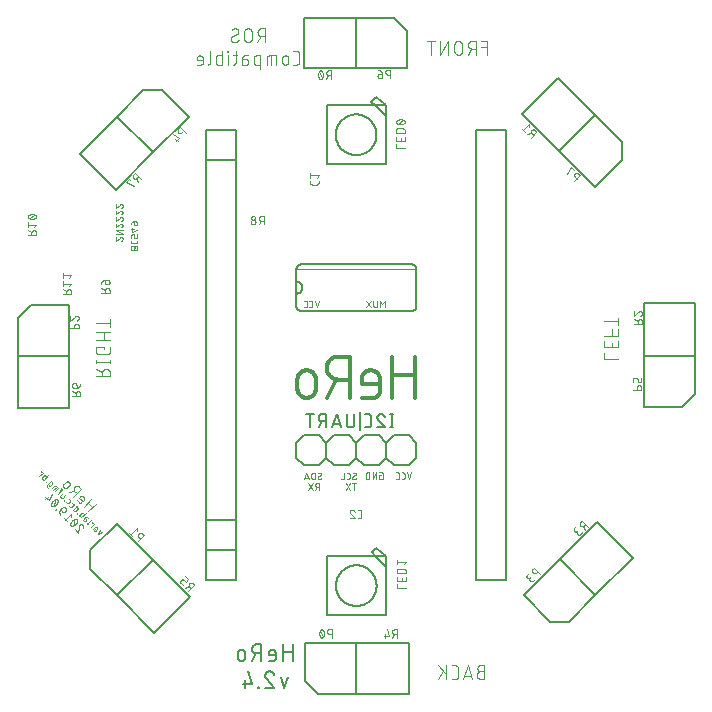
<source format=gbr>
G04 EAGLE Gerber RS-274X export*
G75*
%MOMM*%
%FSLAX34Y34*%
%LPD*%
%INSilkscreen Bottom*%
%IPPOS*%
%AMOC8*
5,1,8,0,0,1.08239X$1,22.5*%
G01*
%ADD10C,0.101600*%
%ADD11C,0.050800*%
%ADD12C,0.127000*%
%ADD13C,0.076200*%
%ADD14C,0.304800*%
%ADD15C,0.152400*%


D10*
X232992Y550008D02*
X232992Y561692D01*
X227799Y561692D01*
X227799Y556499D02*
X232992Y556499D01*
X223035Y561692D02*
X223035Y550008D01*
X223035Y561692D02*
X219789Y561692D01*
X219676Y561690D01*
X219563Y561684D01*
X219450Y561674D01*
X219337Y561660D01*
X219225Y561643D01*
X219114Y561621D01*
X219004Y561596D01*
X218894Y561566D01*
X218786Y561533D01*
X218679Y561496D01*
X218573Y561456D01*
X218469Y561411D01*
X218366Y561363D01*
X218265Y561312D01*
X218166Y561257D01*
X218069Y561199D01*
X217974Y561137D01*
X217881Y561072D01*
X217791Y561004D01*
X217703Y560933D01*
X217617Y560858D01*
X217534Y560781D01*
X217454Y560701D01*
X217377Y560618D01*
X217302Y560532D01*
X217231Y560444D01*
X217163Y560354D01*
X217098Y560261D01*
X217036Y560166D01*
X216978Y560069D01*
X216923Y559970D01*
X216872Y559869D01*
X216824Y559766D01*
X216779Y559662D01*
X216739Y559556D01*
X216702Y559449D01*
X216669Y559341D01*
X216639Y559231D01*
X216614Y559121D01*
X216592Y559010D01*
X216575Y558898D01*
X216561Y558785D01*
X216551Y558672D01*
X216545Y558559D01*
X216543Y558446D01*
X216545Y558333D01*
X216551Y558220D01*
X216561Y558107D01*
X216575Y557994D01*
X216592Y557882D01*
X216614Y557771D01*
X216639Y557661D01*
X216669Y557551D01*
X216702Y557443D01*
X216739Y557336D01*
X216779Y557230D01*
X216824Y557126D01*
X216872Y557023D01*
X216923Y556922D01*
X216978Y556823D01*
X217036Y556726D01*
X217098Y556631D01*
X217163Y556538D01*
X217231Y556448D01*
X217302Y556360D01*
X217377Y556274D01*
X217454Y556191D01*
X217534Y556111D01*
X217617Y556034D01*
X217703Y555959D01*
X217791Y555888D01*
X217881Y555820D01*
X217974Y555755D01*
X218069Y555693D01*
X218166Y555635D01*
X218265Y555580D01*
X218366Y555529D01*
X218469Y555481D01*
X218573Y555436D01*
X218679Y555396D01*
X218786Y555359D01*
X218894Y555326D01*
X219004Y555296D01*
X219114Y555271D01*
X219225Y555249D01*
X219337Y555232D01*
X219450Y555218D01*
X219563Y555208D01*
X219676Y555202D01*
X219789Y555200D01*
X219789Y555201D02*
X223035Y555201D01*
X219140Y555201D02*
X216544Y550008D01*
X211679Y553254D02*
X211679Y558446D01*
X211677Y558559D01*
X211671Y558672D01*
X211661Y558785D01*
X211647Y558898D01*
X211630Y559010D01*
X211608Y559121D01*
X211583Y559231D01*
X211553Y559341D01*
X211520Y559449D01*
X211483Y559556D01*
X211443Y559662D01*
X211398Y559766D01*
X211350Y559869D01*
X211299Y559970D01*
X211244Y560069D01*
X211186Y560166D01*
X211124Y560261D01*
X211059Y560354D01*
X210991Y560444D01*
X210920Y560532D01*
X210845Y560618D01*
X210768Y560701D01*
X210688Y560781D01*
X210605Y560858D01*
X210519Y560933D01*
X210431Y561004D01*
X210341Y561072D01*
X210248Y561137D01*
X210153Y561199D01*
X210056Y561257D01*
X209957Y561312D01*
X209856Y561363D01*
X209753Y561411D01*
X209649Y561456D01*
X209543Y561496D01*
X209436Y561533D01*
X209328Y561566D01*
X209218Y561596D01*
X209108Y561621D01*
X208997Y561643D01*
X208885Y561660D01*
X208772Y561674D01*
X208659Y561684D01*
X208546Y561690D01*
X208433Y561692D01*
X208320Y561690D01*
X208207Y561684D01*
X208094Y561674D01*
X207981Y561660D01*
X207869Y561643D01*
X207758Y561621D01*
X207648Y561596D01*
X207538Y561566D01*
X207430Y561533D01*
X207323Y561496D01*
X207217Y561456D01*
X207113Y561411D01*
X207010Y561363D01*
X206909Y561312D01*
X206810Y561257D01*
X206713Y561199D01*
X206618Y561137D01*
X206525Y561072D01*
X206435Y561004D01*
X206347Y560933D01*
X206261Y560858D01*
X206178Y560781D01*
X206098Y560701D01*
X206021Y560618D01*
X205946Y560532D01*
X205875Y560444D01*
X205807Y560354D01*
X205742Y560261D01*
X205680Y560166D01*
X205622Y560069D01*
X205567Y559970D01*
X205516Y559869D01*
X205468Y559766D01*
X205423Y559662D01*
X205383Y559556D01*
X205346Y559449D01*
X205313Y559341D01*
X205283Y559231D01*
X205258Y559121D01*
X205236Y559010D01*
X205219Y558898D01*
X205205Y558785D01*
X205195Y558672D01*
X205189Y558559D01*
X205187Y558446D01*
X205188Y558446D02*
X205188Y553254D01*
X205187Y553254D02*
X205189Y553141D01*
X205195Y553028D01*
X205205Y552915D01*
X205219Y552802D01*
X205236Y552690D01*
X205258Y552579D01*
X205283Y552469D01*
X205313Y552359D01*
X205346Y552251D01*
X205383Y552144D01*
X205423Y552038D01*
X205468Y551934D01*
X205516Y551831D01*
X205567Y551730D01*
X205622Y551631D01*
X205680Y551534D01*
X205742Y551439D01*
X205807Y551346D01*
X205875Y551256D01*
X205946Y551168D01*
X206021Y551082D01*
X206098Y550999D01*
X206178Y550919D01*
X206261Y550842D01*
X206347Y550767D01*
X206435Y550696D01*
X206525Y550628D01*
X206618Y550563D01*
X206713Y550501D01*
X206810Y550443D01*
X206909Y550388D01*
X207010Y550337D01*
X207113Y550289D01*
X207217Y550244D01*
X207323Y550204D01*
X207430Y550167D01*
X207538Y550134D01*
X207648Y550104D01*
X207758Y550079D01*
X207869Y550057D01*
X207981Y550040D01*
X208094Y550026D01*
X208207Y550016D01*
X208320Y550010D01*
X208433Y550008D01*
X208546Y550010D01*
X208659Y550016D01*
X208772Y550026D01*
X208885Y550040D01*
X208997Y550057D01*
X209108Y550079D01*
X209218Y550104D01*
X209328Y550134D01*
X209436Y550167D01*
X209543Y550204D01*
X209649Y550244D01*
X209753Y550289D01*
X209856Y550337D01*
X209957Y550388D01*
X210056Y550443D01*
X210153Y550501D01*
X210248Y550563D01*
X210341Y550628D01*
X210431Y550696D01*
X210519Y550767D01*
X210605Y550842D01*
X210688Y550919D01*
X210768Y550999D01*
X210845Y551082D01*
X210920Y551168D01*
X210991Y551256D01*
X211059Y551346D01*
X211124Y551439D01*
X211186Y551534D01*
X211244Y551631D01*
X211299Y551730D01*
X211350Y551831D01*
X211398Y551934D01*
X211443Y552038D01*
X211483Y552144D01*
X211520Y552251D01*
X211553Y552359D01*
X211583Y552469D01*
X211608Y552579D01*
X211630Y552690D01*
X211647Y552802D01*
X211661Y552915D01*
X211671Y553028D01*
X211677Y553141D01*
X211679Y553254D01*
X199868Y550008D02*
X199868Y561692D01*
X193377Y550008D01*
X193377Y561692D01*
X185573Y561692D02*
X185573Y550008D01*
X188819Y561692D02*
X182328Y561692D01*
X227246Y27999D02*
X230492Y27999D01*
X227246Y28000D02*
X227133Y27998D01*
X227020Y27992D01*
X226907Y27982D01*
X226794Y27968D01*
X226682Y27951D01*
X226571Y27929D01*
X226461Y27904D01*
X226351Y27874D01*
X226243Y27841D01*
X226136Y27804D01*
X226030Y27764D01*
X225926Y27719D01*
X225823Y27671D01*
X225722Y27620D01*
X225623Y27565D01*
X225526Y27507D01*
X225431Y27445D01*
X225338Y27380D01*
X225248Y27312D01*
X225160Y27241D01*
X225074Y27166D01*
X224991Y27089D01*
X224911Y27009D01*
X224834Y26926D01*
X224759Y26840D01*
X224688Y26752D01*
X224620Y26662D01*
X224555Y26569D01*
X224493Y26474D01*
X224435Y26377D01*
X224380Y26278D01*
X224329Y26177D01*
X224281Y26074D01*
X224236Y25970D01*
X224196Y25864D01*
X224159Y25757D01*
X224126Y25649D01*
X224096Y25539D01*
X224071Y25429D01*
X224049Y25318D01*
X224032Y25206D01*
X224018Y25093D01*
X224008Y24980D01*
X224002Y24867D01*
X224000Y24754D01*
X224002Y24641D01*
X224008Y24528D01*
X224018Y24415D01*
X224032Y24302D01*
X224049Y24190D01*
X224071Y24079D01*
X224096Y23969D01*
X224126Y23859D01*
X224159Y23751D01*
X224196Y23644D01*
X224236Y23538D01*
X224281Y23434D01*
X224329Y23331D01*
X224380Y23230D01*
X224435Y23131D01*
X224493Y23034D01*
X224555Y22939D01*
X224620Y22846D01*
X224688Y22756D01*
X224759Y22668D01*
X224834Y22582D01*
X224911Y22499D01*
X224991Y22419D01*
X225074Y22342D01*
X225160Y22267D01*
X225248Y22196D01*
X225338Y22128D01*
X225431Y22063D01*
X225526Y22001D01*
X225623Y21943D01*
X225722Y21888D01*
X225823Y21837D01*
X225926Y21789D01*
X226030Y21744D01*
X226136Y21704D01*
X226243Y21667D01*
X226351Y21634D01*
X226461Y21604D01*
X226571Y21579D01*
X226682Y21557D01*
X226794Y21540D01*
X226907Y21526D01*
X227020Y21516D01*
X227133Y21510D01*
X227246Y21508D01*
X230492Y21508D01*
X230492Y33192D01*
X227246Y33192D01*
X227145Y33190D01*
X227045Y33184D01*
X226945Y33174D01*
X226845Y33161D01*
X226746Y33143D01*
X226647Y33122D01*
X226550Y33097D01*
X226453Y33068D01*
X226358Y33035D01*
X226264Y32999D01*
X226172Y32959D01*
X226081Y32916D01*
X225992Y32869D01*
X225905Y32819D01*
X225819Y32765D01*
X225736Y32708D01*
X225656Y32648D01*
X225577Y32585D01*
X225501Y32518D01*
X225428Y32449D01*
X225358Y32377D01*
X225290Y32303D01*
X225225Y32226D01*
X225164Y32146D01*
X225105Y32064D01*
X225050Y31980D01*
X224998Y31894D01*
X224949Y31806D01*
X224904Y31716D01*
X224862Y31624D01*
X224824Y31531D01*
X224790Y31436D01*
X224759Y31341D01*
X224732Y31244D01*
X224709Y31146D01*
X224689Y31047D01*
X224674Y30947D01*
X224662Y30847D01*
X224654Y30747D01*
X224650Y30646D01*
X224650Y30546D01*
X224654Y30445D01*
X224662Y30345D01*
X224674Y30245D01*
X224689Y30145D01*
X224709Y30046D01*
X224732Y29948D01*
X224759Y29851D01*
X224790Y29756D01*
X224824Y29661D01*
X224862Y29568D01*
X224904Y29476D01*
X224949Y29386D01*
X224998Y29298D01*
X225050Y29212D01*
X225105Y29128D01*
X225164Y29046D01*
X225225Y28966D01*
X225290Y28889D01*
X225358Y28815D01*
X225428Y28743D01*
X225501Y28674D01*
X225577Y28607D01*
X225656Y28544D01*
X225736Y28484D01*
X225819Y28427D01*
X225905Y28373D01*
X225992Y28323D01*
X226081Y28276D01*
X226172Y28233D01*
X226264Y28193D01*
X226358Y28157D01*
X226453Y28124D01*
X226550Y28095D01*
X226647Y28070D01*
X226746Y28049D01*
X226845Y28031D01*
X226945Y28018D01*
X227045Y28008D01*
X227145Y28002D01*
X227246Y28000D01*
X220261Y21508D02*
X216367Y33192D01*
X212472Y21508D01*
X213446Y24429D02*
X219288Y24429D01*
X205619Y21508D02*
X203023Y21508D01*
X205619Y21508D02*
X205718Y21510D01*
X205818Y21516D01*
X205917Y21525D01*
X206015Y21538D01*
X206113Y21555D01*
X206211Y21576D01*
X206307Y21601D01*
X206402Y21629D01*
X206496Y21661D01*
X206589Y21696D01*
X206681Y21735D01*
X206771Y21778D01*
X206859Y21823D01*
X206946Y21873D01*
X207030Y21925D01*
X207113Y21981D01*
X207193Y22039D01*
X207271Y22101D01*
X207346Y22166D01*
X207419Y22234D01*
X207489Y22304D01*
X207557Y22377D01*
X207622Y22452D01*
X207684Y22530D01*
X207742Y22610D01*
X207798Y22693D01*
X207850Y22777D01*
X207900Y22864D01*
X207945Y22952D01*
X207988Y23042D01*
X208027Y23134D01*
X208062Y23227D01*
X208094Y23321D01*
X208122Y23416D01*
X208147Y23512D01*
X208168Y23610D01*
X208185Y23708D01*
X208198Y23806D01*
X208207Y23905D01*
X208213Y24005D01*
X208215Y24104D01*
X208216Y24104D02*
X208216Y30596D01*
X208215Y30596D02*
X208213Y30695D01*
X208207Y30795D01*
X208198Y30894D01*
X208185Y30992D01*
X208168Y31090D01*
X208147Y31188D01*
X208122Y31284D01*
X208094Y31379D01*
X208062Y31473D01*
X208027Y31566D01*
X207988Y31658D01*
X207945Y31748D01*
X207900Y31836D01*
X207850Y31923D01*
X207798Y32007D01*
X207742Y32090D01*
X207684Y32170D01*
X207622Y32248D01*
X207557Y32323D01*
X207489Y32396D01*
X207419Y32466D01*
X207346Y32534D01*
X207271Y32599D01*
X207193Y32661D01*
X207113Y32719D01*
X207030Y32775D01*
X206946Y32827D01*
X206859Y32877D01*
X206771Y32922D01*
X206681Y32965D01*
X206589Y33004D01*
X206496Y33039D01*
X206402Y33071D01*
X206307Y33099D01*
X206211Y33124D01*
X206113Y33145D01*
X206015Y33162D01*
X205917Y33175D01*
X205818Y33184D01*
X205718Y33190D01*
X205619Y33192D01*
X203023Y33192D01*
X198107Y33192D02*
X198107Y21508D01*
X198107Y26052D02*
X191616Y33192D01*
X195511Y28648D02*
X191616Y21508D01*
D11*
X119854Y190658D02*
X119784Y190660D01*
X119715Y190666D01*
X119646Y190676D01*
X119578Y190689D01*
X119510Y190707D01*
X119444Y190728D01*
X119379Y190753D01*
X119315Y190781D01*
X119253Y190813D01*
X119193Y190848D01*
X119135Y190887D01*
X119080Y190929D01*
X119026Y190974D01*
X118976Y191022D01*
X118928Y191072D01*
X118883Y191126D01*
X118841Y191181D01*
X118802Y191239D01*
X118767Y191299D01*
X118735Y191361D01*
X118707Y191425D01*
X118682Y191490D01*
X118661Y191556D01*
X118643Y191624D01*
X118630Y191692D01*
X118620Y191761D01*
X118614Y191830D01*
X118612Y191900D01*
X119854Y190658D02*
X119953Y190660D01*
X120051Y190665D01*
X120149Y190675D01*
X120247Y190688D01*
X120344Y190704D01*
X120441Y190724D01*
X120536Y190748D01*
X120631Y190776D01*
X120725Y190807D01*
X120817Y190841D01*
X120908Y190879D01*
X120998Y190920D01*
X121086Y190965D01*
X121172Y191013D01*
X121256Y191064D01*
X121338Y191118D01*
X121419Y191176D01*
X121497Y191236D01*
X121572Y191299D01*
X121646Y191365D01*
X121716Y191434D01*
X121562Y195004D02*
X121560Y195074D01*
X121554Y195143D01*
X121544Y195212D01*
X121531Y195280D01*
X121513Y195348D01*
X121492Y195414D01*
X121467Y195479D01*
X121439Y195543D01*
X121407Y195605D01*
X121372Y195665D01*
X121333Y195723D01*
X121291Y195778D01*
X121246Y195832D01*
X121198Y195882D01*
X121148Y195930D01*
X121094Y195975D01*
X121039Y196017D01*
X120981Y196056D01*
X120921Y196091D01*
X120859Y196123D01*
X120795Y196151D01*
X120730Y196176D01*
X120664Y196197D01*
X120596Y196215D01*
X120528Y196228D01*
X120459Y196238D01*
X120390Y196244D01*
X120320Y196246D01*
X120226Y196244D01*
X120133Y196238D01*
X120040Y196229D01*
X119947Y196216D01*
X119855Y196199D01*
X119764Y196179D01*
X119673Y196154D01*
X119584Y196127D01*
X119496Y196095D01*
X119409Y196060D01*
X119323Y196022D01*
X119240Y195980D01*
X119157Y195935D01*
X119077Y195887D01*
X118999Y195835D01*
X118923Y195780D01*
X120940Y193918D02*
X120999Y193954D01*
X121055Y193994D01*
X121109Y194037D01*
X121161Y194082D01*
X121210Y194131D01*
X121256Y194182D01*
X121299Y194235D01*
X121340Y194291D01*
X121377Y194349D01*
X121412Y194409D01*
X121442Y194470D01*
X121470Y194533D01*
X121494Y194598D01*
X121514Y194664D01*
X121531Y194731D01*
X121544Y194798D01*
X121553Y194866D01*
X121559Y194935D01*
X121561Y195004D01*
X119234Y192986D02*
X119175Y192950D01*
X119119Y192910D01*
X119065Y192867D01*
X119013Y192822D01*
X118964Y192773D01*
X118918Y192722D01*
X118875Y192669D01*
X118834Y192613D01*
X118797Y192555D01*
X118762Y192496D01*
X118732Y192434D01*
X118704Y192371D01*
X118680Y192306D01*
X118660Y192240D01*
X118643Y192173D01*
X118630Y192106D01*
X118621Y192038D01*
X118615Y191969D01*
X118613Y191900D01*
X119233Y192986D02*
X120941Y193918D01*
X115188Y190658D02*
X113946Y190658D01*
X115188Y190658D02*
X115258Y190660D01*
X115327Y190666D01*
X115396Y190676D01*
X115464Y190689D01*
X115532Y190707D01*
X115598Y190728D01*
X115663Y190753D01*
X115727Y190781D01*
X115789Y190813D01*
X115849Y190848D01*
X115907Y190887D01*
X115962Y190929D01*
X116016Y190974D01*
X116066Y191022D01*
X116114Y191072D01*
X116159Y191126D01*
X116201Y191181D01*
X116240Y191239D01*
X116275Y191299D01*
X116307Y191361D01*
X116335Y191425D01*
X116360Y191490D01*
X116381Y191556D01*
X116399Y191624D01*
X116412Y191692D01*
X116422Y191761D01*
X116428Y191830D01*
X116430Y191900D01*
X116430Y195004D01*
X116428Y195074D01*
X116422Y195143D01*
X116412Y195212D01*
X116399Y195280D01*
X116381Y195348D01*
X116360Y195414D01*
X116335Y195479D01*
X116307Y195543D01*
X116275Y195605D01*
X116240Y195665D01*
X116201Y195723D01*
X116159Y195778D01*
X116114Y195832D01*
X116066Y195882D01*
X116016Y195930D01*
X115962Y195975D01*
X115907Y196017D01*
X115849Y196056D01*
X115789Y196091D01*
X115727Y196123D01*
X115663Y196151D01*
X115598Y196176D01*
X115532Y196197D01*
X115464Y196215D01*
X115396Y196228D01*
X115327Y196238D01*
X115258Y196244D01*
X115188Y196246D01*
X113946Y196246D01*
X111647Y196246D02*
X111647Y190658D01*
X109164Y190658D01*
X90777Y190658D02*
X90707Y190660D01*
X90638Y190666D01*
X90569Y190676D01*
X90501Y190689D01*
X90433Y190707D01*
X90367Y190728D01*
X90302Y190753D01*
X90238Y190781D01*
X90176Y190813D01*
X90116Y190848D01*
X90058Y190887D01*
X90003Y190929D01*
X89949Y190974D01*
X89899Y191022D01*
X89851Y191072D01*
X89806Y191126D01*
X89764Y191181D01*
X89725Y191239D01*
X89690Y191299D01*
X89658Y191361D01*
X89630Y191425D01*
X89605Y191490D01*
X89584Y191556D01*
X89566Y191624D01*
X89553Y191692D01*
X89543Y191761D01*
X89537Y191830D01*
X89535Y191900D01*
X90777Y190658D02*
X90876Y190660D01*
X90974Y190665D01*
X91072Y190675D01*
X91170Y190688D01*
X91267Y190704D01*
X91364Y190724D01*
X91459Y190748D01*
X91554Y190776D01*
X91648Y190807D01*
X91740Y190841D01*
X91831Y190879D01*
X91921Y190920D01*
X92009Y190965D01*
X92095Y191013D01*
X92179Y191064D01*
X92261Y191118D01*
X92342Y191176D01*
X92420Y191236D01*
X92495Y191299D01*
X92569Y191365D01*
X92639Y191434D01*
X92484Y195004D02*
X92482Y195074D01*
X92476Y195143D01*
X92466Y195212D01*
X92453Y195280D01*
X92435Y195348D01*
X92414Y195414D01*
X92389Y195479D01*
X92361Y195543D01*
X92329Y195605D01*
X92294Y195665D01*
X92255Y195723D01*
X92213Y195778D01*
X92168Y195832D01*
X92120Y195882D01*
X92070Y195930D01*
X92016Y195975D01*
X91961Y196017D01*
X91903Y196056D01*
X91843Y196091D01*
X91781Y196123D01*
X91717Y196151D01*
X91652Y196176D01*
X91586Y196197D01*
X91518Y196215D01*
X91450Y196228D01*
X91381Y196238D01*
X91312Y196244D01*
X91242Y196246D01*
X91148Y196244D01*
X91055Y196238D01*
X90962Y196229D01*
X90869Y196216D01*
X90777Y196199D01*
X90686Y196179D01*
X90595Y196154D01*
X90506Y196127D01*
X90418Y196095D01*
X90331Y196060D01*
X90245Y196022D01*
X90162Y195980D01*
X90079Y195935D01*
X89999Y195887D01*
X89921Y195835D01*
X89845Y195780D01*
X91863Y193918D02*
X91922Y193954D01*
X91978Y193994D01*
X92032Y194037D01*
X92084Y194082D01*
X92133Y194131D01*
X92179Y194182D01*
X92222Y194235D01*
X92263Y194291D01*
X92300Y194349D01*
X92335Y194409D01*
X92365Y194470D01*
X92393Y194533D01*
X92417Y194598D01*
X92437Y194664D01*
X92454Y194731D01*
X92467Y194798D01*
X92476Y194866D01*
X92482Y194935D01*
X92484Y195004D01*
X90156Y192986D02*
X90097Y192950D01*
X90041Y192910D01*
X89987Y192867D01*
X89935Y192822D01*
X89886Y192773D01*
X89840Y192722D01*
X89797Y192669D01*
X89756Y192613D01*
X89719Y192555D01*
X89684Y192496D01*
X89654Y192434D01*
X89626Y192371D01*
X89602Y192306D01*
X89582Y192240D01*
X89565Y192173D01*
X89552Y192106D01*
X89543Y192038D01*
X89537Y191969D01*
X89535Y191900D01*
X90156Y192986D02*
X91863Y193918D01*
X87153Y196246D02*
X87153Y190658D01*
X87153Y196246D02*
X85601Y196246D01*
X85525Y196244D01*
X85449Y196239D01*
X85373Y196229D01*
X85298Y196216D01*
X85224Y196199D01*
X85150Y196179D01*
X85078Y196155D01*
X85007Y196128D01*
X84937Y196097D01*
X84869Y196063D01*
X84803Y196025D01*
X84739Y195984D01*
X84676Y195941D01*
X84616Y195894D01*
X84559Y195844D01*
X84504Y195791D01*
X84451Y195736D01*
X84401Y195679D01*
X84354Y195619D01*
X84311Y195556D01*
X84270Y195492D01*
X84232Y195426D01*
X84198Y195358D01*
X84167Y195288D01*
X84140Y195217D01*
X84116Y195145D01*
X84096Y195071D01*
X84079Y194997D01*
X84066Y194922D01*
X84056Y194846D01*
X84051Y194770D01*
X84049Y194694D01*
X84048Y194694D02*
X84048Y192210D01*
X84049Y192210D02*
X84051Y192134D01*
X84056Y192058D01*
X84066Y191982D01*
X84079Y191907D01*
X84096Y191833D01*
X84116Y191759D01*
X84140Y191687D01*
X84167Y191616D01*
X84198Y191546D01*
X84232Y191478D01*
X84270Y191412D01*
X84311Y191348D01*
X84354Y191285D01*
X84401Y191225D01*
X84451Y191168D01*
X84504Y191113D01*
X84559Y191060D01*
X84616Y191010D01*
X84676Y190963D01*
X84739Y190920D01*
X84803Y190879D01*
X84869Y190841D01*
X84937Y190807D01*
X85007Y190776D01*
X85078Y190749D01*
X85150Y190725D01*
X85224Y190705D01*
X85298Y190688D01*
X85373Y190675D01*
X85449Y190665D01*
X85525Y190660D01*
X85601Y190658D01*
X87153Y190658D01*
X81794Y190658D02*
X79931Y196246D01*
X78069Y190658D01*
X78534Y192055D02*
X81328Y192055D01*
X120165Y187102D02*
X120165Y181514D01*
X121717Y187102D02*
X118612Y187102D01*
X113181Y187102D02*
X116907Y181514D01*
X113181Y181514D02*
X116907Y187102D01*
X90409Y187102D02*
X90409Y181514D01*
X90409Y187102D02*
X88856Y187102D01*
X88779Y187100D01*
X88701Y187094D01*
X88625Y187085D01*
X88548Y187071D01*
X88473Y187054D01*
X88399Y187033D01*
X88325Y187008D01*
X88253Y186980D01*
X88183Y186948D01*
X88114Y186913D01*
X88047Y186874D01*
X87982Y186832D01*
X87919Y186787D01*
X87858Y186739D01*
X87800Y186688D01*
X87745Y186634D01*
X87692Y186577D01*
X87643Y186518D01*
X87596Y186456D01*
X87552Y186392D01*
X87512Y186326D01*
X87475Y186258D01*
X87441Y186188D01*
X87411Y186117D01*
X87385Y186044D01*
X87362Y185970D01*
X87343Y185895D01*
X87328Y185820D01*
X87316Y185743D01*
X87308Y185666D01*
X87304Y185589D01*
X87304Y185511D01*
X87308Y185434D01*
X87316Y185357D01*
X87328Y185280D01*
X87343Y185205D01*
X87362Y185130D01*
X87385Y185056D01*
X87411Y184983D01*
X87441Y184912D01*
X87475Y184842D01*
X87512Y184774D01*
X87552Y184708D01*
X87596Y184644D01*
X87643Y184582D01*
X87692Y184523D01*
X87745Y184466D01*
X87800Y184412D01*
X87858Y184361D01*
X87919Y184313D01*
X87982Y184268D01*
X88047Y184226D01*
X88114Y184187D01*
X88183Y184152D01*
X88253Y184120D01*
X88325Y184092D01*
X88399Y184067D01*
X88473Y184046D01*
X88548Y184029D01*
X88625Y184015D01*
X88701Y184006D01*
X88779Y184000D01*
X88856Y183998D01*
X90409Y183998D01*
X88546Y183998D02*
X87304Y181514D01*
X85269Y181514D02*
X81543Y187102D01*
X85269Y187102D02*
X81543Y181514D01*
D10*
X331808Y292449D02*
X343492Y292449D01*
X331808Y292449D02*
X331808Y297641D01*
X331808Y302355D02*
X331808Y307547D01*
X331808Y302355D02*
X343492Y302355D01*
X343492Y307547D01*
X338299Y306249D02*
X338299Y302355D01*
X343492Y312261D02*
X331808Y312261D01*
X343492Y312261D02*
X343492Y317453D01*
X338299Y317453D02*
X338299Y312261D01*
X343492Y324246D02*
X331808Y324246D01*
X343492Y321001D02*
X343492Y327492D01*
X-86508Y277665D02*
X-98192Y277665D01*
X-86508Y277665D02*
X-86508Y280910D01*
X-86510Y281023D01*
X-86516Y281136D01*
X-86526Y281249D01*
X-86540Y281362D01*
X-86557Y281474D01*
X-86579Y281585D01*
X-86604Y281695D01*
X-86634Y281805D01*
X-86667Y281913D01*
X-86704Y282020D01*
X-86744Y282126D01*
X-86789Y282230D01*
X-86837Y282333D01*
X-86888Y282434D01*
X-86943Y282533D01*
X-87001Y282630D01*
X-87063Y282725D01*
X-87128Y282818D01*
X-87196Y282908D01*
X-87267Y282996D01*
X-87342Y283082D01*
X-87419Y283165D01*
X-87499Y283245D01*
X-87582Y283322D01*
X-87668Y283397D01*
X-87756Y283468D01*
X-87846Y283536D01*
X-87939Y283601D01*
X-88034Y283663D01*
X-88131Y283721D01*
X-88230Y283776D01*
X-88331Y283827D01*
X-88434Y283875D01*
X-88538Y283920D01*
X-88644Y283960D01*
X-88751Y283997D01*
X-88859Y284030D01*
X-88969Y284060D01*
X-89079Y284085D01*
X-89190Y284107D01*
X-89302Y284124D01*
X-89415Y284138D01*
X-89528Y284148D01*
X-89641Y284154D01*
X-89754Y284156D01*
X-89867Y284154D01*
X-89980Y284148D01*
X-90093Y284138D01*
X-90206Y284124D01*
X-90318Y284107D01*
X-90429Y284085D01*
X-90539Y284060D01*
X-90649Y284030D01*
X-90757Y283997D01*
X-90864Y283960D01*
X-90970Y283920D01*
X-91074Y283875D01*
X-91177Y283827D01*
X-91278Y283776D01*
X-91377Y283721D01*
X-91474Y283663D01*
X-91569Y283601D01*
X-91662Y283536D01*
X-91752Y283468D01*
X-91840Y283397D01*
X-91926Y283322D01*
X-92009Y283245D01*
X-92089Y283165D01*
X-92166Y283082D01*
X-92241Y282996D01*
X-92312Y282908D01*
X-92380Y282818D01*
X-92445Y282725D01*
X-92507Y282630D01*
X-92565Y282533D01*
X-92620Y282434D01*
X-92671Y282333D01*
X-92719Y282230D01*
X-92764Y282126D01*
X-92804Y282020D01*
X-92841Y281913D01*
X-92874Y281805D01*
X-92904Y281695D01*
X-92929Y281585D01*
X-92951Y281474D01*
X-92968Y281362D01*
X-92982Y281249D01*
X-92992Y281136D01*
X-92998Y281023D01*
X-93000Y280910D01*
X-92999Y280910D02*
X-92999Y277665D01*
X-92999Y281559D02*
X-98192Y284156D01*
X-98192Y289981D02*
X-86508Y289981D01*
X-98192Y288682D02*
X-98192Y291279D01*
X-86508Y291279D02*
X-86508Y288682D01*
X-91701Y300804D02*
X-91701Y302751D01*
X-98192Y302751D01*
X-98192Y298856D01*
X-98190Y298757D01*
X-98184Y298657D01*
X-98175Y298558D01*
X-98162Y298460D01*
X-98145Y298362D01*
X-98124Y298264D01*
X-98099Y298168D01*
X-98071Y298073D01*
X-98039Y297979D01*
X-98004Y297886D01*
X-97965Y297794D01*
X-97922Y297704D01*
X-97877Y297616D01*
X-97827Y297529D01*
X-97775Y297445D01*
X-97719Y297362D01*
X-97661Y297282D01*
X-97599Y297204D01*
X-97534Y297129D01*
X-97466Y297056D01*
X-97396Y296986D01*
X-97323Y296918D01*
X-97248Y296853D01*
X-97170Y296791D01*
X-97090Y296733D01*
X-97007Y296677D01*
X-96923Y296625D01*
X-96836Y296575D01*
X-96748Y296530D01*
X-96658Y296487D01*
X-96566Y296448D01*
X-96473Y296413D01*
X-96379Y296381D01*
X-96284Y296353D01*
X-96188Y296328D01*
X-96090Y296307D01*
X-95992Y296290D01*
X-95894Y296277D01*
X-95795Y296268D01*
X-95695Y296262D01*
X-95596Y296260D01*
X-89104Y296260D01*
X-89104Y296259D02*
X-89005Y296261D01*
X-88905Y296267D01*
X-88806Y296276D01*
X-88708Y296289D01*
X-88610Y296307D01*
X-88512Y296327D01*
X-88416Y296352D01*
X-88320Y296380D01*
X-88226Y296412D01*
X-88133Y296447D01*
X-88042Y296486D01*
X-87952Y296529D01*
X-87863Y296574D01*
X-87777Y296624D01*
X-87692Y296676D01*
X-87610Y296732D01*
X-87530Y296791D01*
X-87452Y296852D01*
X-87376Y296917D01*
X-87303Y296985D01*
X-87233Y297055D01*
X-87165Y297128D01*
X-87100Y297204D01*
X-87039Y297282D01*
X-86980Y297362D01*
X-86924Y297444D01*
X-86872Y297529D01*
X-86823Y297615D01*
X-86777Y297704D01*
X-86734Y297794D01*
X-86695Y297885D01*
X-86660Y297978D01*
X-86628Y298072D01*
X-86600Y298168D01*
X-86575Y298264D01*
X-86555Y298362D01*
X-86537Y298460D01*
X-86524Y298558D01*
X-86515Y298657D01*
X-86509Y298756D01*
X-86507Y298856D01*
X-86508Y298856D02*
X-86508Y302751D01*
X-86508Y308452D02*
X-98192Y308452D01*
X-91701Y308452D02*
X-91701Y314943D01*
X-86508Y314943D02*
X-98192Y314943D01*
X-98192Y322746D02*
X-86508Y322746D01*
X-86508Y319501D02*
X-86508Y325992D01*
D11*
X168746Y196342D02*
X166883Y190754D01*
X165021Y196342D01*
X161724Y190754D02*
X160482Y190754D01*
X161724Y190754D02*
X161794Y190756D01*
X161863Y190762D01*
X161932Y190772D01*
X162000Y190785D01*
X162068Y190803D01*
X162134Y190824D01*
X162199Y190849D01*
X162263Y190877D01*
X162325Y190909D01*
X162385Y190944D01*
X162443Y190983D01*
X162498Y191025D01*
X162552Y191070D01*
X162602Y191118D01*
X162650Y191168D01*
X162695Y191222D01*
X162737Y191277D01*
X162776Y191335D01*
X162811Y191395D01*
X162843Y191457D01*
X162871Y191521D01*
X162896Y191586D01*
X162917Y191652D01*
X162935Y191720D01*
X162948Y191788D01*
X162958Y191857D01*
X162964Y191926D01*
X162966Y191996D01*
X162965Y191996D02*
X162965Y195100D01*
X162966Y195100D02*
X162964Y195170D01*
X162958Y195239D01*
X162948Y195308D01*
X162935Y195376D01*
X162917Y195444D01*
X162896Y195510D01*
X162871Y195575D01*
X162843Y195639D01*
X162811Y195701D01*
X162776Y195761D01*
X162737Y195819D01*
X162695Y195874D01*
X162650Y195928D01*
X162602Y195978D01*
X162552Y196026D01*
X162498Y196071D01*
X162443Y196113D01*
X162385Y196152D01*
X162325Y196187D01*
X162263Y196219D01*
X162199Y196247D01*
X162134Y196272D01*
X162068Y196293D01*
X162000Y196311D01*
X161932Y196324D01*
X161863Y196334D01*
X161794Y196340D01*
X161724Y196342D01*
X160482Y196342D01*
X157152Y190754D02*
X155910Y190754D01*
X157152Y190754D02*
X157222Y190756D01*
X157291Y190762D01*
X157360Y190772D01*
X157428Y190785D01*
X157496Y190803D01*
X157562Y190824D01*
X157627Y190849D01*
X157691Y190877D01*
X157753Y190909D01*
X157813Y190944D01*
X157871Y190983D01*
X157926Y191025D01*
X157980Y191070D01*
X158030Y191118D01*
X158078Y191168D01*
X158123Y191222D01*
X158165Y191277D01*
X158204Y191335D01*
X158239Y191395D01*
X158271Y191457D01*
X158299Y191521D01*
X158324Y191586D01*
X158345Y191652D01*
X158363Y191720D01*
X158376Y191788D01*
X158386Y191857D01*
X158392Y191926D01*
X158394Y191996D01*
X158394Y195100D01*
X158392Y195170D01*
X158386Y195239D01*
X158376Y195308D01*
X158363Y195376D01*
X158345Y195444D01*
X158324Y195510D01*
X158299Y195575D01*
X158271Y195639D01*
X158239Y195701D01*
X158204Y195761D01*
X158165Y195819D01*
X158123Y195874D01*
X158078Y195928D01*
X158030Y195978D01*
X157980Y196026D01*
X157926Y196071D01*
X157871Y196113D01*
X157813Y196152D01*
X157753Y196187D01*
X157691Y196219D01*
X157627Y196247D01*
X157562Y196272D01*
X157496Y196293D01*
X157428Y196311D01*
X157360Y196324D01*
X157291Y196334D01*
X157222Y196340D01*
X157152Y196342D01*
X155910Y196342D01*
X142671Y193858D02*
X141740Y193858D01*
X141740Y190754D01*
X143603Y190754D01*
X143673Y190756D01*
X143742Y190762D01*
X143811Y190772D01*
X143879Y190785D01*
X143947Y190803D01*
X144013Y190824D01*
X144078Y190849D01*
X144142Y190877D01*
X144204Y190909D01*
X144264Y190944D01*
X144322Y190983D01*
X144377Y191025D01*
X144431Y191070D01*
X144481Y191118D01*
X144529Y191168D01*
X144574Y191222D01*
X144616Y191277D01*
X144655Y191335D01*
X144690Y191395D01*
X144722Y191457D01*
X144750Y191521D01*
X144775Y191586D01*
X144796Y191652D01*
X144814Y191720D01*
X144827Y191788D01*
X144837Y191857D01*
X144843Y191926D01*
X144845Y191996D01*
X144844Y191996D02*
X144844Y195100D01*
X144845Y195100D02*
X144843Y195170D01*
X144837Y195239D01*
X144827Y195308D01*
X144814Y195376D01*
X144796Y195444D01*
X144775Y195510D01*
X144750Y195575D01*
X144722Y195639D01*
X144690Y195701D01*
X144655Y195761D01*
X144616Y195819D01*
X144574Y195874D01*
X144529Y195928D01*
X144481Y195978D01*
X144431Y196026D01*
X144377Y196071D01*
X144322Y196113D01*
X144264Y196152D01*
X144204Y196187D01*
X144142Y196219D01*
X144078Y196247D01*
X144013Y196272D01*
X143947Y196293D01*
X143879Y196311D01*
X143811Y196324D01*
X143742Y196334D01*
X143673Y196340D01*
X143603Y196342D01*
X141740Y196342D01*
X138992Y196342D02*
X138992Y190754D01*
X135888Y190754D02*
X138992Y196342D01*
X135888Y196342D02*
X135888Y190754D01*
X133140Y190754D02*
X133140Y196342D01*
X131588Y196342D01*
X131512Y196340D01*
X131436Y196335D01*
X131360Y196325D01*
X131285Y196312D01*
X131211Y196295D01*
X131137Y196275D01*
X131065Y196251D01*
X130994Y196224D01*
X130924Y196193D01*
X130856Y196159D01*
X130790Y196121D01*
X130726Y196080D01*
X130663Y196037D01*
X130603Y195990D01*
X130546Y195940D01*
X130491Y195887D01*
X130438Y195832D01*
X130388Y195775D01*
X130341Y195715D01*
X130298Y195652D01*
X130257Y195588D01*
X130219Y195522D01*
X130185Y195454D01*
X130154Y195384D01*
X130127Y195313D01*
X130103Y195241D01*
X130083Y195167D01*
X130066Y195093D01*
X130053Y195018D01*
X130043Y194942D01*
X130038Y194866D01*
X130036Y194790D01*
X130036Y192306D01*
X130038Y192230D01*
X130043Y192154D01*
X130053Y192078D01*
X130066Y192003D01*
X130083Y191929D01*
X130103Y191855D01*
X130127Y191783D01*
X130154Y191712D01*
X130185Y191642D01*
X130219Y191574D01*
X130257Y191508D01*
X130298Y191444D01*
X130341Y191381D01*
X130388Y191321D01*
X130438Y191264D01*
X130491Y191209D01*
X130546Y191156D01*
X130603Y191106D01*
X130663Y191059D01*
X130726Y191016D01*
X130790Y190975D01*
X130856Y190937D01*
X130924Y190903D01*
X130994Y190872D01*
X131065Y190845D01*
X131137Y190821D01*
X131211Y190801D01*
X131285Y190784D01*
X131360Y190771D01*
X131436Y190761D01*
X131512Y190756D01*
X131588Y190754D01*
X133140Y190754D01*
D12*
X68113Y50915D02*
X68113Y36945D01*
X68113Y44706D02*
X60352Y44706D01*
X60352Y50915D02*
X60352Y36945D01*
X51776Y36945D02*
X47895Y36945D01*
X51776Y36945D02*
X51870Y36947D01*
X51963Y36953D01*
X52057Y36962D01*
X52149Y36975D01*
X52242Y36992D01*
X52333Y37013D01*
X52424Y37037D01*
X52513Y37065D01*
X52602Y37096D01*
X52688Y37131D01*
X52774Y37170D01*
X52858Y37212D01*
X52940Y37257D01*
X53020Y37305D01*
X53098Y37357D01*
X53175Y37412D01*
X53248Y37470D01*
X53320Y37530D01*
X53389Y37594D01*
X53455Y37660D01*
X53519Y37729D01*
X53579Y37801D01*
X53637Y37874D01*
X53692Y37951D01*
X53744Y38029D01*
X53792Y38109D01*
X53837Y38191D01*
X53879Y38275D01*
X53918Y38361D01*
X53953Y38447D01*
X53984Y38536D01*
X54012Y38625D01*
X54036Y38716D01*
X54057Y38807D01*
X54074Y38900D01*
X54087Y38992D01*
X54096Y39086D01*
X54102Y39179D01*
X54104Y39273D01*
X54104Y43154D01*
X54102Y43265D01*
X54096Y43375D01*
X54086Y43486D01*
X54072Y43596D01*
X54055Y43705D01*
X54033Y43814D01*
X54008Y43922D01*
X53978Y44028D01*
X53945Y44134D01*
X53908Y44239D01*
X53868Y44342D01*
X53823Y44443D01*
X53776Y44543D01*
X53724Y44642D01*
X53669Y44738D01*
X53611Y44832D01*
X53550Y44924D01*
X53485Y45014D01*
X53417Y45102D01*
X53346Y45187D01*
X53272Y45269D01*
X53195Y45349D01*
X53115Y45426D01*
X53033Y45500D01*
X52948Y45571D01*
X52860Y45639D01*
X52770Y45704D01*
X52678Y45765D01*
X52584Y45823D01*
X52488Y45878D01*
X52389Y45930D01*
X52289Y45977D01*
X52188Y46022D01*
X52085Y46062D01*
X51980Y46099D01*
X51874Y46132D01*
X51768Y46162D01*
X51660Y46187D01*
X51551Y46209D01*
X51442Y46226D01*
X51332Y46240D01*
X51221Y46250D01*
X51111Y46256D01*
X51000Y46258D01*
X50889Y46256D01*
X50779Y46250D01*
X50668Y46240D01*
X50558Y46226D01*
X50449Y46209D01*
X50340Y46187D01*
X50232Y46162D01*
X50126Y46132D01*
X50020Y46099D01*
X49915Y46062D01*
X49812Y46022D01*
X49711Y45977D01*
X49611Y45930D01*
X49512Y45878D01*
X49416Y45823D01*
X49322Y45765D01*
X49230Y45704D01*
X49140Y45639D01*
X49052Y45571D01*
X48967Y45500D01*
X48885Y45426D01*
X48805Y45349D01*
X48728Y45269D01*
X48654Y45187D01*
X48583Y45102D01*
X48515Y45014D01*
X48450Y44924D01*
X48389Y44832D01*
X48331Y44738D01*
X48276Y44642D01*
X48224Y44543D01*
X48177Y44443D01*
X48132Y44342D01*
X48092Y44239D01*
X48055Y44134D01*
X48022Y44028D01*
X47992Y43922D01*
X47967Y43814D01*
X47945Y43705D01*
X47928Y43596D01*
X47914Y43486D01*
X47904Y43375D01*
X47898Y43265D01*
X47896Y43154D01*
X47895Y43154D02*
X47895Y41602D01*
X54104Y41602D01*
X41559Y36945D02*
X41559Y50915D01*
X37679Y50915D01*
X37556Y50913D01*
X37433Y50907D01*
X37310Y50897D01*
X37188Y50884D01*
X37066Y50866D01*
X36945Y50845D01*
X36824Y50820D01*
X36704Y50791D01*
X36586Y50758D01*
X36468Y50721D01*
X36352Y50681D01*
X36237Y50637D01*
X36123Y50589D01*
X36011Y50538D01*
X35901Y50484D01*
X35792Y50425D01*
X35685Y50364D01*
X35581Y50299D01*
X35478Y50231D01*
X35378Y50159D01*
X35280Y50085D01*
X35184Y50007D01*
X35091Y49926D01*
X35001Y49843D01*
X34913Y49756D01*
X34828Y49667D01*
X34746Y49576D01*
X34667Y49481D01*
X34591Y49384D01*
X34518Y49285D01*
X34448Y49184D01*
X34381Y49080D01*
X34318Y48975D01*
X34258Y48867D01*
X34202Y48757D01*
X34149Y48646D01*
X34099Y48533D01*
X34054Y48419D01*
X34011Y48303D01*
X33973Y48186D01*
X33938Y48068D01*
X33907Y47949D01*
X33880Y47829D01*
X33857Y47708D01*
X33838Y47586D01*
X33822Y47464D01*
X33810Y47342D01*
X33802Y47219D01*
X33798Y47096D01*
X33798Y46972D01*
X33802Y46849D01*
X33810Y46726D01*
X33822Y46604D01*
X33838Y46482D01*
X33857Y46360D01*
X33880Y46239D01*
X33907Y46119D01*
X33938Y46000D01*
X33973Y45882D01*
X34011Y45765D01*
X34054Y45649D01*
X34099Y45535D01*
X34149Y45422D01*
X34202Y45311D01*
X34258Y45201D01*
X34318Y45094D01*
X34381Y44988D01*
X34448Y44884D01*
X34518Y44783D01*
X34591Y44684D01*
X34667Y44587D01*
X34746Y44492D01*
X34828Y44401D01*
X34913Y44312D01*
X35001Y44225D01*
X35091Y44142D01*
X35184Y44061D01*
X35280Y43983D01*
X35378Y43909D01*
X35478Y43837D01*
X35581Y43769D01*
X35685Y43704D01*
X35792Y43643D01*
X35901Y43584D01*
X36011Y43530D01*
X36123Y43479D01*
X36237Y43431D01*
X36352Y43387D01*
X36468Y43347D01*
X36586Y43310D01*
X36704Y43277D01*
X36824Y43248D01*
X36945Y43223D01*
X37066Y43202D01*
X37188Y43184D01*
X37310Y43171D01*
X37433Y43161D01*
X37556Y43155D01*
X37679Y43153D01*
X37679Y43154D02*
X41559Y43154D01*
X36903Y43154D02*
X33798Y36945D01*
X28096Y40049D02*
X28096Y43154D01*
X28094Y43265D01*
X28088Y43375D01*
X28078Y43486D01*
X28064Y43596D01*
X28047Y43705D01*
X28025Y43814D01*
X28000Y43922D01*
X27970Y44028D01*
X27937Y44134D01*
X27900Y44239D01*
X27860Y44342D01*
X27815Y44443D01*
X27768Y44543D01*
X27716Y44642D01*
X27661Y44738D01*
X27603Y44832D01*
X27542Y44924D01*
X27477Y45014D01*
X27409Y45102D01*
X27338Y45187D01*
X27264Y45269D01*
X27187Y45349D01*
X27107Y45426D01*
X27025Y45500D01*
X26940Y45571D01*
X26852Y45639D01*
X26762Y45704D01*
X26670Y45765D01*
X26576Y45823D01*
X26480Y45878D01*
X26381Y45930D01*
X26281Y45977D01*
X26180Y46022D01*
X26077Y46062D01*
X25972Y46099D01*
X25866Y46132D01*
X25760Y46162D01*
X25652Y46187D01*
X25543Y46209D01*
X25434Y46226D01*
X25324Y46240D01*
X25213Y46250D01*
X25103Y46256D01*
X24992Y46258D01*
X24881Y46256D01*
X24771Y46250D01*
X24660Y46240D01*
X24550Y46226D01*
X24441Y46209D01*
X24332Y46187D01*
X24224Y46162D01*
X24118Y46132D01*
X24012Y46099D01*
X23907Y46062D01*
X23804Y46022D01*
X23703Y45977D01*
X23603Y45930D01*
X23504Y45878D01*
X23408Y45823D01*
X23314Y45765D01*
X23222Y45704D01*
X23132Y45639D01*
X23044Y45571D01*
X22959Y45500D01*
X22877Y45426D01*
X22797Y45349D01*
X22720Y45269D01*
X22646Y45187D01*
X22575Y45102D01*
X22507Y45014D01*
X22442Y44924D01*
X22381Y44832D01*
X22323Y44738D01*
X22268Y44642D01*
X22216Y44543D01*
X22169Y44443D01*
X22124Y44342D01*
X22084Y44239D01*
X22047Y44134D01*
X22014Y44028D01*
X21984Y43922D01*
X21959Y43814D01*
X21937Y43705D01*
X21920Y43596D01*
X21906Y43486D01*
X21896Y43375D01*
X21890Y43265D01*
X21888Y43154D01*
X21887Y43154D02*
X21887Y40049D01*
X21888Y40049D02*
X21890Y39938D01*
X21896Y39828D01*
X21906Y39717D01*
X21920Y39607D01*
X21937Y39498D01*
X21959Y39389D01*
X21984Y39281D01*
X22014Y39175D01*
X22047Y39069D01*
X22084Y38964D01*
X22124Y38861D01*
X22169Y38760D01*
X22216Y38660D01*
X22268Y38561D01*
X22323Y38465D01*
X22381Y38371D01*
X22442Y38279D01*
X22507Y38189D01*
X22575Y38101D01*
X22646Y38016D01*
X22720Y37934D01*
X22797Y37854D01*
X22877Y37777D01*
X22959Y37703D01*
X23044Y37632D01*
X23132Y37564D01*
X23222Y37499D01*
X23314Y37438D01*
X23408Y37380D01*
X23504Y37325D01*
X23603Y37273D01*
X23703Y37226D01*
X23804Y37181D01*
X23907Y37141D01*
X24012Y37104D01*
X24118Y37071D01*
X24224Y37041D01*
X24332Y37016D01*
X24441Y36994D01*
X24550Y36977D01*
X24660Y36963D01*
X24771Y36953D01*
X24881Y36947D01*
X24992Y36945D01*
X25103Y36947D01*
X25213Y36953D01*
X25324Y36963D01*
X25434Y36977D01*
X25543Y36994D01*
X25652Y37016D01*
X25760Y37041D01*
X25866Y37071D01*
X25972Y37104D01*
X26077Y37141D01*
X26180Y37181D01*
X26281Y37226D01*
X26381Y37273D01*
X26480Y37325D01*
X26576Y37380D01*
X26670Y37438D01*
X26762Y37499D01*
X26852Y37564D01*
X26940Y37632D01*
X27025Y37703D01*
X27107Y37777D01*
X27187Y37854D01*
X27264Y37934D01*
X27338Y38016D01*
X27409Y38101D01*
X27477Y38189D01*
X27542Y38279D01*
X27603Y38371D01*
X27661Y38465D01*
X27716Y38561D01*
X27768Y38660D01*
X27815Y38760D01*
X27860Y38861D01*
X27900Y38964D01*
X27937Y39069D01*
X27970Y39175D01*
X28000Y39281D01*
X28025Y39389D01*
X28047Y39498D01*
X28064Y39607D01*
X28078Y39717D01*
X28088Y39828D01*
X28094Y39938D01*
X28096Y40049D01*
X64234Y23398D02*
X61130Y14085D01*
X58025Y23398D01*
X48422Y28056D02*
X48305Y28054D01*
X48189Y28048D01*
X48072Y28038D01*
X47956Y28025D01*
X47841Y28007D01*
X47726Y27986D01*
X47612Y27961D01*
X47499Y27932D01*
X47387Y27899D01*
X47276Y27863D01*
X47167Y27823D01*
X47058Y27779D01*
X46952Y27731D01*
X46847Y27681D01*
X46743Y27626D01*
X46642Y27568D01*
X46542Y27507D01*
X46445Y27443D01*
X46350Y27375D01*
X46257Y27304D01*
X46167Y27230D01*
X46079Y27154D01*
X45994Y27074D01*
X45911Y26991D01*
X45831Y26906D01*
X45755Y26818D01*
X45681Y26728D01*
X45610Y26635D01*
X45542Y26540D01*
X45478Y26443D01*
X45417Y26343D01*
X45359Y26242D01*
X45304Y26138D01*
X45254Y26033D01*
X45206Y25927D01*
X45162Y25818D01*
X45122Y25709D01*
X45086Y25598D01*
X45053Y25486D01*
X45024Y25373D01*
X44999Y25259D01*
X44978Y25144D01*
X44960Y25029D01*
X44947Y24913D01*
X44937Y24796D01*
X44931Y24680D01*
X44929Y24563D01*
X48422Y28055D02*
X48553Y28053D01*
X48684Y28047D01*
X48815Y28038D01*
X48946Y28024D01*
X49076Y28007D01*
X49205Y27986D01*
X49334Y27961D01*
X49462Y27933D01*
X49589Y27900D01*
X49716Y27864D01*
X49841Y27825D01*
X49965Y27781D01*
X50087Y27735D01*
X50208Y27684D01*
X50328Y27630D01*
X50446Y27573D01*
X50562Y27512D01*
X50677Y27447D01*
X50789Y27380D01*
X50899Y27309D01*
X51008Y27235D01*
X51114Y27158D01*
X51218Y27078D01*
X51319Y26994D01*
X51418Y26908D01*
X51515Y26819D01*
X51608Y26727D01*
X51699Y26633D01*
X51788Y26536D01*
X51873Y26436D01*
X51955Y26334D01*
X52035Y26229D01*
X52111Y26122D01*
X52184Y26013D01*
X52254Y25902D01*
X52321Y25789D01*
X52384Y25674D01*
X52444Y25558D01*
X52500Y25439D01*
X52553Y25319D01*
X52603Y25198D01*
X52648Y25075D01*
X52691Y24950D01*
X46094Y21847D02*
X46007Y21932D01*
X45924Y22020D01*
X45843Y22111D01*
X45765Y22204D01*
X45690Y22299D01*
X45618Y22398D01*
X45550Y22498D01*
X45484Y22600D01*
X45423Y22705D01*
X45364Y22811D01*
X45309Y22920D01*
X45258Y23030D01*
X45210Y23141D01*
X45166Y23255D01*
X45125Y23369D01*
X45088Y23485D01*
X45055Y23602D01*
X45026Y23720D01*
X45001Y23839D01*
X44979Y23958D01*
X44961Y24078D01*
X44948Y24199D01*
X44938Y24320D01*
X44932Y24442D01*
X44930Y24563D01*
X46094Y21846D02*
X52691Y14085D01*
X44930Y14085D01*
X39616Y14085D02*
X39616Y14861D01*
X38840Y14861D01*
X38840Y14085D01*
X39616Y14085D01*
X33527Y17189D02*
X30422Y28055D01*
X33527Y17189D02*
X25766Y17189D01*
X28094Y20294D02*
X28094Y14085D01*
D13*
X-105126Y163309D02*
X-98481Y169954D01*
X-101434Y167001D02*
X-105126Y170693D01*
X-102173Y173646D02*
X-108818Y167001D01*
X-112853Y171036D02*
X-114699Y172882D01*
X-112853Y171037D02*
X-112798Y170984D01*
X-112739Y170933D01*
X-112679Y170886D01*
X-112616Y170842D01*
X-112551Y170801D01*
X-112484Y170763D01*
X-112416Y170728D01*
X-112345Y170697D01*
X-112274Y170670D01*
X-112201Y170645D01*
X-112127Y170625D01*
X-112052Y170608D01*
X-111976Y170595D01*
X-111900Y170586D01*
X-111823Y170580D01*
X-111746Y170578D01*
X-111669Y170580D01*
X-111593Y170586D01*
X-111516Y170595D01*
X-111441Y170608D01*
X-111366Y170625D01*
X-111291Y170645D01*
X-111218Y170670D01*
X-111147Y170697D01*
X-111076Y170728D01*
X-111008Y170763D01*
X-110941Y170801D01*
X-110876Y170842D01*
X-110813Y170886D01*
X-110753Y170933D01*
X-110694Y170984D01*
X-110639Y171037D01*
X-110638Y171036D02*
X-108792Y172882D01*
X-108793Y172883D02*
X-108730Y172948D01*
X-108669Y173017D01*
X-108612Y173088D01*
X-108559Y173161D01*
X-108508Y173237D01*
X-108461Y173315D01*
X-108417Y173395D01*
X-108377Y173477D01*
X-108340Y173560D01*
X-108307Y173645D01*
X-108278Y173731D01*
X-108252Y173819D01*
X-108230Y173907D01*
X-108213Y173996D01*
X-108199Y174086D01*
X-108189Y174177D01*
X-108183Y174268D01*
X-108181Y174359D01*
X-108183Y174450D01*
X-108189Y174541D01*
X-108199Y174632D01*
X-108213Y174722D01*
X-108230Y174811D01*
X-108252Y174899D01*
X-108278Y174987D01*
X-108307Y175073D01*
X-108340Y175158D01*
X-108377Y175241D01*
X-108417Y175323D01*
X-108461Y175403D01*
X-108508Y175481D01*
X-108559Y175557D01*
X-108612Y175630D01*
X-108669Y175701D01*
X-108730Y175770D01*
X-108793Y175835D01*
X-108858Y175898D01*
X-108927Y175958D01*
X-108998Y176016D01*
X-109071Y176069D01*
X-109147Y176120D01*
X-109225Y176167D01*
X-109305Y176211D01*
X-109387Y176251D01*
X-109470Y176288D01*
X-109555Y176321D01*
X-109641Y176350D01*
X-109729Y176376D01*
X-109817Y176398D01*
X-109906Y176415D01*
X-109996Y176429D01*
X-110087Y176439D01*
X-110178Y176445D01*
X-110269Y176447D01*
X-110360Y176445D01*
X-110451Y176439D01*
X-110542Y176429D01*
X-110632Y176415D01*
X-110721Y176398D01*
X-110809Y176376D01*
X-110897Y176350D01*
X-110983Y176321D01*
X-111068Y176288D01*
X-111151Y176251D01*
X-111233Y176211D01*
X-111313Y176167D01*
X-111391Y176120D01*
X-111467Y176069D01*
X-111540Y176016D01*
X-111611Y175959D01*
X-111680Y175898D01*
X-111745Y175835D01*
X-111746Y175835D02*
X-112484Y175097D01*
X-109530Y172144D01*
X-117667Y175850D02*
X-111022Y182495D01*
X-112868Y184341D01*
X-112941Y184411D01*
X-113016Y184479D01*
X-113095Y184543D01*
X-113175Y184604D01*
X-113258Y184662D01*
X-113343Y184717D01*
X-113430Y184769D01*
X-113520Y184817D01*
X-113611Y184861D01*
X-113703Y184902D01*
X-113797Y184940D01*
X-113893Y184973D01*
X-113989Y185003D01*
X-114087Y185030D01*
X-114186Y185052D01*
X-114286Y185071D01*
X-114386Y185085D01*
X-114486Y185096D01*
X-114587Y185103D01*
X-114689Y185106D01*
X-114790Y185105D01*
X-114891Y185100D01*
X-114992Y185091D01*
X-115092Y185078D01*
X-115192Y185062D01*
X-115291Y185041D01*
X-115390Y185017D01*
X-115487Y184989D01*
X-115583Y184957D01*
X-115678Y184922D01*
X-115771Y184882D01*
X-115863Y184840D01*
X-115953Y184793D01*
X-116041Y184743D01*
X-116128Y184690D01*
X-116212Y184634D01*
X-116293Y184574D01*
X-116373Y184511D01*
X-116450Y184445D01*
X-116524Y184377D01*
X-116596Y184305D01*
X-116664Y184231D01*
X-116730Y184154D01*
X-116793Y184074D01*
X-116853Y183993D01*
X-116909Y183909D01*
X-116962Y183822D01*
X-117012Y183734D01*
X-117059Y183644D01*
X-117101Y183552D01*
X-117141Y183459D01*
X-117176Y183364D01*
X-117208Y183268D01*
X-117236Y183171D01*
X-117260Y183072D01*
X-117281Y182973D01*
X-117297Y182873D01*
X-117310Y182773D01*
X-117319Y182672D01*
X-117324Y182571D01*
X-117325Y182470D01*
X-117322Y182368D01*
X-117315Y182267D01*
X-117304Y182167D01*
X-117290Y182067D01*
X-117271Y181967D01*
X-117249Y181868D01*
X-117222Y181770D01*
X-117192Y181674D01*
X-117159Y181578D01*
X-117121Y181484D01*
X-117080Y181392D01*
X-117036Y181301D01*
X-116988Y181211D01*
X-116936Y181124D01*
X-116881Y181039D01*
X-116823Y180956D01*
X-116762Y180876D01*
X-116698Y180797D01*
X-116630Y180722D01*
X-116560Y180649D01*
X-116559Y180649D02*
X-114714Y178803D01*
X-116929Y181018D02*
X-121359Y179542D01*
X-122554Y183690D02*
X-121077Y185167D01*
X-121078Y185168D02*
X-121015Y185233D01*
X-120954Y185302D01*
X-120897Y185373D01*
X-120844Y185446D01*
X-120793Y185522D01*
X-120746Y185600D01*
X-120702Y185680D01*
X-120662Y185762D01*
X-120625Y185845D01*
X-120592Y185930D01*
X-120563Y186016D01*
X-120537Y186104D01*
X-120515Y186192D01*
X-120498Y186281D01*
X-120484Y186371D01*
X-120474Y186462D01*
X-120468Y186553D01*
X-120466Y186644D01*
X-120468Y186735D01*
X-120474Y186826D01*
X-120484Y186917D01*
X-120498Y187007D01*
X-120515Y187096D01*
X-120537Y187184D01*
X-120563Y187272D01*
X-120592Y187358D01*
X-120625Y187443D01*
X-120662Y187526D01*
X-120702Y187608D01*
X-120746Y187688D01*
X-120793Y187766D01*
X-120844Y187842D01*
X-120897Y187915D01*
X-120954Y187986D01*
X-121015Y188055D01*
X-121078Y188120D01*
X-121143Y188183D01*
X-121212Y188243D01*
X-121283Y188301D01*
X-121356Y188354D01*
X-121432Y188405D01*
X-121510Y188452D01*
X-121590Y188496D01*
X-121672Y188536D01*
X-121755Y188573D01*
X-121840Y188606D01*
X-121926Y188635D01*
X-122014Y188661D01*
X-122102Y188683D01*
X-122191Y188700D01*
X-122281Y188714D01*
X-122372Y188724D01*
X-122463Y188730D01*
X-122554Y188732D01*
X-122645Y188730D01*
X-122736Y188724D01*
X-122827Y188714D01*
X-122917Y188700D01*
X-123006Y188683D01*
X-123094Y188661D01*
X-123182Y188635D01*
X-123268Y188606D01*
X-123353Y188573D01*
X-123436Y188536D01*
X-123518Y188496D01*
X-123598Y188452D01*
X-123676Y188405D01*
X-123752Y188354D01*
X-123825Y188301D01*
X-123896Y188244D01*
X-123965Y188183D01*
X-124030Y188120D01*
X-124031Y188120D02*
X-125507Y186644D01*
X-125507Y186643D02*
X-125570Y186578D01*
X-125631Y186509D01*
X-125688Y186438D01*
X-125741Y186365D01*
X-125792Y186289D01*
X-125839Y186211D01*
X-125883Y186131D01*
X-125923Y186049D01*
X-125960Y185966D01*
X-125993Y185881D01*
X-126022Y185795D01*
X-126048Y185707D01*
X-126070Y185619D01*
X-126087Y185530D01*
X-126101Y185440D01*
X-126111Y185349D01*
X-126117Y185258D01*
X-126119Y185167D01*
X-126117Y185076D01*
X-126111Y184985D01*
X-126101Y184894D01*
X-126087Y184804D01*
X-126070Y184715D01*
X-126048Y184627D01*
X-126022Y184539D01*
X-125993Y184453D01*
X-125960Y184368D01*
X-125923Y184285D01*
X-125883Y184203D01*
X-125839Y184123D01*
X-125792Y184045D01*
X-125741Y183969D01*
X-125688Y183896D01*
X-125631Y183825D01*
X-125570Y183756D01*
X-125507Y183691D01*
X-125442Y183628D01*
X-125373Y183568D01*
X-125302Y183510D01*
X-125229Y183457D01*
X-125153Y183406D01*
X-125075Y183359D01*
X-124995Y183315D01*
X-124913Y183275D01*
X-124830Y183238D01*
X-124745Y183205D01*
X-124659Y183176D01*
X-124571Y183150D01*
X-124483Y183128D01*
X-124394Y183111D01*
X-124304Y183097D01*
X-124213Y183087D01*
X-124122Y183081D01*
X-124031Y183079D01*
X-123940Y183081D01*
X-123849Y183087D01*
X-123758Y183097D01*
X-123668Y183111D01*
X-123579Y183128D01*
X-123491Y183150D01*
X-123403Y183176D01*
X-123317Y183205D01*
X-123232Y183238D01*
X-123149Y183275D01*
X-123067Y183315D01*
X-122987Y183359D01*
X-122909Y183406D01*
X-122833Y183457D01*
X-122760Y183510D01*
X-122689Y183567D01*
X-122620Y183628D01*
X-122555Y183691D01*
D11*
X146124Y336206D02*
X146124Y341794D01*
X144261Y338690D01*
X142399Y341794D01*
X142399Y336206D01*
X139596Y337758D02*
X139596Y341794D01*
X139595Y337758D02*
X139593Y337681D01*
X139587Y337603D01*
X139578Y337527D01*
X139564Y337450D01*
X139547Y337375D01*
X139526Y337301D01*
X139501Y337227D01*
X139473Y337155D01*
X139441Y337085D01*
X139406Y337016D01*
X139367Y336949D01*
X139325Y336884D01*
X139280Y336821D01*
X139232Y336760D01*
X139181Y336702D01*
X139127Y336647D01*
X139070Y336594D01*
X139011Y336545D01*
X138949Y336498D01*
X138885Y336454D01*
X138819Y336414D01*
X138751Y336377D01*
X138681Y336343D01*
X138610Y336313D01*
X138537Y336287D01*
X138463Y336264D01*
X138388Y336245D01*
X138313Y336230D01*
X138236Y336218D01*
X138159Y336210D01*
X138082Y336206D01*
X138004Y336206D01*
X137927Y336210D01*
X137850Y336218D01*
X137773Y336230D01*
X137698Y336245D01*
X137623Y336264D01*
X137549Y336287D01*
X137476Y336313D01*
X137405Y336343D01*
X137335Y336377D01*
X137267Y336414D01*
X137201Y336454D01*
X137137Y336498D01*
X137075Y336545D01*
X137016Y336594D01*
X136959Y336647D01*
X136905Y336702D01*
X136854Y336760D01*
X136806Y336821D01*
X136761Y336884D01*
X136719Y336949D01*
X136680Y337016D01*
X136645Y337085D01*
X136613Y337155D01*
X136585Y337227D01*
X136560Y337301D01*
X136539Y337375D01*
X136522Y337450D01*
X136508Y337527D01*
X136499Y337603D01*
X136493Y337681D01*
X136491Y337758D01*
X136491Y341794D01*
X130512Y341794D02*
X134237Y336206D01*
X130512Y336206D02*
X134237Y341794D01*
X90712Y341794D02*
X88849Y336206D01*
X86987Y341794D01*
X83690Y336206D02*
X82448Y336206D01*
X83690Y336206D02*
X83760Y336208D01*
X83829Y336214D01*
X83898Y336224D01*
X83966Y336237D01*
X84034Y336255D01*
X84100Y336276D01*
X84165Y336301D01*
X84229Y336329D01*
X84291Y336361D01*
X84351Y336396D01*
X84409Y336435D01*
X84464Y336477D01*
X84518Y336522D01*
X84568Y336570D01*
X84616Y336620D01*
X84661Y336674D01*
X84703Y336729D01*
X84742Y336787D01*
X84777Y336847D01*
X84809Y336909D01*
X84837Y336973D01*
X84862Y337038D01*
X84883Y337104D01*
X84901Y337172D01*
X84914Y337240D01*
X84924Y337309D01*
X84930Y337378D01*
X84932Y337448D01*
X84932Y340552D01*
X84930Y340622D01*
X84924Y340691D01*
X84914Y340760D01*
X84901Y340828D01*
X84883Y340896D01*
X84862Y340962D01*
X84837Y341027D01*
X84809Y341091D01*
X84777Y341153D01*
X84742Y341213D01*
X84703Y341271D01*
X84661Y341326D01*
X84616Y341380D01*
X84568Y341430D01*
X84518Y341478D01*
X84464Y341523D01*
X84409Y341565D01*
X84351Y341604D01*
X84291Y341639D01*
X84229Y341671D01*
X84165Y341699D01*
X84100Y341724D01*
X84034Y341745D01*
X83966Y341763D01*
X83898Y341776D01*
X83829Y341786D01*
X83760Y341792D01*
X83690Y341794D01*
X82448Y341794D01*
X79118Y336206D02*
X77876Y336206D01*
X79118Y336206D02*
X79188Y336208D01*
X79257Y336214D01*
X79326Y336224D01*
X79394Y336237D01*
X79462Y336255D01*
X79528Y336276D01*
X79593Y336301D01*
X79657Y336329D01*
X79719Y336361D01*
X79779Y336396D01*
X79837Y336435D01*
X79892Y336477D01*
X79946Y336522D01*
X79996Y336570D01*
X80044Y336620D01*
X80089Y336674D01*
X80131Y336729D01*
X80170Y336787D01*
X80205Y336847D01*
X80237Y336909D01*
X80265Y336973D01*
X80290Y337038D01*
X80311Y337104D01*
X80329Y337172D01*
X80342Y337240D01*
X80352Y337309D01*
X80358Y337378D01*
X80360Y337448D01*
X80360Y340552D01*
X80358Y340622D01*
X80352Y340691D01*
X80342Y340760D01*
X80329Y340828D01*
X80311Y340896D01*
X80290Y340962D01*
X80265Y341027D01*
X80237Y341091D01*
X80205Y341153D01*
X80170Y341213D01*
X80131Y341271D01*
X80089Y341326D01*
X80044Y341380D01*
X79996Y341430D01*
X79946Y341478D01*
X79892Y341523D01*
X79837Y341565D01*
X79779Y341604D01*
X79719Y341639D01*
X79657Y341671D01*
X79593Y341699D01*
X79528Y341724D01*
X79462Y341745D01*
X79394Y341763D01*
X79326Y341776D01*
X79257Y341786D01*
X79188Y341792D01*
X79118Y341794D01*
X77876Y341794D01*
X-65690Y385065D02*
X-65690Y386617D01*
X-65692Y386694D01*
X-65698Y386772D01*
X-65707Y386848D01*
X-65721Y386925D01*
X-65738Y387000D01*
X-65759Y387074D01*
X-65784Y387148D01*
X-65812Y387220D01*
X-65844Y387290D01*
X-65879Y387359D01*
X-65918Y387426D01*
X-65960Y387491D01*
X-66005Y387554D01*
X-66053Y387615D01*
X-66104Y387673D01*
X-66158Y387728D01*
X-66215Y387781D01*
X-66274Y387830D01*
X-66336Y387877D01*
X-66400Y387921D01*
X-66466Y387961D01*
X-66534Y387998D01*
X-66604Y388032D01*
X-66675Y388062D01*
X-66748Y388088D01*
X-66822Y388111D01*
X-66897Y388130D01*
X-66972Y388145D01*
X-67049Y388157D01*
X-67126Y388165D01*
X-67203Y388169D01*
X-67281Y388169D01*
X-67358Y388165D01*
X-67435Y388157D01*
X-67512Y388145D01*
X-67587Y388130D01*
X-67662Y388111D01*
X-67736Y388088D01*
X-67809Y388062D01*
X-67880Y388032D01*
X-67950Y387998D01*
X-68018Y387961D01*
X-68084Y387921D01*
X-68148Y387877D01*
X-68210Y387830D01*
X-68269Y387781D01*
X-68326Y387728D01*
X-68380Y387673D01*
X-68431Y387615D01*
X-68479Y387554D01*
X-68524Y387491D01*
X-68566Y387426D01*
X-68605Y387359D01*
X-68640Y387290D01*
X-68672Y387220D01*
X-68700Y387148D01*
X-68725Y387074D01*
X-68746Y387000D01*
X-68763Y386925D01*
X-68777Y386848D01*
X-68786Y386772D01*
X-68792Y386694D01*
X-68794Y386617D01*
X-68794Y385065D01*
X-63206Y385065D01*
X-63206Y386617D01*
X-63208Y386687D01*
X-63214Y386756D01*
X-63224Y386825D01*
X-63237Y386893D01*
X-63255Y386961D01*
X-63276Y387027D01*
X-63301Y387092D01*
X-63329Y387156D01*
X-63361Y387218D01*
X-63396Y387278D01*
X-63435Y387336D01*
X-63477Y387391D01*
X-63522Y387445D01*
X-63570Y387495D01*
X-63620Y387543D01*
X-63674Y387588D01*
X-63729Y387630D01*
X-63787Y387669D01*
X-63847Y387704D01*
X-63909Y387736D01*
X-63973Y387764D01*
X-64038Y387789D01*
X-64104Y387810D01*
X-64172Y387828D01*
X-64240Y387841D01*
X-64309Y387851D01*
X-64378Y387857D01*
X-64448Y387859D01*
X-64518Y387857D01*
X-64587Y387851D01*
X-64656Y387841D01*
X-64724Y387828D01*
X-64792Y387810D01*
X-64858Y387789D01*
X-64923Y387764D01*
X-64987Y387736D01*
X-65049Y387704D01*
X-65109Y387669D01*
X-65167Y387630D01*
X-65222Y387588D01*
X-65276Y387543D01*
X-65326Y387495D01*
X-65374Y387445D01*
X-65419Y387391D01*
X-65461Y387336D01*
X-65500Y387278D01*
X-65535Y387218D01*
X-65567Y387156D01*
X-65595Y387092D01*
X-65620Y387027D01*
X-65641Y386961D01*
X-65659Y386893D01*
X-65672Y386825D01*
X-65682Y386756D01*
X-65688Y386687D01*
X-65690Y386617D01*
X-68794Y391511D02*
X-68794Y392753D01*
X-68794Y391511D02*
X-68792Y391441D01*
X-68786Y391372D01*
X-68776Y391303D01*
X-68763Y391235D01*
X-68745Y391167D01*
X-68724Y391101D01*
X-68699Y391036D01*
X-68671Y390972D01*
X-68639Y390910D01*
X-68604Y390850D01*
X-68565Y390792D01*
X-68523Y390737D01*
X-68478Y390683D01*
X-68430Y390633D01*
X-68380Y390585D01*
X-68326Y390540D01*
X-68271Y390498D01*
X-68213Y390459D01*
X-68153Y390424D01*
X-68091Y390392D01*
X-68027Y390364D01*
X-67962Y390339D01*
X-67896Y390318D01*
X-67828Y390300D01*
X-67760Y390287D01*
X-67691Y390277D01*
X-67622Y390271D01*
X-67552Y390269D01*
X-64448Y390269D01*
X-64378Y390271D01*
X-64309Y390277D01*
X-64240Y390287D01*
X-64172Y390300D01*
X-64104Y390318D01*
X-64038Y390339D01*
X-63973Y390364D01*
X-63909Y390392D01*
X-63847Y390424D01*
X-63787Y390459D01*
X-63729Y390498D01*
X-63674Y390540D01*
X-63620Y390585D01*
X-63570Y390633D01*
X-63522Y390683D01*
X-63477Y390737D01*
X-63435Y390792D01*
X-63396Y390850D01*
X-63361Y390910D01*
X-63329Y390972D01*
X-63301Y391036D01*
X-63276Y391101D01*
X-63255Y391167D01*
X-63237Y391235D01*
X-63224Y391303D01*
X-63214Y391372D01*
X-63208Y391441D01*
X-63206Y391511D01*
X-63206Y392753D01*
X-68794Y394858D02*
X-68794Y396720D01*
X-68792Y396790D01*
X-68786Y396859D01*
X-68776Y396928D01*
X-68763Y396996D01*
X-68745Y397064D01*
X-68724Y397130D01*
X-68699Y397195D01*
X-68671Y397259D01*
X-68639Y397321D01*
X-68604Y397381D01*
X-68565Y397439D01*
X-68523Y397494D01*
X-68478Y397548D01*
X-68430Y397598D01*
X-68380Y397646D01*
X-68326Y397691D01*
X-68271Y397733D01*
X-68213Y397772D01*
X-68153Y397807D01*
X-68091Y397839D01*
X-68027Y397867D01*
X-67962Y397892D01*
X-67896Y397913D01*
X-67828Y397931D01*
X-67760Y397944D01*
X-67691Y397954D01*
X-67622Y397960D01*
X-67552Y397962D01*
X-66931Y397962D01*
X-66861Y397960D01*
X-66792Y397954D01*
X-66723Y397944D01*
X-66655Y397931D01*
X-66587Y397913D01*
X-66521Y397892D01*
X-66456Y397867D01*
X-66392Y397839D01*
X-66330Y397807D01*
X-66270Y397772D01*
X-66212Y397733D01*
X-66157Y397691D01*
X-66103Y397646D01*
X-66053Y397598D01*
X-66005Y397548D01*
X-65960Y397494D01*
X-65918Y397439D01*
X-65879Y397381D01*
X-65844Y397321D01*
X-65812Y397259D01*
X-65784Y397195D01*
X-65759Y397130D01*
X-65738Y397064D01*
X-65720Y396996D01*
X-65707Y396928D01*
X-65697Y396859D01*
X-65691Y396790D01*
X-65689Y396720D01*
X-65690Y396720D02*
X-65690Y394858D01*
X-63206Y394858D01*
X-63206Y397962D01*
X-63206Y401586D02*
X-67552Y400344D01*
X-67552Y403448D01*
X-66310Y402517D02*
X-68794Y402517D01*
X-66310Y407072D02*
X-66310Y408935D01*
X-66311Y407072D02*
X-66309Y407002D01*
X-66303Y406933D01*
X-66293Y406864D01*
X-66280Y406796D01*
X-66262Y406728D01*
X-66241Y406662D01*
X-66216Y406597D01*
X-66188Y406533D01*
X-66156Y406471D01*
X-66121Y406411D01*
X-66082Y406353D01*
X-66040Y406298D01*
X-65995Y406244D01*
X-65947Y406194D01*
X-65897Y406146D01*
X-65843Y406101D01*
X-65788Y406059D01*
X-65730Y406020D01*
X-65670Y405985D01*
X-65608Y405953D01*
X-65544Y405925D01*
X-65479Y405900D01*
X-65413Y405879D01*
X-65345Y405861D01*
X-65277Y405848D01*
X-65208Y405838D01*
X-65139Y405832D01*
X-65069Y405830D01*
X-64758Y405830D01*
X-64758Y405831D02*
X-64681Y405833D01*
X-64603Y405839D01*
X-64527Y405848D01*
X-64450Y405862D01*
X-64375Y405879D01*
X-64301Y405900D01*
X-64227Y405925D01*
X-64155Y405953D01*
X-64085Y405985D01*
X-64016Y406020D01*
X-63949Y406059D01*
X-63884Y406101D01*
X-63821Y406146D01*
X-63760Y406194D01*
X-63702Y406245D01*
X-63647Y406299D01*
X-63594Y406356D01*
X-63545Y406415D01*
X-63498Y406477D01*
X-63454Y406541D01*
X-63414Y406607D01*
X-63377Y406675D01*
X-63343Y406745D01*
X-63313Y406816D01*
X-63287Y406889D01*
X-63264Y406963D01*
X-63245Y407038D01*
X-63230Y407113D01*
X-63218Y407190D01*
X-63210Y407267D01*
X-63206Y407344D01*
X-63206Y407422D01*
X-63210Y407499D01*
X-63218Y407576D01*
X-63230Y407653D01*
X-63245Y407728D01*
X-63264Y407803D01*
X-63287Y407877D01*
X-63313Y407950D01*
X-63343Y408021D01*
X-63377Y408091D01*
X-63414Y408159D01*
X-63454Y408225D01*
X-63498Y408289D01*
X-63545Y408351D01*
X-63594Y408410D01*
X-63647Y408467D01*
X-63702Y408521D01*
X-63760Y408572D01*
X-63821Y408620D01*
X-63884Y408665D01*
X-63949Y408707D01*
X-64016Y408746D01*
X-64085Y408781D01*
X-64155Y408813D01*
X-64227Y408841D01*
X-64301Y408866D01*
X-64375Y408887D01*
X-64450Y408904D01*
X-64527Y408918D01*
X-64603Y408927D01*
X-64681Y408933D01*
X-64758Y408935D01*
X-66310Y408935D01*
X-66408Y408933D01*
X-66505Y408927D01*
X-66602Y408918D01*
X-66699Y408904D01*
X-66795Y408887D01*
X-66890Y408866D01*
X-66984Y408842D01*
X-67078Y408813D01*
X-67170Y408781D01*
X-67261Y408746D01*
X-67350Y408707D01*
X-67438Y408664D01*
X-67524Y408618D01*
X-67608Y408569D01*
X-67690Y408516D01*
X-67770Y408461D01*
X-67848Y408402D01*
X-67923Y408340D01*
X-67996Y408275D01*
X-68066Y408207D01*
X-68134Y408137D01*
X-68199Y408064D01*
X-68261Y407989D01*
X-68320Y407911D01*
X-68375Y407831D01*
X-68428Y407749D01*
X-68477Y407665D01*
X-68523Y407579D01*
X-68566Y407491D01*
X-68605Y407402D01*
X-68640Y407311D01*
X-68672Y407219D01*
X-68701Y407125D01*
X-68725Y407031D01*
X-68746Y406936D01*
X-68763Y406840D01*
X-68777Y406743D01*
X-68786Y406646D01*
X-68792Y406548D01*
X-68794Y406451D01*
X-77103Y395653D02*
X-77030Y395651D01*
X-76957Y395645D01*
X-76884Y395636D01*
X-76813Y395622D01*
X-76741Y395605D01*
X-76671Y395585D01*
X-76602Y395560D01*
X-76535Y395532D01*
X-76469Y395501D01*
X-76405Y395466D01*
X-76342Y395428D01*
X-76282Y395386D01*
X-76224Y395342D01*
X-76168Y395294D01*
X-76115Y395244D01*
X-76065Y395191D01*
X-76017Y395135D01*
X-75973Y395077D01*
X-75931Y395017D01*
X-75893Y394955D01*
X-75858Y394890D01*
X-75827Y394824D01*
X-75799Y394757D01*
X-75774Y394688D01*
X-75754Y394618D01*
X-75737Y394546D01*
X-75723Y394475D01*
X-75714Y394402D01*
X-75708Y394329D01*
X-75706Y394256D01*
X-75708Y394172D01*
X-75714Y394089D01*
X-75723Y394006D01*
X-75737Y393923D01*
X-75754Y393842D01*
X-75776Y393761D01*
X-75801Y393681D01*
X-75829Y393603D01*
X-75861Y393525D01*
X-75897Y393450D01*
X-75936Y393376D01*
X-75979Y393304D01*
X-76025Y393234D01*
X-76074Y393167D01*
X-76127Y393101D01*
X-76182Y393039D01*
X-76240Y392979D01*
X-76301Y392921D01*
X-76364Y392867D01*
X-76430Y392815D01*
X-76498Y392767D01*
X-76569Y392722D01*
X-76641Y392680D01*
X-76716Y392642D01*
X-76792Y392607D01*
X-76869Y392576D01*
X-76948Y392548D01*
X-78189Y395187D02*
X-78136Y395241D01*
X-78079Y395292D01*
X-78020Y395340D01*
X-77959Y395385D01*
X-77896Y395426D01*
X-77830Y395465D01*
X-77763Y395500D01*
X-77694Y395532D01*
X-77623Y395560D01*
X-77552Y395584D01*
X-77479Y395605D01*
X-77405Y395622D01*
X-77330Y395636D01*
X-77255Y395645D01*
X-77179Y395651D01*
X-77103Y395653D01*
X-78190Y395188D02*
X-81294Y392549D01*
X-81294Y395653D01*
X-81294Y398218D02*
X-75706Y398218D01*
X-81294Y401323D01*
X-75706Y401323D01*
X-75706Y405595D02*
X-75708Y405668D01*
X-75714Y405741D01*
X-75723Y405814D01*
X-75737Y405885D01*
X-75754Y405957D01*
X-75774Y406027D01*
X-75799Y406096D01*
X-75827Y406163D01*
X-75858Y406229D01*
X-75893Y406294D01*
X-75931Y406356D01*
X-75973Y406416D01*
X-76017Y406474D01*
X-76065Y406530D01*
X-76115Y406583D01*
X-76168Y406633D01*
X-76224Y406681D01*
X-76282Y406725D01*
X-76342Y406767D01*
X-76405Y406805D01*
X-76469Y406840D01*
X-76535Y406871D01*
X-76602Y406899D01*
X-76671Y406924D01*
X-76741Y406944D01*
X-76813Y406961D01*
X-76884Y406975D01*
X-76957Y406984D01*
X-77030Y406990D01*
X-77103Y406992D01*
X-75706Y405595D02*
X-75708Y405511D01*
X-75714Y405428D01*
X-75723Y405345D01*
X-75737Y405262D01*
X-75754Y405181D01*
X-75776Y405100D01*
X-75801Y405020D01*
X-75829Y404942D01*
X-75861Y404864D01*
X-75897Y404789D01*
X-75936Y404715D01*
X-75979Y404643D01*
X-76025Y404573D01*
X-76074Y404506D01*
X-76127Y404440D01*
X-76182Y404378D01*
X-76240Y404318D01*
X-76301Y404260D01*
X-76364Y404206D01*
X-76430Y404154D01*
X-76498Y404106D01*
X-76569Y404061D01*
X-76641Y404019D01*
X-76716Y403981D01*
X-76792Y403946D01*
X-76869Y403915D01*
X-76948Y403887D01*
X-78189Y406525D02*
X-78136Y406579D01*
X-78079Y406630D01*
X-78020Y406678D01*
X-77959Y406723D01*
X-77896Y406764D01*
X-77830Y406803D01*
X-77763Y406838D01*
X-77694Y406870D01*
X-77623Y406898D01*
X-77552Y406922D01*
X-77479Y406943D01*
X-77405Y406960D01*
X-77330Y406974D01*
X-77255Y406983D01*
X-77179Y406989D01*
X-77103Y406991D01*
X-78190Y406526D02*
X-81294Y403887D01*
X-81294Y406992D01*
X-77103Y412478D02*
X-77030Y412476D01*
X-76957Y412470D01*
X-76884Y412461D01*
X-76813Y412447D01*
X-76741Y412430D01*
X-76671Y412410D01*
X-76602Y412385D01*
X-76535Y412357D01*
X-76469Y412326D01*
X-76405Y412291D01*
X-76342Y412253D01*
X-76282Y412211D01*
X-76224Y412167D01*
X-76168Y412119D01*
X-76115Y412069D01*
X-76065Y412016D01*
X-76017Y411960D01*
X-75973Y411902D01*
X-75931Y411842D01*
X-75893Y411780D01*
X-75858Y411715D01*
X-75827Y411649D01*
X-75799Y411582D01*
X-75774Y411513D01*
X-75754Y411443D01*
X-75737Y411371D01*
X-75723Y411300D01*
X-75714Y411227D01*
X-75708Y411154D01*
X-75706Y411081D01*
X-75708Y410997D01*
X-75714Y410914D01*
X-75723Y410831D01*
X-75737Y410748D01*
X-75754Y410667D01*
X-75776Y410586D01*
X-75801Y410506D01*
X-75829Y410428D01*
X-75861Y410350D01*
X-75897Y410275D01*
X-75936Y410201D01*
X-75979Y410129D01*
X-76025Y410059D01*
X-76074Y409992D01*
X-76127Y409926D01*
X-76182Y409864D01*
X-76240Y409804D01*
X-76301Y409746D01*
X-76364Y409692D01*
X-76430Y409640D01*
X-76498Y409592D01*
X-76569Y409547D01*
X-76641Y409505D01*
X-76716Y409467D01*
X-76792Y409432D01*
X-76869Y409401D01*
X-76948Y409373D01*
X-78189Y412012D02*
X-78136Y412066D01*
X-78079Y412117D01*
X-78020Y412165D01*
X-77959Y412210D01*
X-77896Y412251D01*
X-77830Y412290D01*
X-77763Y412325D01*
X-77694Y412357D01*
X-77623Y412385D01*
X-77552Y412409D01*
X-77479Y412430D01*
X-77405Y412447D01*
X-77330Y412461D01*
X-77255Y412470D01*
X-77179Y412476D01*
X-77103Y412478D01*
X-78190Y412013D02*
X-81294Y409374D01*
X-81294Y412478D01*
X-77103Y417965D02*
X-77030Y417963D01*
X-76957Y417957D01*
X-76884Y417948D01*
X-76813Y417934D01*
X-76741Y417917D01*
X-76671Y417897D01*
X-76602Y417872D01*
X-76535Y417844D01*
X-76469Y417813D01*
X-76405Y417778D01*
X-76342Y417740D01*
X-76282Y417698D01*
X-76224Y417654D01*
X-76168Y417606D01*
X-76115Y417556D01*
X-76065Y417503D01*
X-76017Y417447D01*
X-75973Y417389D01*
X-75931Y417329D01*
X-75893Y417267D01*
X-75858Y417202D01*
X-75827Y417136D01*
X-75799Y417069D01*
X-75774Y417000D01*
X-75754Y416930D01*
X-75737Y416858D01*
X-75723Y416787D01*
X-75714Y416714D01*
X-75708Y416641D01*
X-75706Y416568D01*
X-75708Y416484D01*
X-75714Y416401D01*
X-75723Y416318D01*
X-75737Y416235D01*
X-75754Y416154D01*
X-75776Y416073D01*
X-75801Y415993D01*
X-75829Y415915D01*
X-75861Y415837D01*
X-75897Y415762D01*
X-75936Y415688D01*
X-75979Y415616D01*
X-76025Y415546D01*
X-76074Y415479D01*
X-76127Y415413D01*
X-76182Y415351D01*
X-76240Y415291D01*
X-76301Y415233D01*
X-76364Y415179D01*
X-76430Y415127D01*
X-76498Y415079D01*
X-76569Y415034D01*
X-76641Y414992D01*
X-76716Y414954D01*
X-76792Y414919D01*
X-76869Y414888D01*
X-76948Y414860D01*
X-78189Y417498D02*
X-78136Y417552D01*
X-78079Y417603D01*
X-78020Y417651D01*
X-77959Y417696D01*
X-77896Y417737D01*
X-77830Y417776D01*
X-77763Y417811D01*
X-77694Y417843D01*
X-77623Y417871D01*
X-77552Y417895D01*
X-77479Y417916D01*
X-77405Y417933D01*
X-77330Y417947D01*
X-77255Y417956D01*
X-77179Y417962D01*
X-77103Y417964D01*
X-78190Y417499D02*
X-81294Y414860D01*
X-81294Y417965D01*
X-77103Y423451D02*
X-77030Y423449D01*
X-76957Y423443D01*
X-76884Y423434D01*
X-76813Y423420D01*
X-76741Y423403D01*
X-76671Y423383D01*
X-76602Y423358D01*
X-76535Y423330D01*
X-76469Y423299D01*
X-76405Y423264D01*
X-76342Y423226D01*
X-76282Y423184D01*
X-76224Y423140D01*
X-76168Y423092D01*
X-76115Y423042D01*
X-76065Y422989D01*
X-76017Y422933D01*
X-75973Y422875D01*
X-75931Y422815D01*
X-75893Y422753D01*
X-75858Y422688D01*
X-75827Y422622D01*
X-75799Y422555D01*
X-75774Y422486D01*
X-75754Y422416D01*
X-75737Y422344D01*
X-75723Y422273D01*
X-75714Y422200D01*
X-75708Y422127D01*
X-75706Y422054D01*
X-75708Y421970D01*
X-75714Y421887D01*
X-75723Y421804D01*
X-75737Y421721D01*
X-75754Y421640D01*
X-75776Y421559D01*
X-75801Y421479D01*
X-75829Y421401D01*
X-75861Y421323D01*
X-75897Y421248D01*
X-75936Y421174D01*
X-75979Y421102D01*
X-76025Y421032D01*
X-76074Y420965D01*
X-76127Y420899D01*
X-76182Y420837D01*
X-76240Y420777D01*
X-76301Y420719D01*
X-76364Y420665D01*
X-76430Y420613D01*
X-76498Y420565D01*
X-76569Y420520D01*
X-76641Y420478D01*
X-76716Y420440D01*
X-76792Y420405D01*
X-76869Y420374D01*
X-76948Y420346D01*
X-78189Y422985D02*
X-78136Y423039D01*
X-78079Y423090D01*
X-78020Y423138D01*
X-77959Y423183D01*
X-77896Y423224D01*
X-77830Y423263D01*
X-77763Y423298D01*
X-77694Y423330D01*
X-77623Y423358D01*
X-77552Y423382D01*
X-77479Y423403D01*
X-77405Y423420D01*
X-77330Y423434D01*
X-77255Y423443D01*
X-77179Y423449D01*
X-77103Y423451D01*
X-78190Y422985D02*
X-81294Y420347D01*
X-81294Y423451D01*
X-109800Y152000D02*
X-109859Y152057D01*
X-109921Y152111D01*
X-109986Y152162D01*
X-110052Y152210D01*
X-110121Y152255D01*
X-110192Y152296D01*
X-110264Y152335D01*
X-110339Y152370D01*
X-110415Y152401D01*
X-110492Y152429D01*
X-110570Y152453D01*
X-110650Y152474D01*
X-110730Y152491D01*
X-110811Y152504D01*
X-110893Y152513D01*
X-110975Y152519D01*
X-111057Y152521D01*
X-111139Y152519D01*
X-111221Y152513D01*
X-111303Y152504D01*
X-111384Y152491D01*
X-111464Y152474D01*
X-111544Y152453D01*
X-111622Y152429D01*
X-111699Y152401D01*
X-111775Y152370D01*
X-111850Y152335D01*
X-111922Y152296D01*
X-111993Y152255D01*
X-112062Y152210D01*
X-112128Y152162D01*
X-112193Y152111D01*
X-112255Y152057D01*
X-112314Y152000D01*
X-109800Y152000D02*
X-109736Y151933D01*
X-109674Y151864D01*
X-109616Y151792D01*
X-109560Y151718D01*
X-109508Y151642D01*
X-109458Y151563D01*
X-109412Y151483D01*
X-109369Y151401D01*
X-109330Y151317D01*
X-109294Y151232D01*
X-109261Y151145D01*
X-109232Y151057D01*
X-109207Y150968D01*
X-109185Y150878D01*
X-109167Y150787D01*
X-109152Y150695D01*
X-109141Y150603D01*
X-109134Y150511D01*
X-109131Y150418D01*
X-109132Y150326D01*
X-109136Y150233D01*
X-109144Y150141D01*
X-109156Y150049D01*
X-109171Y149958D01*
X-109191Y149867D01*
X-109213Y149777D01*
X-109240Y149688D01*
X-109270Y149601D01*
X-109303Y149514D01*
X-109340Y149429D01*
X-109381Y149346D01*
X-112873Y150603D02*
X-112874Y150689D01*
X-112870Y150775D01*
X-112862Y150861D01*
X-112851Y150946D01*
X-112836Y151030D01*
X-112817Y151114D01*
X-112794Y151197D01*
X-112767Y151279D01*
X-112737Y151359D01*
X-112704Y151438D01*
X-112666Y151516D01*
X-112626Y151592D01*
X-112582Y151665D01*
X-112534Y151737D01*
X-112484Y151807D01*
X-112430Y151874D01*
X-112374Y151938D01*
X-112315Y152001D01*
X-112873Y150603D02*
X-113292Y145435D01*
X-116086Y148229D01*
X-115627Y152799D02*
X-115524Y152904D01*
X-115423Y153013D01*
X-115325Y153123D01*
X-115231Y153237D01*
X-115139Y153352D01*
X-115050Y153470D01*
X-114964Y153590D01*
X-114881Y153712D01*
X-114801Y153837D01*
X-114724Y153963D01*
X-114651Y154091D01*
X-114580Y154221D01*
X-114514Y154353D01*
X-114450Y154486D01*
X-114390Y154621D01*
X-114333Y154757D01*
X-114280Y154895D01*
X-114230Y155034D01*
X-114230Y155033D02*
X-114198Y155102D01*
X-114171Y155172D01*
X-114146Y155244D01*
X-114126Y155317D01*
X-114109Y155390D01*
X-114096Y155465D01*
X-114087Y155540D01*
X-114082Y155615D01*
X-114081Y155691D01*
X-114084Y155766D01*
X-114090Y155841D01*
X-114101Y155916D01*
X-114115Y155991D01*
X-114133Y156064D01*
X-114155Y156136D01*
X-114181Y156207D01*
X-114210Y156277D01*
X-114243Y156345D01*
X-114279Y156411D01*
X-114319Y156476D01*
X-114362Y156538D01*
X-114408Y156598D01*
X-114457Y156655D01*
X-114509Y156710D01*
X-114564Y156762D01*
X-114621Y156811D01*
X-114681Y156857D01*
X-114743Y156900D01*
X-114808Y156940D01*
X-114874Y156976D01*
X-114942Y157009D01*
X-115012Y157038D01*
X-115083Y157064D01*
X-115155Y157086D01*
X-115228Y157104D01*
X-115303Y157118D01*
X-115377Y157129D01*
X-115453Y157135D01*
X-115528Y157138D01*
X-115604Y157137D01*
X-115679Y157132D01*
X-115754Y157123D01*
X-115829Y157110D01*
X-115902Y157093D01*
X-115975Y157073D01*
X-116047Y157048D01*
X-116117Y157021D01*
X-116186Y156989D01*
X-116325Y156939D01*
X-116463Y156886D01*
X-116599Y156829D01*
X-116734Y156769D01*
X-116867Y156705D01*
X-116999Y156639D01*
X-117129Y156568D01*
X-117257Y156495D01*
X-117383Y156418D01*
X-117508Y156338D01*
X-117630Y156255D01*
X-117750Y156169D01*
X-117868Y156080D01*
X-117983Y155988D01*
X-118097Y155894D01*
X-118207Y155796D01*
X-118316Y155695D01*
X-118421Y155592D01*
X-115628Y152799D02*
X-115733Y152696D01*
X-115842Y152595D01*
X-115952Y152497D01*
X-116066Y152403D01*
X-116181Y152311D01*
X-116299Y152222D01*
X-116419Y152136D01*
X-116541Y152053D01*
X-116666Y151973D01*
X-116792Y151896D01*
X-116920Y151823D01*
X-117050Y151752D01*
X-117182Y151686D01*
X-117315Y151622D01*
X-117450Y151562D01*
X-117586Y151505D01*
X-117724Y151452D01*
X-117863Y151402D01*
X-117862Y151402D02*
X-117931Y151370D01*
X-118001Y151342D01*
X-118073Y151318D01*
X-118146Y151298D01*
X-118219Y151281D01*
X-118294Y151268D01*
X-118369Y151259D01*
X-118444Y151254D01*
X-118520Y151253D01*
X-118595Y151256D01*
X-118671Y151262D01*
X-118745Y151273D01*
X-118820Y151287D01*
X-118893Y151305D01*
X-118965Y151327D01*
X-119036Y151353D01*
X-119106Y151382D01*
X-119174Y151415D01*
X-119240Y151451D01*
X-119305Y151491D01*
X-119367Y151534D01*
X-119427Y151580D01*
X-119484Y151629D01*
X-119539Y151681D01*
X-119818Y153357D02*
X-119768Y153496D01*
X-119715Y153634D01*
X-119658Y153770D01*
X-119598Y153905D01*
X-119534Y154038D01*
X-119468Y154170D01*
X-119397Y154300D01*
X-119324Y154428D01*
X-119247Y154554D01*
X-119167Y154679D01*
X-119084Y154801D01*
X-118998Y154921D01*
X-118909Y155039D01*
X-118817Y155154D01*
X-118723Y155268D01*
X-118625Y155378D01*
X-118524Y155487D01*
X-118421Y155592D01*
X-119818Y153358D02*
X-119850Y153289D01*
X-119878Y153219D01*
X-119902Y153147D01*
X-119922Y153074D01*
X-119939Y153001D01*
X-119952Y152926D01*
X-119961Y152851D01*
X-119966Y152776D01*
X-119967Y152700D01*
X-119964Y152625D01*
X-119958Y152549D01*
X-119947Y152475D01*
X-119933Y152400D01*
X-119915Y152327D01*
X-119893Y152255D01*
X-119867Y152184D01*
X-119838Y152114D01*
X-119805Y152046D01*
X-119769Y151980D01*
X-119729Y151915D01*
X-119686Y151853D01*
X-119640Y151793D01*
X-119591Y151736D01*
X-119539Y151681D01*
X-117303Y151681D02*
X-116745Y156710D01*
X-119080Y159045D02*
X-119359Y161559D01*
X-124388Y156530D01*
X-122991Y155133D02*
X-125785Y157927D01*
X-126723Y163335D02*
X-128399Y165012D01*
X-126722Y163336D02*
X-126666Y163282D01*
X-126607Y163232D01*
X-126546Y163184D01*
X-126483Y163139D01*
X-126417Y163098D01*
X-126350Y163060D01*
X-126281Y163025D01*
X-126210Y162993D01*
X-126137Y162965D01*
X-126064Y162941D01*
X-125989Y162920D01*
X-125913Y162903D01*
X-125837Y162890D01*
X-125760Y162881D01*
X-125683Y162875D01*
X-125605Y162873D01*
X-125527Y162875D01*
X-125450Y162881D01*
X-125373Y162890D01*
X-125297Y162903D01*
X-125221Y162920D01*
X-125146Y162941D01*
X-125073Y162965D01*
X-125000Y162993D01*
X-124929Y163025D01*
X-124860Y163060D01*
X-124793Y163098D01*
X-124727Y163139D01*
X-124664Y163184D01*
X-124603Y163232D01*
X-124544Y163282D01*
X-124488Y163336D01*
X-124488Y163335D02*
X-124208Y163615D01*
X-124146Y163679D01*
X-124088Y163746D01*
X-124033Y163815D01*
X-123981Y163887D01*
X-123932Y163961D01*
X-123886Y164037D01*
X-123844Y164115D01*
X-123806Y164195D01*
X-123771Y164276D01*
X-123740Y164359D01*
X-123712Y164444D01*
X-123689Y164529D01*
X-123669Y164616D01*
X-123653Y164703D01*
X-123641Y164791D01*
X-123633Y164879D01*
X-123629Y164968D01*
X-123629Y165056D01*
X-123633Y165145D01*
X-123641Y165233D01*
X-123653Y165321D01*
X-123669Y165408D01*
X-123689Y165495D01*
X-123712Y165580D01*
X-123740Y165665D01*
X-123771Y165748D01*
X-123806Y165829D01*
X-123844Y165909D01*
X-123886Y165987D01*
X-123932Y166063D01*
X-123981Y166137D01*
X-124033Y166209D01*
X-124088Y166278D01*
X-124146Y166345D01*
X-124208Y166409D01*
X-124272Y166471D01*
X-124339Y166529D01*
X-124408Y166584D01*
X-124480Y166636D01*
X-124554Y166685D01*
X-124630Y166731D01*
X-124708Y166773D01*
X-124788Y166811D01*
X-124869Y166846D01*
X-124952Y166877D01*
X-125037Y166905D01*
X-125122Y166928D01*
X-125209Y166948D01*
X-125296Y166964D01*
X-125384Y166976D01*
X-125472Y166984D01*
X-125561Y166988D01*
X-125649Y166988D01*
X-125738Y166984D01*
X-125826Y166976D01*
X-125914Y166964D01*
X-126001Y166948D01*
X-126088Y166928D01*
X-126173Y166905D01*
X-126258Y166877D01*
X-126341Y166846D01*
X-126422Y166811D01*
X-126502Y166773D01*
X-126580Y166731D01*
X-126656Y166685D01*
X-126730Y166636D01*
X-126802Y166584D01*
X-126871Y166529D01*
X-126938Y166471D01*
X-127002Y166409D01*
X-127002Y166408D02*
X-128399Y165012D01*
X-128399Y165011D02*
X-128476Y164932D01*
X-128550Y164850D01*
X-128621Y164765D01*
X-128688Y164678D01*
X-128753Y164589D01*
X-128815Y164498D01*
X-128874Y164404D01*
X-128929Y164308D01*
X-128980Y164211D01*
X-129029Y164112D01*
X-129074Y164011D01*
X-129115Y163909D01*
X-129153Y163805D01*
X-129187Y163700D01*
X-129217Y163594D01*
X-129244Y163487D01*
X-129267Y163379D01*
X-129286Y163270D01*
X-129301Y163161D01*
X-129313Y163052D01*
X-129321Y162941D01*
X-129325Y162831D01*
X-129325Y162721D01*
X-129321Y162611D01*
X-129313Y162501D01*
X-129301Y162391D01*
X-129286Y162282D01*
X-129267Y162173D01*
X-129244Y162065D01*
X-129217Y161958D01*
X-129187Y161852D01*
X-129153Y161747D01*
X-129115Y161643D01*
X-129074Y161541D01*
X-129029Y161440D01*
X-128980Y161341D01*
X-128929Y161244D01*
X-128874Y161148D01*
X-128815Y161054D01*
X-128753Y160963D01*
X-128688Y160874D01*
X-128621Y160787D01*
X-128550Y160702D01*
X-128476Y160620D01*
X-128399Y160541D01*
X-132492Y164634D02*
X-132213Y164914D01*
X-132492Y165193D01*
X-132771Y164914D01*
X-132492Y164634D01*
X-132115Y169286D02*
X-132012Y169391D01*
X-131911Y169500D01*
X-131813Y169610D01*
X-131719Y169724D01*
X-131627Y169839D01*
X-131538Y169957D01*
X-131452Y170077D01*
X-131369Y170199D01*
X-131289Y170324D01*
X-131212Y170450D01*
X-131139Y170578D01*
X-131068Y170708D01*
X-131002Y170840D01*
X-130938Y170973D01*
X-130878Y171108D01*
X-130821Y171244D01*
X-130768Y171382D01*
X-130718Y171521D01*
X-130686Y171590D01*
X-130659Y171660D01*
X-130634Y171732D01*
X-130614Y171805D01*
X-130597Y171878D01*
X-130584Y171953D01*
X-130575Y172028D01*
X-130570Y172103D01*
X-130569Y172179D01*
X-130572Y172254D01*
X-130578Y172329D01*
X-130589Y172404D01*
X-130603Y172479D01*
X-130621Y172552D01*
X-130643Y172624D01*
X-130669Y172695D01*
X-130698Y172765D01*
X-130731Y172833D01*
X-130767Y172899D01*
X-130807Y172964D01*
X-130850Y173026D01*
X-130896Y173086D01*
X-130945Y173143D01*
X-130997Y173198D01*
X-131052Y173250D01*
X-131109Y173299D01*
X-131169Y173345D01*
X-131231Y173388D01*
X-131296Y173428D01*
X-131362Y173464D01*
X-131430Y173497D01*
X-131500Y173526D01*
X-131571Y173552D01*
X-131643Y173574D01*
X-131716Y173592D01*
X-131791Y173606D01*
X-131865Y173617D01*
X-131941Y173623D01*
X-132016Y173626D01*
X-132092Y173625D01*
X-132167Y173620D01*
X-132242Y173611D01*
X-132317Y173598D01*
X-132390Y173581D01*
X-132463Y173561D01*
X-132535Y173536D01*
X-132605Y173509D01*
X-132674Y173477D01*
X-132673Y173477D02*
X-132812Y173427D01*
X-132950Y173374D01*
X-133086Y173317D01*
X-133221Y173257D01*
X-133354Y173193D01*
X-133486Y173127D01*
X-133616Y173056D01*
X-133744Y172983D01*
X-133870Y172906D01*
X-133995Y172826D01*
X-134117Y172743D01*
X-134237Y172657D01*
X-134355Y172568D01*
X-134470Y172476D01*
X-134584Y172382D01*
X-134694Y172284D01*
X-134803Y172183D01*
X-134908Y172080D01*
X-132115Y169286D02*
X-132220Y169183D01*
X-132329Y169082D01*
X-132439Y168984D01*
X-132553Y168890D01*
X-132668Y168798D01*
X-132786Y168709D01*
X-132906Y168623D01*
X-133028Y168540D01*
X-133153Y168460D01*
X-133279Y168383D01*
X-133407Y168310D01*
X-133537Y168239D01*
X-133669Y168173D01*
X-133802Y168109D01*
X-133937Y168049D01*
X-134073Y167992D01*
X-134211Y167939D01*
X-134350Y167889D01*
X-134419Y167857D01*
X-134489Y167829D01*
X-134561Y167805D01*
X-134634Y167785D01*
X-134707Y167768D01*
X-134782Y167755D01*
X-134857Y167746D01*
X-134932Y167741D01*
X-135008Y167740D01*
X-135083Y167743D01*
X-135159Y167749D01*
X-135233Y167760D01*
X-135308Y167774D01*
X-135381Y167792D01*
X-135453Y167814D01*
X-135524Y167840D01*
X-135594Y167869D01*
X-135662Y167902D01*
X-135728Y167938D01*
X-135793Y167978D01*
X-135855Y168021D01*
X-135915Y168067D01*
X-135972Y168116D01*
X-136027Y168168D01*
X-136305Y169845D02*
X-136255Y169984D01*
X-136202Y170122D01*
X-136145Y170258D01*
X-136085Y170393D01*
X-136021Y170526D01*
X-135955Y170658D01*
X-135884Y170788D01*
X-135811Y170916D01*
X-135734Y171042D01*
X-135654Y171167D01*
X-135571Y171289D01*
X-135485Y171409D01*
X-135396Y171527D01*
X-135304Y171642D01*
X-135210Y171756D01*
X-135112Y171866D01*
X-135011Y171975D01*
X-134908Y172080D01*
X-136306Y169845D02*
X-136338Y169776D01*
X-136366Y169706D01*
X-136390Y169634D01*
X-136410Y169561D01*
X-136427Y169488D01*
X-136440Y169413D01*
X-136449Y169338D01*
X-136454Y169263D01*
X-136455Y169187D01*
X-136452Y169112D01*
X-136446Y169036D01*
X-136435Y168962D01*
X-136421Y168887D01*
X-136403Y168814D01*
X-136381Y168742D01*
X-136355Y168671D01*
X-136326Y168601D01*
X-136293Y168533D01*
X-136257Y168467D01*
X-136217Y168402D01*
X-136174Y168340D01*
X-136128Y168280D01*
X-136079Y168223D01*
X-136027Y168168D01*
X-133791Y168168D02*
X-133232Y173197D01*
X-135567Y177767D02*
X-138361Y172738D01*
X-141155Y175532D01*
X-141434Y173577D02*
X-139199Y175812D01*
D10*
X44948Y560683D02*
X44948Y572367D01*
X41703Y572367D01*
X41590Y572365D01*
X41477Y572359D01*
X41364Y572349D01*
X41251Y572335D01*
X41139Y572318D01*
X41028Y572296D01*
X40918Y572271D01*
X40808Y572241D01*
X40700Y572208D01*
X40593Y572171D01*
X40487Y572131D01*
X40383Y572086D01*
X40280Y572038D01*
X40179Y571987D01*
X40080Y571932D01*
X39983Y571874D01*
X39888Y571812D01*
X39795Y571747D01*
X39705Y571679D01*
X39617Y571608D01*
X39531Y571533D01*
X39448Y571456D01*
X39368Y571376D01*
X39291Y571293D01*
X39216Y571207D01*
X39145Y571119D01*
X39077Y571029D01*
X39012Y570936D01*
X38950Y570841D01*
X38892Y570744D01*
X38837Y570645D01*
X38786Y570544D01*
X38738Y570441D01*
X38693Y570337D01*
X38653Y570231D01*
X38616Y570124D01*
X38583Y570016D01*
X38553Y569906D01*
X38528Y569796D01*
X38506Y569685D01*
X38489Y569573D01*
X38475Y569460D01*
X38465Y569347D01*
X38459Y569234D01*
X38457Y569121D01*
X38459Y569008D01*
X38465Y568895D01*
X38475Y568782D01*
X38489Y568669D01*
X38506Y568557D01*
X38528Y568446D01*
X38553Y568336D01*
X38583Y568226D01*
X38616Y568118D01*
X38653Y568011D01*
X38693Y567905D01*
X38738Y567801D01*
X38786Y567698D01*
X38837Y567597D01*
X38892Y567498D01*
X38950Y567401D01*
X39012Y567306D01*
X39077Y567213D01*
X39145Y567123D01*
X39216Y567035D01*
X39291Y566949D01*
X39368Y566866D01*
X39448Y566786D01*
X39531Y566709D01*
X39617Y566634D01*
X39705Y566563D01*
X39795Y566495D01*
X39888Y566430D01*
X39983Y566368D01*
X40080Y566310D01*
X40179Y566255D01*
X40280Y566204D01*
X40383Y566156D01*
X40487Y566111D01*
X40593Y566071D01*
X40700Y566034D01*
X40808Y566001D01*
X40918Y565971D01*
X41028Y565946D01*
X41139Y565924D01*
X41251Y565907D01*
X41364Y565893D01*
X41477Y565883D01*
X41590Y565877D01*
X41703Y565875D01*
X41703Y565876D02*
X44948Y565876D01*
X41054Y565876D02*
X38457Y560683D01*
X33592Y563929D02*
X33592Y569121D01*
X33590Y569234D01*
X33584Y569347D01*
X33574Y569460D01*
X33560Y569573D01*
X33543Y569685D01*
X33521Y569796D01*
X33496Y569906D01*
X33466Y570016D01*
X33433Y570124D01*
X33396Y570231D01*
X33356Y570337D01*
X33311Y570441D01*
X33263Y570544D01*
X33212Y570645D01*
X33157Y570744D01*
X33099Y570841D01*
X33037Y570936D01*
X32972Y571029D01*
X32904Y571119D01*
X32833Y571207D01*
X32758Y571293D01*
X32681Y571376D01*
X32601Y571456D01*
X32518Y571533D01*
X32432Y571608D01*
X32344Y571679D01*
X32254Y571747D01*
X32161Y571812D01*
X32066Y571874D01*
X31969Y571932D01*
X31870Y571987D01*
X31769Y572038D01*
X31666Y572086D01*
X31562Y572131D01*
X31456Y572171D01*
X31349Y572208D01*
X31241Y572241D01*
X31131Y572271D01*
X31021Y572296D01*
X30910Y572318D01*
X30798Y572335D01*
X30685Y572349D01*
X30572Y572359D01*
X30459Y572365D01*
X30346Y572367D01*
X30233Y572365D01*
X30120Y572359D01*
X30007Y572349D01*
X29894Y572335D01*
X29782Y572318D01*
X29671Y572296D01*
X29561Y572271D01*
X29451Y572241D01*
X29343Y572208D01*
X29236Y572171D01*
X29130Y572131D01*
X29026Y572086D01*
X28923Y572038D01*
X28822Y571987D01*
X28723Y571932D01*
X28626Y571874D01*
X28531Y571812D01*
X28438Y571747D01*
X28348Y571679D01*
X28260Y571608D01*
X28174Y571533D01*
X28091Y571456D01*
X28011Y571376D01*
X27934Y571293D01*
X27859Y571207D01*
X27788Y571119D01*
X27720Y571029D01*
X27655Y570936D01*
X27593Y570841D01*
X27535Y570744D01*
X27480Y570645D01*
X27429Y570544D01*
X27381Y570441D01*
X27336Y570337D01*
X27296Y570231D01*
X27259Y570124D01*
X27226Y570016D01*
X27196Y569906D01*
X27171Y569796D01*
X27149Y569685D01*
X27132Y569573D01*
X27118Y569460D01*
X27108Y569347D01*
X27102Y569234D01*
X27100Y569121D01*
X27101Y569121D02*
X27101Y563929D01*
X27100Y563929D02*
X27102Y563816D01*
X27108Y563703D01*
X27118Y563590D01*
X27132Y563477D01*
X27149Y563365D01*
X27171Y563254D01*
X27196Y563144D01*
X27226Y563034D01*
X27259Y562926D01*
X27296Y562819D01*
X27336Y562713D01*
X27381Y562609D01*
X27429Y562506D01*
X27480Y562405D01*
X27535Y562306D01*
X27593Y562209D01*
X27655Y562114D01*
X27720Y562021D01*
X27788Y561931D01*
X27859Y561843D01*
X27934Y561757D01*
X28011Y561674D01*
X28091Y561594D01*
X28174Y561517D01*
X28260Y561442D01*
X28348Y561371D01*
X28438Y561303D01*
X28531Y561238D01*
X28626Y561176D01*
X28723Y561118D01*
X28822Y561063D01*
X28923Y561012D01*
X29026Y560964D01*
X29130Y560919D01*
X29236Y560879D01*
X29343Y560842D01*
X29451Y560809D01*
X29561Y560779D01*
X29671Y560754D01*
X29782Y560732D01*
X29894Y560715D01*
X30007Y560701D01*
X30120Y560691D01*
X30233Y560685D01*
X30346Y560683D01*
X30459Y560685D01*
X30572Y560691D01*
X30685Y560701D01*
X30798Y560715D01*
X30910Y560732D01*
X31021Y560754D01*
X31131Y560779D01*
X31241Y560809D01*
X31349Y560842D01*
X31456Y560879D01*
X31562Y560919D01*
X31666Y560964D01*
X31769Y561012D01*
X31870Y561063D01*
X31969Y561118D01*
X32066Y561176D01*
X32161Y561238D01*
X32254Y561303D01*
X32344Y561371D01*
X32432Y561442D01*
X32518Y561517D01*
X32601Y561594D01*
X32681Y561674D01*
X32758Y561757D01*
X32833Y561843D01*
X32904Y561931D01*
X32972Y562021D01*
X33037Y562114D01*
X33099Y562209D01*
X33157Y562306D01*
X33212Y562405D01*
X33263Y562506D01*
X33311Y562609D01*
X33356Y562713D01*
X33396Y562819D01*
X33433Y562926D01*
X33466Y563034D01*
X33496Y563144D01*
X33521Y563254D01*
X33543Y563365D01*
X33560Y563477D01*
X33574Y563590D01*
X33584Y563703D01*
X33590Y563816D01*
X33592Y563929D01*
X18648Y560683D02*
X18549Y560685D01*
X18449Y560691D01*
X18350Y560700D01*
X18252Y560713D01*
X18154Y560730D01*
X18056Y560751D01*
X17960Y560776D01*
X17865Y560804D01*
X17771Y560836D01*
X17678Y560871D01*
X17586Y560910D01*
X17496Y560953D01*
X17408Y560998D01*
X17321Y561048D01*
X17237Y561100D01*
X17154Y561156D01*
X17074Y561214D01*
X16996Y561276D01*
X16921Y561341D01*
X16848Y561409D01*
X16778Y561479D01*
X16710Y561552D01*
X16645Y561627D01*
X16583Y561705D01*
X16525Y561785D01*
X16469Y561868D01*
X16417Y561952D01*
X16367Y562039D01*
X16322Y562127D01*
X16279Y562217D01*
X16240Y562309D01*
X16205Y562402D01*
X16173Y562496D01*
X16145Y562591D01*
X16120Y562687D01*
X16099Y562785D01*
X16082Y562883D01*
X16069Y562981D01*
X16060Y563080D01*
X16054Y563180D01*
X16052Y563279D01*
X18648Y560683D02*
X18792Y560685D01*
X18937Y560691D01*
X19081Y560700D01*
X19224Y560713D01*
X19368Y560730D01*
X19511Y560751D01*
X19653Y560776D01*
X19794Y560804D01*
X19935Y560836D01*
X20075Y560872D01*
X20214Y560911D01*
X20352Y560954D01*
X20488Y561001D01*
X20624Y561051D01*
X20758Y561105D01*
X20890Y561162D01*
X21021Y561223D01*
X21150Y561287D01*
X21278Y561355D01*
X21404Y561426D01*
X21528Y561500D01*
X21649Y561577D01*
X21769Y561658D01*
X21887Y561741D01*
X22002Y561828D01*
X22115Y561918D01*
X22226Y562011D01*
X22334Y562106D01*
X22440Y562205D01*
X22543Y562306D01*
X22218Y569771D02*
X22216Y569870D01*
X22210Y569970D01*
X22201Y570069D01*
X22188Y570167D01*
X22171Y570265D01*
X22150Y570363D01*
X22125Y570459D01*
X22097Y570554D01*
X22065Y570648D01*
X22030Y570741D01*
X21991Y570833D01*
X21948Y570923D01*
X21903Y571011D01*
X21853Y571098D01*
X21801Y571182D01*
X21745Y571265D01*
X21687Y571345D01*
X21625Y571423D01*
X21560Y571498D01*
X21492Y571571D01*
X21422Y571641D01*
X21349Y571709D01*
X21274Y571774D01*
X21196Y571836D01*
X21116Y571894D01*
X21033Y571950D01*
X20949Y572002D01*
X20862Y572052D01*
X20774Y572097D01*
X20684Y572140D01*
X20592Y572179D01*
X20499Y572214D01*
X20405Y572246D01*
X20310Y572274D01*
X20214Y572299D01*
X20116Y572320D01*
X20018Y572337D01*
X19920Y572350D01*
X19821Y572359D01*
X19721Y572365D01*
X19622Y572367D01*
X19486Y572365D01*
X19350Y572359D01*
X19214Y572350D01*
X19078Y572337D01*
X18943Y572319D01*
X18809Y572299D01*
X18675Y572274D01*
X18541Y572246D01*
X18409Y572213D01*
X18278Y572178D01*
X18147Y572138D01*
X18018Y572095D01*
X17890Y572049D01*
X17764Y571998D01*
X17638Y571945D01*
X17515Y571887D01*
X17393Y571827D01*
X17273Y571763D01*
X17154Y571695D01*
X17038Y571625D01*
X16924Y571551D01*
X16811Y571474D01*
X16701Y571393D01*
X20920Y567499D02*
X21006Y567552D01*
X21090Y567609D01*
X21172Y567668D01*
X21252Y567731D01*
X21329Y567797D01*
X21404Y567865D01*
X21476Y567937D01*
X21545Y568011D01*
X21611Y568088D01*
X21674Y568167D01*
X21734Y568249D01*
X21791Y568333D01*
X21845Y568419D01*
X21895Y568507D01*
X21942Y568597D01*
X21986Y568688D01*
X22025Y568782D01*
X22062Y568876D01*
X22094Y568972D01*
X22123Y569070D01*
X22148Y569168D01*
X22169Y569267D01*
X22187Y569367D01*
X22200Y569467D01*
X22210Y569568D01*
X22216Y569670D01*
X22218Y569771D01*
X17350Y565551D02*
X17264Y565498D01*
X17180Y565441D01*
X17098Y565382D01*
X17018Y565319D01*
X16941Y565253D01*
X16866Y565185D01*
X16794Y565113D01*
X16725Y565039D01*
X16659Y564962D01*
X16596Y564883D01*
X16536Y564801D01*
X16479Y564717D01*
X16425Y564631D01*
X16375Y564543D01*
X16328Y564453D01*
X16284Y564362D01*
X16245Y564268D01*
X16208Y564174D01*
X16176Y564078D01*
X16147Y563980D01*
X16122Y563882D01*
X16101Y563783D01*
X16083Y563683D01*
X16070Y563583D01*
X16060Y563482D01*
X16054Y563380D01*
X16052Y563279D01*
X17350Y565551D02*
X20920Y567499D01*
X68821Y541633D02*
X71418Y541633D01*
X71517Y541635D01*
X71617Y541641D01*
X71716Y541650D01*
X71814Y541663D01*
X71912Y541680D01*
X72010Y541701D01*
X72106Y541726D01*
X72201Y541754D01*
X72295Y541786D01*
X72388Y541821D01*
X72480Y541860D01*
X72570Y541903D01*
X72658Y541948D01*
X72745Y541998D01*
X72829Y542050D01*
X72912Y542106D01*
X72992Y542164D01*
X73070Y542226D01*
X73145Y542291D01*
X73218Y542359D01*
X73288Y542429D01*
X73356Y542502D01*
X73421Y542577D01*
X73483Y542655D01*
X73541Y542735D01*
X73597Y542818D01*
X73649Y542902D01*
X73699Y542989D01*
X73744Y543077D01*
X73787Y543167D01*
X73826Y543259D01*
X73861Y543352D01*
X73893Y543446D01*
X73921Y543541D01*
X73946Y543637D01*
X73967Y543735D01*
X73984Y543833D01*
X73997Y543931D01*
X74006Y544030D01*
X74012Y544130D01*
X74014Y544229D01*
X74014Y550721D01*
X74012Y550820D01*
X74006Y550920D01*
X73997Y551019D01*
X73984Y551117D01*
X73967Y551215D01*
X73946Y551313D01*
X73921Y551409D01*
X73893Y551504D01*
X73861Y551598D01*
X73826Y551691D01*
X73787Y551783D01*
X73744Y551873D01*
X73699Y551961D01*
X73649Y552048D01*
X73597Y552132D01*
X73541Y552215D01*
X73483Y552295D01*
X73421Y552373D01*
X73356Y552448D01*
X73288Y552521D01*
X73218Y552591D01*
X73145Y552659D01*
X73070Y552724D01*
X72992Y552786D01*
X72912Y552844D01*
X72829Y552900D01*
X72745Y552952D01*
X72658Y553002D01*
X72570Y553047D01*
X72480Y553090D01*
X72388Y553129D01*
X72295Y553164D01*
X72201Y553196D01*
X72106Y553224D01*
X72010Y553249D01*
X71912Y553270D01*
X71814Y553287D01*
X71716Y553300D01*
X71617Y553309D01*
X71517Y553315D01*
X71418Y553317D01*
X68821Y553317D01*
X64569Y546826D02*
X64569Y544229D01*
X64568Y546826D02*
X64566Y546927D01*
X64560Y547027D01*
X64550Y547127D01*
X64537Y547227D01*
X64519Y547326D01*
X64498Y547425D01*
X64473Y547522D01*
X64444Y547619D01*
X64411Y547714D01*
X64375Y547808D01*
X64335Y547900D01*
X64292Y547991D01*
X64245Y548080D01*
X64195Y548167D01*
X64141Y548253D01*
X64084Y548336D01*
X64024Y548416D01*
X63961Y548495D01*
X63894Y548571D01*
X63825Y548644D01*
X63753Y548714D01*
X63679Y548782D01*
X63602Y548847D01*
X63522Y548908D01*
X63440Y548967D01*
X63356Y549022D01*
X63270Y549074D01*
X63182Y549123D01*
X63092Y549168D01*
X63000Y549210D01*
X62907Y549248D01*
X62812Y549282D01*
X62717Y549313D01*
X62620Y549340D01*
X62522Y549363D01*
X62423Y549383D01*
X62323Y549398D01*
X62223Y549410D01*
X62123Y549418D01*
X62022Y549422D01*
X61922Y549422D01*
X61821Y549418D01*
X61721Y549410D01*
X61621Y549398D01*
X61521Y549383D01*
X61422Y549363D01*
X61324Y549340D01*
X61227Y549313D01*
X61132Y549282D01*
X61037Y549248D01*
X60944Y549210D01*
X60852Y549168D01*
X60762Y549123D01*
X60674Y549074D01*
X60588Y549022D01*
X60504Y548967D01*
X60422Y548908D01*
X60342Y548847D01*
X60265Y548782D01*
X60191Y548714D01*
X60119Y548644D01*
X60050Y548571D01*
X59983Y548495D01*
X59920Y548416D01*
X59860Y548336D01*
X59803Y548253D01*
X59749Y548167D01*
X59699Y548080D01*
X59652Y547991D01*
X59609Y547900D01*
X59569Y547808D01*
X59533Y547714D01*
X59500Y547619D01*
X59471Y547522D01*
X59446Y547425D01*
X59425Y547326D01*
X59407Y547227D01*
X59394Y547127D01*
X59384Y547027D01*
X59378Y546927D01*
X59376Y546826D01*
X59376Y544229D01*
X59378Y544128D01*
X59384Y544028D01*
X59394Y543928D01*
X59407Y543828D01*
X59425Y543729D01*
X59446Y543630D01*
X59471Y543533D01*
X59500Y543436D01*
X59533Y543341D01*
X59569Y543247D01*
X59609Y543155D01*
X59652Y543064D01*
X59699Y542975D01*
X59749Y542888D01*
X59803Y542802D01*
X59860Y542719D01*
X59920Y542639D01*
X59983Y542560D01*
X60050Y542484D01*
X60119Y542411D01*
X60191Y542341D01*
X60265Y542273D01*
X60342Y542208D01*
X60422Y542147D01*
X60504Y542088D01*
X60588Y542033D01*
X60674Y541981D01*
X60762Y541932D01*
X60852Y541887D01*
X60944Y541845D01*
X61037Y541807D01*
X61132Y541773D01*
X61227Y541742D01*
X61324Y541715D01*
X61422Y541692D01*
X61521Y541672D01*
X61621Y541657D01*
X61721Y541645D01*
X61821Y541637D01*
X61922Y541633D01*
X62022Y541633D01*
X62123Y541637D01*
X62223Y541645D01*
X62323Y541657D01*
X62423Y541672D01*
X62522Y541692D01*
X62620Y541715D01*
X62717Y541742D01*
X62812Y541773D01*
X62907Y541807D01*
X63000Y541845D01*
X63092Y541887D01*
X63182Y541932D01*
X63270Y541981D01*
X63356Y542033D01*
X63440Y542088D01*
X63522Y542147D01*
X63602Y542208D01*
X63679Y542273D01*
X63753Y542341D01*
X63825Y542411D01*
X63894Y542484D01*
X63961Y542560D01*
X64024Y542639D01*
X64084Y542719D01*
X64141Y542802D01*
X64195Y542888D01*
X64245Y542975D01*
X64292Y543064D01*
X64335Y543155D01*
X64375Y543247D01*
X64411Y543341D01*
X64444Y543436D01*
X64473Y543533D01*
X64498Y543630D01*
X64519Y543729D01*
X64537Y543828D01*
X64550Y543928D01*
X64560Y544028D01*
X64566Y544128D01*
X64568Y544229D01*
X54056Y541633D02*
X54056Y549422D01*
X48214Y549422D01*
X48127Y549420D01*
X48039Y549414D01*
X47953Y549404D01*
X47866Y549391D01*
X47781Y549373D01*
X47696Y549352D01*
X47612Y549327D01*
X47530Y549298D01*
X47449Y549265D01*
X47369Y549229D01*
X47291Y549190D01*
X47215Y549146D01*
X47141Y549100D01*
X47070Y549050D01*
X47000Y548997D01*
X46933Y548941D01*
X46869Y548882D01*
X46807Y548820D01*
X46748Y548756D01*
X46692Y548689D01*
X46639Y548619D01*
X46589Y548548D01*
X46543Y548474D01*
X46499Y548398D01*
X46460Y548320D01*
X46424Y548240D01*
X46391Y548159D01*
X46362Y548077D01*
X46337Y547993D01*
X46316Y547908D01*
X46298Y547823D01*
X46285Y547736D01*
X46275Y547650D01*
X46269Y547562D01*
X46267Y547475D01*
X46267Y541633D01*
X50161Y541633D02*
X50161Y549422D01*
X40507Y549422D02*
X40507Y537738D01*
X40507Y549422D02*
X37261Y549422D01*
X37174Y549420D01*
X37086Y549414D01*
X37000Y549404D01*
X36913Y549391D01*
X36828Y549373D01*
X36743Y549352D01*
X36659Y549327D01*
X36577Y549298D01*
X36496Y549265D01*
X36416Y549229D01*
X36338Y549190D01*
X36262Y549146D01*
X36188Y549100D01*
X36117Y549050D01*
X36047Y548997D01*
X35980Y548941D01*
X35916Y548882D01*
X35854Y548821D01*
X35795Y548756D01*
X35739Y548689D01*
X35686Y548619D01*
X35636Y548548D01*
X35590Y548474D01*
X35547Y548398D01*
X35507Y548320D01*
X35471Y548240D01*
X35438Y548159D01*
X35409Y548077D01*
X35384Y547993D01*
X35363Y547908D01*
X35345Y547823D01*
X35332Y547736D01*
X35322Y547650D01*
X35316Y547562D01*
X35314Y547475D01*
X35314Y543580D01*
X35316Y543493D01*
X35322Y543405D01*
X35332Y543319D01*
X35345Y543232D01*
X35363Y543147D01*
X35384Y543062D01*
X35409Y542978D01*
X35438Y542896D01*
X35471Y542815D01*
X35507Y542735D01*
X35546Y542657D01*
X35590Y542581D01*
X35636Y542507D01*
X35686Y542436D01*
X35739Y542366D01*
X35795Y542299D01*
X35854Y542234D01*
X35916Y542173D01*
X35980Y542114D01*
X36047Y542058D01*
X36117Y542005D01*
X36188Y541955D01*
X36262Y541909D01*
X36338Y541865D01*
X36416Y541826D01*
X36496Y541790D01*
X36577Y541757D01*
X36659Y541728D01*
X36743Y541703D01*
X36828Y541682D01*
X36913Y541664D01*
X37000Y541651D01*
X37087Y541641D01*
X37174Y541635D01*
X37261Y541633D01*
X40507Y541633D01*
X28447Y546177D02*
X25526Y546177D01*
X28447Y546177D02*
X28541Y546175D01*
X28635Y546169D01*
X28728Y546160D01*
X28821Y546146D01*
X28913Y546129D01*
X29005Y546107D01*
X29095Y546083D01*
X29185Y546054D01*
X29273Y546022D01*
X29360Y545986D01*
X29445Y545946D01*
X29528Y545903D01*
X29610Y545857D01*
X29690Y545807D01*
X29767Y545754D01*
X29842Y545698D01*
X29915Y545639D01*
X29986Y545577D01*
X30054Y545512D01*
X30119Y545444D01*
X30181Y545373D01*
X30240Y545300D01*
X30296Y545225D01*
X30349Y545148D01*
X30399Y545068D01*
X30445Y544986D01*
X30488Y544903D01*
X30528Y544818D01*
X30564Y544731D01*
X30596Y544643D01*
X30625Y544553D01*
X30649Y544463D01*
X30671Y544371D01*
X30688Y544279D01*
X30702Y544186D01*
X30711Y544093D01*
X30717Y543999D01*
X30719Y543905D01*
X30717Y543811D01*
X30711Y543717D01*
X30702Y543624D01*
X30688Y543531D01*
X30671Y543439D01*
X30649Y543347D01*
X30625Y543257D01*
X30596Y543167D01*
X30564Y543079D01*
X30528Y542992D01*
X30488Y542907D01*
X30445Y542824D01*
X30399Y542742D01*
X30349Y542662D01*
X30296Y542585D01*
X30240Y542510D01*
X30181Y542437D01*
X30119Y542366D01*
X30054Y542298D01*
X29986Y542233D01*
X29915Y542171D01*
X29842Y542112D01*
X29767Y542056D01*
X29690Y542003D01*
X29610Y541953D01*
X29528Y541907D01*
X29445Y541864D01*
X29360Y541824D01*
X29273Y541788D01*
X29185Y541756D01*
X29095Y541727D01*
X29005Y541703D01*
X28913Y541681D01*
X28821Y541664D01*
X28728Y541650D01*
X28635Y541641D01*
X28541Y541635D01*
X28447Y541633D01*
X25526Y541633D01*
X25526Y547475D01*
X25528Y547562D01*
X25534Y547650D01*
X25544Y547736D01*
X25557Y547823D01*
X25575Y547908D01*
X25596Y547993D01*
X25621Y548077D01*
X25650Y548159D01*
X25683Y548240D01*
X25719Y548320D01*
X25758Y548398D01*
X25802Y548474D01*
X25848Y548548D01*
X25898Y548619D01*
X25951Y548689D01*
X26007Y548756D01*
X26066Y548821D01*
X26128Y548882D01*
X26192Y548941D01*
X26259Y548997D01*
X26329Y549050D01*
X26400Y549100D01*
X26474Y549146D01*
X26550Y549190D01*
X26628Y549229D01*
X26708Y549265D01*
X26789Y549298D01*
X26871Y549327D01*
X26955Y549352D01*
X27040Y549373D01*
X27125Y549391D01*
X27212Y549404D01*
X27299Y549414D01*
X27386Y549420D01*
X27473Y549422D01*
X30070Y549422D01*
X21340Y549422D02*
X17445Y549422D01*
X20042Y553317D02*
X20042Y543580D01*
X20040Y543493D01*
X20034Y543405D01*
X20024Y543319D01*
X20011Y543232D01*
X19993Y543147D01*
X19972Y543062D01*
X19947Y542978D01*
X19918Y542896D01*
X19885Y542815D01*
X19849Y542735D01*
X19810Y542657D01*
X19766Y542581D01*
X19720Y542507D01*
X19670Y542436D01*
X19617Y542366D01*
X19561Y542299D01*
X19502Y542235D01*
X19440Y542173D01*
X19376Y542114D01*
X19309Y542058D01*
X19239Y542005D01*
X19168Y541955D01*
X19094Y541909D01*
X19018Y541865D01*
X18940Y541826D01*
X18860Y541790D01*
X18779Y541757D01*
X18697Y541728D01*
X18613Y541703D01*
X18528Y541682D01*
X18443Y541664D01*
X18356Y541651D01*
X18270Y541641D01*
X18182Y541635D01*
X18095Y541633D01*
X17445Y541633D01*
X13204Y541633D02*
X13204Y549422D01*
X13529Y552668D02*
X13529Y553317D01*
X12880Y553317D01*
X12880Y552668D01*
X13529Y552668D01*
X8122Y553317D02*
X8122Y541633D01*
X4876Y541633D01*
X4789Y541635D01*
X4701Y541641D01*
X4615Y541651D01*
X4528Y541664D01*
X4443Y541682D01*
X4358Y541703D01*
X4274Y541728D01*
X4192Y541757D01*
X4111Y541790D01*
X4031Y541826D01*
X3953Y541865D01*
X3877Y541909D01*
X3803Y541955D01*
X3732Y542005D01*
X3662Y542058D01*
X3595Y542114D01*
X3531Y542173D01*
X3469Y542234D01*
X3410Y542299D01*
X3354Y542366D01*
X3301Y542436D01*
X3251Y542507D01*
X3205Y542581D01*
X3162Y542657D01*
X3122Y542735D01*
X3086Y542815D01*
X3053Y542896D01*
X3024Y542978D01*
X2999Y543062D01*
X2978Y543147D01*
X2960Y543232D01*
X2947Y543319D01*
X2937Y543405D01*
X2931Y543493D01*
X2929Y543580D01*
X2929Y547475D01*
X2931Y547562D01*
X2937Y547650D01*
X2947Y547736D01*
X2960Y547823D01*
X2978Y547908D01*
X2999Y547993D01*
X3024Y548077D01*
X3053Y548159D01*
X3086Y548240D01*
X3122Y548320D01*
X3161Y548398D01*
X3205Y548474D01*
X3251Y548548D01*
X3301Y548619D01*
X3354Y548689D01*
X3410Y548756D01*
X3469Y548821D01*
X3531Y548882D01*
X3595Y548941D01*
X3662Y548997D01*
X3732Y549050D01*
X3803Y549100D01*
X3877Y549146D01*
X3953Y549190D01*
X4031Y549229D01*
X4111Y549265D01*
X4192Y549298D01*
X4274Y549327D01*
X4358Y549352D01*
X4443Y549373D01*
X4528Y549391D01*
X4615Y549404D01*
X4702Y549414D01*
X4789Y549420D01*
X4876Y549422D01*
X8122Y549422D01*
X-1875Y553317D02*
X-1875Y543580D01*
X-1877Y543493D01*
X-1883Y543405D01*
X-1893Y543319D01*
X-1906Y543232D01*
X-1924Y543147D01*
X-1945Y543062D01*
X-1970Y542978D01*
X-1999Y542896D01*
X-2032Y542815D01*
X-2068Y542735D01*
X-2107Y542657D01*
X-2151Y542581D01*
X-2197Y542507D01*
X-2247Y542436D01*
X-2300Y542366D01*
X-2356Y542299D01*
X-2415Y542235D01*
X-2477Y542173D01*
X-2541Y542114D01*
X-2608Y542058D01*
X-2678Y542005D01*
X-2749Y541955D01*
X-2823Y541909D01*
X-2899Y541865D01*
X-2977Y541826D01*
X-3057Y541790D01*
X-3138Y541757D01*
X-3220Y541728D01*
X-3304Y541703D01*
X-3389Y541682D01*
X-3474Y541664D01*
X-3561Y541651D01*
X-3647Y541641D01*
X-3735Y541635D01*
X-3822Y541633D01*
X-9768Y541633D02*
X-13014Y541633D01*
X-9768Y541633D02*
X-9681Y541635D01*
X-9593Y541641D01*
X-9507Y541651D01*
X-9420Y541664D01*
X-9335Y541682D01*
X-9250Y541703D01*
X-9166Y541728D01*
X-9084Y541757D01*
X-9003Y541790D01*
X-8923Y541826D01*
X-8845Y541865D01*
X-8769Y541909D01*
X-8695Y541955D01*
X-8624Y542005D01*
X-8554Y542058D01*
X-8487Y542114D01*
X-8423Y542173D01*
X-8361Y542235D01*
X-8302Y542299D01*
X-8246Y542366D01*
X-8193Y542436D01*
X-8143Y542507D01*
X-8097Y542581D01*
X-8053Y542657D01*
X-8014Y542735D01*
X-7978Y542815D01*
X-7945Y542896D01*
X-7916Y542978D01*
X-7891Y543062D01*
X-7870Y543147D01*
X-7852Y543232D01*
X-7839Y543319D01*
X-7829Y543405D01*
X-7823Y543493D01*
X-7821Y543580D01*
X-7821Y546826D01*
X-7822Y546826D02*
X-7824Y546927D01*
X-7830Y547027D01*
X-7840Y547127D01*
X-7853Y547227D01*
X-7871Y547326D01*
X-7892Y547425D01*
X-7917Y547522D01*
X-7946Y547619D01*
X-7979Y547714D01*
X-8015Y547808D01*
X-8055Y547900D01*
X-8098Y547991D01*
X-8145Y548080D01*
X-8195Y548167D01*
X-8249Y548253D01*
X-8306Y548336D01*
X-8366Y548416D01*
X-8429Y548495D01*
X-8496Y548571D01*
X-8565Y548644D01*
X-8637Y548714D01*
X-8711Y548782D01*
X-8788Y548847D01*
X-8868Y548908D01*
X-8950Y548967D01*
X-9034Y549022D01*
X-9120Y549074D01*
X-9208Y549123D01*
X-9298Y549168D01*
X-9390Y549210D01*
X-9483Y549248D01*
X-9578Y549282D01*
X-9673Y549313D01*
X-9770Y549340D01*
X-9868Y549363D01*
X-9967Y549383D01*
X-10067Y549398D01*
X-10167Y549410D01*
X-10267Y549418D01*
X-10368Y549422D01*
X-10468Y549422D01*
X-10569Y549418D01*
X-10669Y549410D01*
X-10769Y549398D01*
X-10869Y549383D01*
X-10968Y549363D01*
X-11066Y549340D01*
X-11163Y549313D01*
X-11258Y549282D01*
X-11353Y549248D01*
X-11446Y549210D01*
X-11538Y549168D01*
X-11628Y549123D01*
X-11716Y549074D01*
X-11802Y549022D01*
X-11886Y548967D01*
X-11968Y548908D01*
X-12048Y548847D01*
X-12125Y548782D01*
X-12199Y548714D01*
X-12271Y548644D01*
X-12340Y548571D01*
X-12407Y548495D01*
X-12470Y548416D01*
X-12530Y548336D01*
X-12587Y548253D01*
X-12641Y548167D01*
X-12691Y548080D01*
X-12738Y547991D01*
X-12781Y547900D01*
X-12821Y547808D01*
X-12857Y547714D01*
X-12890Y547619D01*
X-12919Y547522D01*
X-12944Y547425D01*
X-12965Y547326D01*
X-12983Y547227D01*
X-12996Y547127D01*
X-13006Y547027D01*
X-13012Y546927D01*
X-13014Y546826D01*
X-13014Y545528D01*
X-7821Y545528D01*
D11*
X-93442Y145966D02*
X-96954Y144210D01*
X-95198Y147722D01*
X-99968Y147223D02*
X-101065Y148321D01*
X-99967Y147224D02*
X-99923Y147182D01*
X-99876Y147143D01*
X-99826Y147108D01*
X-99775Y147076D01*
X-99721Y147047D01*
X-99665Y147022D01*
X-99608Y147000D01*
X-99550Y146983D01*
X-99491Y146969D01*
X-99431Y146959D01*
X-99370Y146953D01*
X-99309Y146951D01*
X-99248Y146953D01*
X-99187Y146959D01*
X-99127Y146969D01*
X-99068Y146983D01*
X-99010Y147000D01*
X-98953Y147022D01*
X-98897Y147047D01*
X-98844Y147076D01*
X-98792Y147108D01*
X-98742Y147143D01*
X-98695Y147182D01*
X-98651Y147224D01*
X-98651Y147223D02*
X-97553Y148321D01*
X-97505Y148371D01*
X-97460Y148425D01*
X-97418Y148480D01*
X-97379Y148538D01*
X-97344Y148598D01*
X-97312Y148660D01*
X-97284Y148724D01*
X-97259Y148789D01*
X-97238Y148855D01*
X-97220Y148923D01*
X-97207Y148991D01*
X-97197Y149060D01*
X-97191Y149129D01*
X-97189Y149199D01*
X-97191Y149269D01*
X-97197Y149338D01*
X-97207Y149407D01*
X-97220Y149475D01*
X-97238Y149543D01*
X-97259Y149609D01*
X-97284Y149674D01*
X-97312Y149738D01*
X-97344Y149800D01*
X-97379Y149860D01*
X-97418Y149918D01*
X-97460Y149973D01*
X-97505Y150027D01*
X-97553Y150077D01*
X-97603Y150125D01*
X-97657Y150170D01*
X-97712Y150212D01*
X-97770Y150251D01*
X-97830Y150286D01*
X-97892Y150318D01*
X-97956Y150346D01*
X-98021Y150371D01*
X-98087Y150392D01*
X-98155Y150410D01*
X-98223Y150423D01*
X-98292Y150433D01*
X-98361Y150439D01*
X-98431Y150441D01*
X-98501Y150439D01*
X-98570Y150433D01*
X-98639Y150423D01*
X-98707Y150410D01*
X-98775Y150392D01*
X-98841Y150371D01*
X-98906Y150346D01*
X-98970Y150318D01*
X-99032Y150286D01*
X-99092Y150251D01*
X-99150Y150212D01*
X-99205Y150170D01*
X-99259Y150125D01*
X-99309Y150077D01*
X-99748Y149638D01*
X-97992Y147882D01*
X-100189Y152713D02*
X-102824Y150079D01*
X-100189Y152713D02*
X-101507Y154030D01*
X-101946Y153591D01*
X-104778Y153350D02*
X-101485Y156643D01*
X-104778Y153351D02*
X-104820Y153311D01*
X-104865Y153273D01*
X-104913Y153239D01*
X-104962Y153208D01*
X-105013Y153179D01*
X-105066Y153155D01*
X-105121Y153133D01*
X-105176Y153115D01*
X-105233Y153100D01*
X-105290Y153089D01*
X-105348Y153082D01*
X-105407Y153078D01*
X-105465Y153078D01*
X-105524Y153082D01*
X-105582Y153089D01*
X-105639Y153100D01*
X-105696Y153115D01*
X-105751Y153133D01*
X-105806Y153155D01*
X-105859Y153179D01*
X-105910Y153208D01*
X-105959Y153239D01*
X-106007Y153273D01*
X-106052Y153311D01*
X-106094Y153351D01*
X-106667Y156996D02*
X-107655Y157984D01*
X-106667Y156997D02*
X-106623Y156950D01*
X-106582Y156900D01*
X-106544Y156849D01*
X-106508Y156795D01*
X-106476Y156739D01*
X-106448Y156681D01*
X-106423Y156622D01*
X-106401Y156561D01*
X-106383Y156499D01*
X-106369Y156436D01*
X-106359Y156373D01*
X-106352Y156308D01*
X-106349Y156244D01*
X-106350Y156180D01*
X-106355Y156115D01*
X-106363Y156052D01*
X-106376Y155988D01*
X-106392Y155926D01*
X-106412Y155865D01*
X-106435Y155805D01*
X-106462Y155746D01*
X-106492Y155689D01*
X-106526Y155634D01*
X-106562Y155581D01*
X-106602Y155531D01*
X-106645Y155482D01*
X-106690Y155437D01*
X-106739Y155394D01*
X-106789Y155354D01*
X-106842Y155318D01*
X-106897Y155284D01*
X-106954Y155254D01*
X-107013Y155227D01*
X-107073Y155204D01*
X-107134Y155184D01*
X-107196Y155168D01*
X-107260Y155155D01*
X-107323Y155147D01*
X-107388Y155142D01*
X-107452Y155141D01*
X-107516Y155144D01*
X-107581Y155151D01*
X-107644Y155161D01*
X-107707Y155175D01*
X-107769Y155193D01*
X-107830Y155215D01*
X-107889Y155240D01*
X-107947Y155268D01*
X-108003Y155300D01*
X-108057Y155336D01*
X-108108Y155374D01*
X-108158Y155415D01*
X-108205Y155459D01*
X-108204Y155459D02*
X-109192Y156447D01*
X-107216Y158423D01*
X-107216Y158422D02*
X-107174Y158462D01*
X-107129Y158500D01*
X-107081Y158534D01*
X-107032Y158565D01*
X-106981Y158594D01*
X-106928Y158618D01*
X-106873Y158640D01*
X-106818Y158658D01*
X-106761Y158673D01*
X-106704Y158684D01*
X-106646Y158691D01*
X-106587Y158695D01*
X-106529Y158695D01*
X-106470Y158691D01*
X-106412Y158684D01*
X-106355Y158673D01*
X-106298Y158658D01*
X-106243Y158640D01*
X-106188Y158618D01*
X-106135Y158594D01*
X-106084Y158565D01*
X-106035Y158534D01*
X-105987Y158500D01*
X-105942Y158462D01*
X-105900Y158422D01*
X-105899Y158423D02*
X-105021Y157545D01*
X-107146Y162304D02*
X-111097Y158353D01*
X-112195Y159450D01*
X-112194Y159451D02*
X-112234Y159493D01*
X-112272Y159538D01*
X-112306Y159586D01*
X-112337Y159635D01*
X-112366Y159686D01*
X-112390Y159739D01*
X-112412Y159794D01*
X-112430Y159849D01*
X-112445Y159906D01*
X-112456Y159963D01*
X-112463Y160021D01*
X-112467Y160080D01*
X-112467Y160138D01*
X-112463Y160197D01*
X-112456Y160255D01*
X-112445Y160312D01*
X-112430Y160369D01*
X-112412Y160424D01*
X-112390Y160479D01*
X-112366Y160532D01*
X-112337Y160583D01*
X-112306Y160632D01*
X-112272Y160680D01*
X-112234Y160725D01*
X-112194Y160767D01*
X-112195Y160767D02*
X-110878Y162084D01*
X-110877Y162084D02*
X-110835Y162124D01*
X-110790Y162162D01*
X-110742Y162196D01*
X-110693Y162227D01*
X-110642Y162256D01*
X-110589Y162280D01*
X-110534Y162302D01*
X-110479Y162320D01*
X-110422Y162335D01*
X-110365Y162346D01*
X-110307Y162353D01*
X-110248Y162357D01*
X-110190Y162357D01*
X-110131Y162353D01*
X-110073Y162346D01*
X-110016Y162335D01*
X-109959Y162320D01*
X-109904Y162302D01*
X-109849Y162280D01*
X-109796Y162256D01*
X-109745Y162227D01*
X-109696Y162196D01*
X-109648Y162162D01*
X-109603Y162124D01*
X-109561Y162084D01*
X-108463Y160987D01*
X-114083Y161777D02*
X-114302Y161557D01*
X-114083Y161777D02*
X-114302Y161996D01*
X-114522Y161777D01*
X-114302Y161557D01*
X-117727Y164982D02*
X-113775Y168933D01*
X-117727Y164982D02*
X-116629Y163884D01*
X-116628Y163885D02*
X-116584Y163843D01*
X-116537Y163804D01*
X-116487Y163769D01*
X-116436Y163737D01*
X-116382Y163708D01*
X-116326Y163683D01*
X-116269Y163661D01*
X-116211Y163644D01*
X-116152Y163630D01*
X-116092Y163620D01*
X-116031Y163614D01*
X-115970Y163612D01*
X-115909Y163614D01*
X-115848Y163620D01*
X-115788Y163630D01*
X-115729Y163644D01*
X-115671Y163661D01*
X-115614Y163683D01*
X-115558Y163708D01*
X-115505Y163737D01*
X-115453Y163769D01*
X-115403Y163804D01*
X-115356Y163843D01*
X-115312Y163885D01*
X-115312Y163884D02*
X-113995Y165201D01*
X-113995Y165202D02*
X-113955Y165244D01*
X-113917Y165289D01*
X-113883Y165337D01*
X-113852Y165386D01*
X-113823Y165437D01*
X-113799Y165490D01*
X-113777Y165545D01*
X-113759Y165600D01*
X-113744Y165657D01*
X-113733Y165714D01*
X-113726Y165772D01*
X-113722Y165831D01*
X-113722Y165889D01*
X-113726Y165948D01*
X-113733Y166006D01*
X-113744Y166063D01*
X-113759Y166120D01*
X-113777Y166175D01*
X-113799Y166230D01*
X-113823Y166283D01*
X-113852Y166334D01*
X-113883Y166383D01*
X-113917Y166431D01*
X-113955Y166476D01*
X-113995Y166518D01*
X-115092Y167616D01*
X-120146Y167401D02*
X-121024Y168279D01*
X-120145Y167401D02*
X-120101Y167359D01*
X-120054Y167320D01*
X-120004Y167285D01*
X-119953Y167253D01*
X-119899Y167224D01*
X-119843Y167199D01*
X-119786Y167177D01*
X-119728Y167160D01*
X-119669Y167146D01*
X-119609Y167136D01*
X-119548Y167130D01*
X-119487Y167128D01*
X-119426Y167130D01*
X-119365Y167136D01*
X-119305Y167146D01*
X-119246Y167160D01*
X-119188Y167177D01*
X-119131Y167199D01*
X-119075Y167224D01*
X-119022Y167253D01*
X-118970Y167285D01*
X-118920Y167320D01*
X-118873Y167359D01*
X-118829Y167401D01*
X-118828Y167401D02*
X-117511Y168718D01*
X-117512Y168718D02*
X-117472Y168760D01*
X-117434Y168805D01*
X-117400Y168853D01*
X-117369Y168902D01*
X-117340Y168953D01*
X-117316Y169006D01*
X-117294Y169061D01*
X-117276Y169116D01*
X-117261Y169173D01*
X-117250Y169230D01*
X-117243Y169288D01*
X-117239Y169347D01*
X-117239Y169405D01*
X-117243Y169464D01*
X-117250Y169522D01*
X-117261Y169579D01*
X-117276Y169636D01*
X-117294Y169691D01*
X-117316Y169746D01*
X-117340Y169799D01*
X-117369Y169850D01*
X-117400Y169899D01*
X-117434Y169947D01*
X-117472Y169992D01*
X-117512Y170034D01*
X-117511Y170035D02*
X-118389Y170913D01*
X-123120Y170375D02*
X-123998Y171253D01*
X-123119Y170376D02*
X-123075Y170334D01*
X-123028Y170295D01*
X-122978Y170260D01*
X-122927Y170228D01*
X-122873Y170199D01*
X-122817Y170174D01*
X-122760Y170152D01*
X-122702Y170135D01*
X-122643Y170121D01*
X-122583Y170111D01*
X-122522Y170105D01*
X-122461Y170103D01*
X-122400Y170105D01*
X-122339Y170111D01*
X-122279Y170121D01*
X-122220Y170135D01*
X-122162Y170152D01*
X-122105Y170174D01*
X-122049Y170199D01*
X-121996Y170228D01*
X-121944Y170260D01*
X-121894Y170295D01*
X-121847Y170334D01*
X-121803Y170376D01*
X-121803Y170375D02*
X-120486Y171692D01*
X-120486Y171693D02*
X-120446Y171735D01*
X-120408Y171780D01*
X-120374Y171828D01*
X-120343Y171877D01*
X-120314Y171928D01*
X-120290Y171981D01*
X-120268Y172036D01*
X-120250Y172091D01*
X-120235Y172148D01*
X-120224Y172205D01*
X-120217Y172263D01*
X-120213Y172322D01*
X-120213Y172380D01*
X-120217Y172439D01*
X-120224Y172497D01*
X-120235Y172554D01*
X-120250Y172611D01*
X-120268Y172666D01*
X-120290Y172721D01*
X-120314Y172774D01*
X-120343Y172825D01*
X-120374Y172874D01*
X-120408Y172922D01*
X-120446Y172967D01*
X-120486Y173009D01*
X-121364Y173887D01*
X-125075Y172769D02*
X-125294Y172549D01*
X-125075Y172769D02*
X-125294Y172988D01*
X-125514Y172769D01*
X-125294Y172549D01*
X-126453Y175026D02*
X-124478Y177001D01*
X-126454Y175026D02*
X-126496Y174986D01*
X-126541Y174948D01*
X-126589Y174914D01*
X-126638Y174883D01*
X-126689Y174854D01*
X-126742Y174830D01*
X-126797Y174808D01*
X-126852Y174790D01*
X-126909Y174775D01*
X-126966Y174764D01*
X-127024Y174757D01*
X-127083Y174753D01*
X-127141Y174753D01*
X-127200Y174757D01*
X-127258Y174764D01*
X-127315Y174775D01*
X-127372Y174790D01*
X-127427Y174808D01*
X-127482Y174830D01*
X-127535Y174854D01*
X-127586Y174883D01*
X-127635Y174914D01*
X-127683Y174948D01*
X-127728Y174986D01*
X-127770Y175026D01*
X-127771Y175026D02*
X-128868Y176123D01*
X-126234Y178757D01*
X-127522Y181363D02*
X-130815Y178070D01*
X-127523Y181363D02*
X-127483Y181405D01*
X-127445Y181450D01*
X-127411Y181498D01*
X-127380Y181547D01*
X-127351Y181598D01*
X-127327Y181651D01*
X-127305Y181706D01*
X-127287Y181761D01*
X-127272Y181818D01*
X-127261Y181875D01*
X-127254Y181933D01*
X-127250Y181992D01*
X-127250Y182050D01*
X-127254Y182109D01*
X-127261Y182167D01*
X-127272Y182224D01*
X-127287Y182281D01*
X-127305Y182336D01*
X-127327Y182391D01*
X-127351Y182444D01*
X-127380Y182495D01*
X-127411Y182544D01*
X-127445Y182592D01*
X-127483Y182637D01*
X-127523Y182679D01*
X-127522Y182680D02*
X-127742Y182900D01*
X-129059Y181582D02*
X-127742Y180265D01*
X-130375Y182899D02*
X-133009Y180264D01*
X-130375Y182899D02*
X-132351Y184874D01*
X-132393Y184914D01*
X-132438Y184952D01*
X-132486Y184986D01*
X-132535Y185017D01*
X-132586Y185046D01*
X-132639Y185070D01*
X-132694Y185092D01*
X-132749Y185110D01*
X-132806Y185125D01*
X-132863Y185136D01*
X-132921Y185143D01*
X-132980Y185147D01*
X-133038Y185147D01*
X-133097Y185143D01*
X-133155Y185136D01*
X-133212Y185125D01*
X-133269Y185110D01*
X-133324Y185092D01*
X-133379Y185070D01*
X-133432Y185046D01*
X-133483Y185017D01*
X-133532Y184986D01*
X-133580Y184952D01*
X-133625Y184914D01*
X-133667Y184874D01*
X-133668Y184874D02*
X-135644Y182899D01*
X-134327Y181581D02*
X-131692Y184216D01*
X-138095Y185350D02*
X-139193Y186448D01*
X-138095Y185351D02*
X-138051Y185309D01*
X-138004Y185270D01*
X-137954Y185235D01*
X-137903Y185203D01*
X-137849Y185174D01*
X-137793Y185149D01*
X-137736Y185127D01*
X-137678Y185110D01*
X-137619Y185096D01*
X-137559Y185086D01*
X-137498Y185080D01*
X-137437Y185078D01*
X-137376Y185080D01*
X-137315Y185086D01*
X-137255Y185096D01*
X-137196Y185110D01*
X-137138Y185127D01*
X-137081Y185149D01*
X-137025Y185174D01*
X-136972Y185203D01*
X-136920Y185235D01*
X-136870Y185270D01*
X-136823Y185309D01*
X-136779Y185351D01*
X-136778Y185350D02*
X-135461Y186667D01*
X-135462Y186668D02*
X-135422Y186710D01*
X-135384Y186755D01*
X-135350Y186803D01*
X-135319Y186852D01*
X-135290Y186903D01*
X-135266Y186956D01*
X-135244Y187011D01*
X-135226Y187066D01*
X-135211Y187123D01*
X-135200Y187180D01*
X-135193Y187238D01*
X-135189Y187297D01*
X-135189Y187355D01*
X-135193Y187414D01*
X-135200Y187472D01*
X-135211Y187529D01*
X-135226Y187586D01*
X-135244Y187641D01*
X-135266Y187696D01*
X-135290Y187749D01*
X-135319Y187800D01*
X-135350Y187849D01*
X-135384Y187897D01*
X-135422Y187942D01*
X-135462Y187984D01*
X-135461Y187984D02*
X-136559Y189082D01*
X-139852Y185789D01*
X-139851Y185789D02*
X-139893Y185745D01*
X-139932Y185698D01*
X-139967Y185648D01*
X-139999Y185597D01*
X-140028Y185543D01*
X-140053Y185487D01*
X-140075Y185430D01*
X-140092Y185372D01*
X-140106Y185313D01*
X-140116Y185253D01*
X-140122Y185192D01*
X-140124Y185131D01*
X-140122Y185070D01*
X-140116Y185009D01*
X-140106Y184949D01*
X-140092Y184890D01*
X-140075Y184832D01*
X-140053Y184775D01*
X-140028Y184719D01*
X-139999Y184666D01*
X-139967Y184614D01*
X-139932Y184564D01*
X-139893Y184517D01*
X-139851Y184473D01*
X-139852Y184472D02*
X-138974Y183594D01*
X-140812Y188067D02*
X-140592Y188286D01*
X-140812Y188506D01*
X-141031Y188286D01*
X-140812Y188067D01*
X-142650Y189905D02*
X-138699Y193856D01*
X-142650Y189905D02*
X-143748Y191003D01*
X-143747Y191003D02*
X-143787Y191045D01*
X-143825Y191090D01*
X-143859Y191138D01*
X-143890Y191187D01*
X-143919Y191238D01*
X-143943Y191291D01*
X-143965Y191346D01*
X-143983Y191401D01*
X-143998Y191458D01*
X-144009Y191515D01*
X-144016Y191573D01*
X-144020Y191632D01*
X-144020Y191690D01*
X-144016Y191749D01*
X-144009Y191807D01*
X-143998Y191864D01*
X-143983Y191921D01*
X-143965Y191976D01*
X-143943Y192031D01*
X-143919Y192084D01*
X-143890Y192135D01*
X-143859Y192184D01*
X-143825Y192232D01*
X-143787Y192277D01*
X-143747Y192319D01*
X-143748Y192320D02*
X-142431Y193637D01*
X-142430Y193636D02*
X-142388Y193676D01*
X-142343Y193714D01*
X-142295Y193748D01*
X-142246Y193779D01*
X-142195Y193808D01*
X-142142Y193832D01*
X-142087Y193854D01*
X-142032Y193872D01*
X-141975Y193887D01*
X-141918Y193898D01*
X-141860Y193905D01*
X-141801Y193909D01*
X-141743Y193909D01*
X-141684Y193905D01*
X-141626Y193898D01*
X-141569Y193887D01*
X-141512Y193872D01*
X-141457Y193854D01*
X-141402Y193832D01*
X-141349Y193808D01*
X-141298Y193779D01*
X-141249Y193748D01*
X-141201Y193714D01*
X-141156Y193676D01*
X-141114Y193636D01*
X-141114Y193637D02*
X-140016Y192539D01*
X-143510Y196033D02*
X-146144Y193399D01*
X-143510Y196033D02*
X-144827Y197350D01*
X-145266Y196911D01*
D14*
X171720Y259474D02*
X171720Y294526D01*
X171720Y278947D02*
X152247Y278947D01*
X152247Y294526D02*
X152247Y259474D01*
X136309Y259474D02*
X126572Y259474D01*
X136309Y259474D02*
X136459Y259476D01*
X136610Y259482D01*
X136760Y259491D01*
X136910Y259505D01*
X137059Y259522D01*
X137208Y259544D01*
X137356Y259569D01*
X137504Y259598D01*
X137651Y259630D01*
X137797Y259667D01*
X137942Y259707D01*
X138086Y259751D01*
X138228Y259798D01*
X138370Y259850D01*
X138510Y259904D01*
X138648Y259963D01*
X138786Y260025D01*
X138921Y260090D01*
X139055Y260159D01*
X139186Y260232D01*
X139316Y260308D01*
X139444Y260387D01*
X139570Y260469D01*
X139694Y260555D01*
X139815Y260643D01*
X139935Y260735D01*
X140051Y260830D01*
X140166Y260928D01*
X140277Y261029D01*
X140386Y261132D01*
X140493Y261239D01*
X140596Y261348D01*
X140697Y261459D01*
X140795Y261574D01*
X140890Y261690D01*
X140982Y261810D01*
X141070Y261931D01*
X141156Y262055D01*
X141238Y262181D01*
X141317Y262309D01*
X141393Y262439D01*
X141466Y262570D01*
X141535Y262704D01*
X141600Y262839D01*
X141662Y262977D01*
X141721Y263115D01*
X141775Y263255D01*
X141827Y263397D01*
X141874Y263539D01*
X141918Y263683D01*
X141958Y263828D01*
X141995Y263974D01*
X142027Y264121D01*
X142056Y264269D01*
X142081Y264417D01*
X142103Y264566D01*
X142120Y264715D01*
X142134Y264865D01*
X142143Y265015D01*
X142149Y265166D01*
X142151Y265316D01*
X142151Y275053D01*
X142150Y275053D02*
X142148Y275243D01*
X142141Y275432D01*
X142129Y275622D01*
X142113Y275811D01*
X142092Y275999D01*
X142067Y276187D01*
X142037Y276374D01*
X142003Y276561D01*
X141964Y276747D01*
X141920Y276931D01*
X141872Y277115D01*
X141820Y277297D01*
X141763Y277478D01*
X141702Y277657D01*
X141636Y277835D01*
X141566Y278012D01*
X141492Y278186D01*
X141414Y278359D01*
X141331Y278530D01*
X141244Y278699D01*
X141153Y278865D01*
X141059Y279029D01*
X140960Y279191D01*
X140857Y279351D01*
X140750Y279508D01*
X140640Y279662D01*
X140526Y279813D01*
X140408Y279962D01*
X140287Y280108D01*
X140162Y280251D01*
X140034Y280390D01*
X139902Y280527D01*
X139767Y280660D01*
X139629Y280790D01*
X139488Y280917D01*
X139343Y281040D01*
X139196Y281160D01*
X139046Y281275D01*
X138893Y281388D01*
X138737Y281496D01*
X138579Y281601D01*
X138419Y281702D01*
X138256Y281798D01*
X138090Y281891D01*
X137922Y281980D01*
X137753Y282065D01*
X137581Y282145D01*
X137407Y282222D01*
X137232Y282294D01*
X137055Y282361D01*
X136876Y282425D01*
X136696Y282484D01*
X136514Y282539D01*
X136331Y282589D01*
X136147Y282634D01*
X135962Y282676D01*
X135776Y282712D01*
X135589Y282745D01*
X135401Y282772D01*
X135213Y282795D01*
X135024Y282814D01*
X134835Y282828D01*
X134645Y282837D01*
X134456Y282841D01*
X134266Y282841D01*
X134077Y282837D01*
X133887Y282828D01*
X133698Y282814D01*
X133509Y282795D01*
X133321Y282772D01*
X133133Y282745D01*
X132946Y282712D01*
X132760Y282676D01*
X132575Y282634D01*
X132391Y282589D01*
X132208Y282539D01*
X132026Y282484D01*
X131846Y282425D01*
X131667Y282361D01*
X131490Y282294D01*
X131315Y282222D01*
X131141Y282145D01*
X130969Y282065D01*
X130800Y281980D01*
X130632Y281891D01*
X130467Y281798D01*
X130303Y281702D01*
X130143Y281601D01*
X129985Y281496D01*
X129829Y281388D01*
X129676Y281275D01*
X129526Y281160D01*
X129379Y281040D01*
X129234Y280917D01*
X129093Y280790D01*
X128955Y280660D01*
X128820Y280527D01*
X128688Y280390D01*
X128560Y280251D01*
X128435Y280108D01*
X128314Y279962D01*
X128196Y279813D01*
X128082Y279662D01*
X127972Y279508D01*
X127865Y279351D01*
X127762Y279191D01*
X127663Y279029D01*
X127569Y278865D01*
X127478Y278699D01*
X127391Y278530D01*
X127308Y278359D01*
X127230Y278186D01*
X127156Y278012D01*
X127086Y277835D01*
X127020Y277657D01*
X126959Y277478D01*
X126902Y277297D01*
X126850Y277115D01*
X126802Y276931D01*
X126758Y276747D01*
X126719Y276561D01*
X126685Y276374D01*
X126655Y276187D01*
X126630Y275999D01*
X126609Y275811D01*
X126593Y275622D01*
X126581Y275432D01*
X126574Y275243D01*
X126572Y275053D01*
X126572Y271158D01*
X142151Y271158D01*
X116506Y259474D02*
X116506Y294526D01*
X106769Y294526D01*
X106532Y294523D01*
X106295Y294514D01*
X106058Y294500D01*
X105822Y294480D01*
X105586Y294454D01*
X105351Y294422D01*
X105117Y294385D01*
X104884Y294342D01*
X104652Y294293D01*
X104421Y294239D01*
X104192Y294179D01*
X103964Y294113D01*
X103738Y294042D01*
X103513Y293966D01*
X103291Y293884D01*
X103070Y293796D01*
X102852Y293703D01*
X102636Y293605D01*
X102423Y293502D01*
X102212Y293394D01*
X102004Y293280D01*
X101798Y293162D01*
X101596Y293038D01*
X101396Y292910D01*
X101200Y292776D01*
X101007Y292638D01*
X100818Y292496D01*
X100632Y292349D01*
X100450Y292197D01*
X100271Y292041D01*
X100097Y291880D01*
X99926Y291716D01*
X99759Y291547D01*
X99597Y291375D01*
X99439Y291198D01*
X99285Y291017D01*
X99135Y290833D01*
X98990Y290646D01*
X98850Y290455D01*
X98714Y290260D01*
X98584Y290062D01*
X98458Y289861D01*
X98337Y289658D01*
X98220Y289451D01*
X98109Y289241D01*
X98004Y289029D01*
X97903Y288814D01*
X97808Y288597D01*
X97718Y288378D01*
X97633Y288156D01*
X97554Y287933D01*
X97480Y287708D01*
X97411Y287480D01*
X97349Y287252D01*
X97291Y287022D01*
X97240Y286790D01*
X97194Y286558D01*
X97154Y286324D01*
X97119Y286089D01*
X97090Y285854D01*
X97067Y285618D01*
X97050Y285381D01*
X97038Y285145D01*
X97033Y284908D01*
X97033Y284670D01*
X97038Y284433D01*
X97050Y284197D01*
X97067Y283960D01*
X97090Y283724D01*
X97119Y283489D01*
X97154Y283254D01*
X97194Y283020D01*
X97240Y282788D01*
X97291Y282556D01*
X97349Y282326D01*
X97411Y282098D01*
X97480Y281870D01*
X97554Y281645D01*
X97633Y281422D01*
X97718Y281200D01*
X97808Y280981D01*
X97903Y280764D01*
X98004Y280549D01*
X98109Y280337D01*
X98220Y280127D01*
X98337Y279920D01*
X98458Y279717D01*
X98584Y279516D01*
X98714Y279318D01*
X98850Y279123D01*
X98990Y278932D01*
X99135Y278745D01*
X99285Y278561D01*
X99439Y278380D01*
X99597Y278203D01*
X99759Y278031D01*
X99926Y277862D01*
X100097Y277698D01*
X100271Y277537D01*
X100450Y277381D01*
X100632Y277229D01*
X100818Y277082D01*
X101007Y276940D01*
X101200Y276802D01*
X101396Y276668D01*
X101596Y276540D01*
X101798Y276416D01*
X102004Y276298D01*
X102212Y276184D01*
X102423Y276076D01*
X102636Y275973D01*
X102852Y275875D01*
X103070Y275782D01*
X103291Y275694D01*
X103513Y275612D01*
X103738Y275536D01*
X103964Y275465D01*
X104192Y275399D01*
X104421Y275339D01*
X104652Y275285D01*
X104884Y275236D01*
X105117Y275193D01*
X105351Y275156D01*
X105586Y275124D01*
X105822Y275098D01*
X106058Y275078D01*
X106295Y275064D01*
X106532Y275055D01*
X106769Y275052D01*
X106769Y275053D02*
X116506Y275053D01*
X104822Y275053D02*
X97032Y259474D01*
X87858Y267263D02*
X87858Y275053D01*
X87856Y275243D01*
X87849Y275432D01*
X87837Y275622D01*
X87821Y275811D01*
X87800Y275999D01*
X87775Y276187D01*
X87745Y276374D01*
X87711Y276561D01*
X87672Y276747D01*
X87628Y276931D01*
X87580Y277115D01*
X87528Y277297D01*
X87471Y277478D01*
X87410Y277657D01*
X87344Y277835D01*
X87274Y278012D01*
X87200Y278186D01*
X87122Y278359D01*
X87039Y278530D01*
X86952Y278699D01*
X86861Y278865D01*
X86767Y279029D01*
X86668Y279191D01*
X86565Y279351D01*
X86458Y279508D01*
X86348Y279662D01*
X86234Y279813D01*
X86116Y279962D01*
X85995Y280108D01*
X85870Y280251D01*
X85742Y280390D01*
X85610Y280527D01*
X85475Y280660D01*
X85337Y280790D01*
X85196Y280917D01*
X85051Y281040D01*
X84904Y281160D01*
X84754Y281275D01*
X84601Y281388D01*
X84445Y281496D01*
X84287Y281601D01*
X84127Y281702D01*
X83964Y281798D01*
X83798Y281891D01*
X83630Y281980D01*
X83461Y282065D01*
X83289Y282145D01*
X83115Y282222D01*
X82940Y282294D01*
X82763Y282361D01*
X82584Y282425D01*
X82404Y282484D01*
X82222Y282539D01*
X82039Y282589D01*
X81855Y282634D01*
X81670Y282676D01*
X81484Y282712D01*
X81297Y282745D01*
X81109Y282772D01*
X80921Y282795D01*
X80732Y282814D01*
X80543Y282828D01*
X80353Y282837D01*
X80164Y282841D01*
X79974Y282841D01*
X79785Y282837D01*
X79595Y282828D01*
X79406Y282814D01*
X79217Y282795D01*
X79029Y282772D01*
X78841Y282745D01*
X78654Y282712D01*
X78468Y282676D01*
X78283Y282634D01*
X78099Y282589D01*
X77916Y282539D01*
X77734Y282484D01*
X77554Y282425D01*
X77375Y282361D01*
X77198Y282294D01*
X77023Y282222D01*
X76849Y282145D01*
X76677Y282065D01*
X76508Y281980D01*
X76340Y281891D01*
X76175Y281798D01*
X76011Y281702D01*
X75851Y281601D01*
X75693Y281496D01*
X75537Y281388D01*
X75384Y281275D01*
X75234Y281160D01*
X75087Y281040D01*
X74942Y280917D01*
X74801Y280790D01*
X74663Y280660D01*
X74528Y280527D01*
X74396Y280390D01*
X74268Y280251D01*
X74143Y280108D01*
X74022Y279962D01*
X73904Y279813D01*
X73790Y279662D01*
X73680Y279508D01*
X73573Y279351D01*
X73470Y279191D01*
X73371Y279029D01*
X73277Y278865D01*
X73186Y278699D01*
X73099Y278530D01*
X73016Y278359D01*
X72938Y278186D01*
X72864Y278012D01*
X72794Y277835D01*
X72728Y277657D01*
X72667Y277478D01*
X72610Y277297D01*
X72558Y277115D01*
X72510Y276931D01*
X72466Y276747D01*
X72427Y276561D01*
X72393Y276374D01*
X72363Y276187D01*
X72338Y275999D01*
X72317Y275811D01*
X72301Y275622D01*
X72289Y275432D01*
X72282Y275243D01*
X72280Y275053D01*
X72280Y267263D01*
X72282Y267073D01*
X72289Y266884D01*
X72301Y266694D01*
X72317Y266505D01*
X72338Y266317D01*
X72363Y266129D01*
X72393Y265942D01*
X72427Y265755D01*
X72466Y265569D01*
X72510Y265385D01*
X72558Y265201D01*
X72610Y265019D01*
X72667Y264838D01*
X72728Y264659D01*
X72794Y264481D01*
X72864Y264304D01*
X72938Y264130D01*
X73016Y263957D01*
X73099Y263786D01*
X73186Y263617D01*
X73277Y263451D01*
X73371Y263287D01*
X73470Y263125D01*
X73573Y262965D01*
X73680Y262808D01*
X73790Y262654D01*
X73904Y262503D01*
X74022Y262354D01*
X74143Y262208D01*
X74268Y262065D01*
X74396Y261926D01*
X74528Y261789D01*
X74663Y261656D01*
X74801Y261526D01*
X74942Y261399D01*
X75087Y261276D01*
X75234Y261156D01*
X75384Y261041D01*
X75537Y260928D01*
X75693Y260820D01*
X75851Y260715D01*
X76011Y260614D01*
X76175Y260518D01*
X76340Y260425D01*
X76508Y260336D01*
X76677Y260251D01*
X76849Y260171D01*
X77023Y260094D01*
X77198Y260022D01*
X77375Y259955D01*
X77554Y259891D01*
X77734Y259832D01*
X77916Y259777D01*
X78099Y259727D01*
X78283Y259682D01*
X78468Y259640D01*
X78654Y259604D01*
X78841Y259571D01*
X79029Y259544D01*
X79217Y259521D01*
X79406Y259502D01*
X79595Y259488D01*
X79785Y259479D01*
X79974Y259475D01*
X80164Y259475D01*
X80353Y259479D01*
X80543Y259488D01*
X80732Y259502D01*
X80921Y259521D01*
X81109Y259544D01*
X81297Y259571D01*
X81484Y259604D01*
X81670Y259640D01*
X81855Y259682D01*
X82039Y259727D01*
X82222Y259777D01*
X82404Y259832D01*
X82584Y259891D01*
X82763Y259955D01*
X82940Y260022D01*
X83115Y260094D01*
X83289Y260171D01*
X83461Y260251D01*
X83630Y260336D01*
X83798Y260425D01*
X83964Y260518D01*
X84127Y260614D01*
X84287Y260715D01*
X84445Y260820D01*
X84601Y260928D01*
X84754Y261041D01*
X84904Y261156D01*
X85051Y261276D01*
X85196Y261399D01*
X85337Y261526D01*
X85475Y261656D01*
X85610Y261789D01*
X85742Y261926D01*
X85870Y262065D01*
X85995Y262208D01*
X86116Y262354D01*
X86234Y262503D01*
X86348Y262654D01*
X86458Y262808D01*
X86565Y262965D01*
X86668Y263125D01*
X86767Y263287D01*
X86861Y263451D01*
X86952Y263617D01*
X87039Y263786D01*
X87122Y263957D01*
X87200Y264130D01*
X87274Y264304D01*
X87344Y264481D01*
X87410Y264659D01*
X87471Y264838D01*
X87528Y265019D01*
X87580Y265201D01*
X87628Y265385D01*
X87672Y265569D01*
X87711Y265755D01*
X87745Y265942D01*
X87775Y266129D01*
X87800Y266317D01*
X87821Y266505D01*
X87837Y266694D01*
X87849Y266884D01*
X87856Y267073D01*
X87858Y267263D01*
D15*
X75100Y333374D02*
X169080Y333374D01*
X172890Y368680D02*
X172888Y368802D01*
X172882Y368924D01*
X172872Y369046D01*
X172859Y369167D01*
X172841Y369288D01*
X172820Y369408D01*
X172794Y369528D01*
X172765Y369646D01*
X172733Y369764D01*
X172696Y369881D01*
X172656Y369996D01*
X172612Y370110D01*
X172564Y370222D01*
X172513Y370333D01*
X172458Y370442D01*
X172400Y370550D01*
X172338Y370655D01*
X172273Y370758D01*
X172205Y370860D01*
X172133Y370959D01*
X172059Y371055D01*
X171981Y371150D01*
X171900Y371241D01*
X171817Y371331D01*
X171731Y371417D01*
X171641Y371500D01*
X171550Y371581D01*
X171455Y371659D01*
X171359Y371733D01*
X171260Y371805D01*
X171158Y371873D01*
X171055Y371938D01*
X170950Y372000D01*
X170842Y372058D01*
X170733Y372113D01*
X170622Y372164D01*
X170510Y372212D01*
X170396Y372256D01*
X170281Y372296D01*
X170164Y372333D01*
X170046Y372365D01*
X169928Y372394D01*
X169808Y372420D01*
X169688Y372441D01*
X169567Y372459D01*
X169446Y372472D01*
X169324Y372482D01*
X169202Y372488D01*
X169080Y372490D01*
X75100Y333374D02*
X74978Y333376D01*
X74856Y333382D01*
X74734Y333392D01*
X74613Y333405D01*
X74492Y333423D01*
X74372Y333444D01*
X74252Y333470D01*
X74134Y333499D01*
X74016Y333531D01*
X73899Y333568D01*
X73784Y333608D01*
X73670Y333652D01*
X73558Y333700D01*
X73447Y333751D01*
X73338Y333806D01*
X73230Y333864D01*
X73125Y333926D01*
X73022Y333991D01*
X72920Y334059D01*
X72821Y334131D01*
X72725Y334205D01*
X72630Y334283D01*
X72539Y334364D01*
X72449Y334447D01*
X72363Y334533D01*
X72280Y334623D01*
X72199Y334714D01*
X72121Y334809D01*
X72047Y334905D01*
X71975Y335004D01*
X71907Y335106D01*
X71842Y335209D01*
X71780Y335314D01*
X71722Y335422D01*
X71667Y335531D01*
X71616Y335642D01*
X71568Y335754D01*
X71524Y335868D01*
X71484Y335983D01*
X71447Y336100D01*
X71415Y336218D01*
X71386Y336336D01*
X71360Y336456D01*
X71339Y336576D01*
X71321Y336697D01*
X71308Y336818D01*
X71298Y336940D01*
X71292Y337062D01*
X71290Y337184D01*
X169080Y333374D02*
X169202Y333376D01*
X169324Y333382D01*
X169446Y333392D01*
X169567Y333405D01*
X169688Y333423D01*
X169808Y333444D01*
X169928Y333470D01*
X170046Y333499D01*
X170164Y333531D01*
X170281Y333568D01*
X170396Y333608D01*
X170510Y333652D01*
X170622Y333700D01*
X170733Y333751D01*
X170842Y333806D01*
X170950Y333864D01*
X171055Y333926D01*
X171158Y333991D01*
X171260Y334059D01*
X171359Y334131D01*
X171455Y334205D01*
X171550Y334283D01*
X171641Y334364D01*
X171731Y334447D01*
X171817Y334533D01*
X171900Y334623D01*
X171981Y334714D01*
X172059Y334809D01*
X172133Y334905D01*
X172205Y335004D01*
X172273Y335106D01*
X172338Y335209D01*
X172400Y335314D01*
X172458Y335422D01*
X172513Y335531D01*
X172564Y335642D01*
X172612Y335754D01*
X172656Y335868D01*
X172696Y335983D01*
X172733Y336100D01*
X172765Y336218D01*
X172794Y336336D01*
X172820Y336456D01*
X172841Y336576D01*
X172859Y336697D01*
X172872Y336818D01*
X172882Y336940D01*
X172888Y337062D01*
X172890Y337184D01*
X75100Y372490D02*
X74978Y372488D01*
X74856Y372482D01*
X74734Y372472D01*
X74613Y372459D01*
X74492Y372441D01*
X74372Y372420D01*
X74252Y372394D01*
X74134Y372365D01*
X74016Y372333D01*
X73899Y372296D01*
X73784Y372256D01*
X73670Y372212D01*
X73558Y372164D01*
X73447Y372113D01*
X73338Y372058D01*
X73230Y372000D01*
X73125Y371938D01*
X73022Y371873D01*
X72920Y371805D01*
X72821Y371733D01*
X72725Y371659D01*
X72630Y371581D01*
X72539Y371500D01*
X72449Y371417D01*
X72363Y371331D01*
X72280Y371241D01*
X72199Y371150D01*
X72121Y371055D01*
X72047Y370959D01*
X71975Y370860D01*
X71907Y370758D01*
X71842Y370655D01*
X71780Y370550D01*
X71722Y370442D01*
X71667Y370333D01*
X71616Y370222D01*
X71568Y370110D01*
X71524Y369996D01*
X71484Y369881D01*
X71447Y369764D01*
X71415Y369646D01*
X71386Y369528D01*
X71360Y369408D01*
X71339Y369288D01*
X71321Y369167D01*
X71308Y369046D01*
X71298Y368924D01*
X71292Y368802D01*
X71290Y368680D01*
X75100Y372490D02*
X169080Y372490D01*
X172890Y368680D02*
X172890Y337184D01*
X71290Y337184D02*
X71290Y347852D01*
X71290Y358012D01*
X71290Y368680D01*
X71290Y358012D02*
X71431Y358010D01*
X71572Y358004D01*
X71713Y357994D01*
X71854Y357981D01*
X71994Y357963D01*
X72133Y357941D01*
X72272Y357916D01*
X72411Y357887D01*
X72548Y357854D01*
X72684Y357817D01*
X72819Y357776D01*
X72954Y357732D01*
X73086Y357684D01*
X73218Y357632D01*
X73348Y357577D01*
X73476Y357518D01*
X73603Y357455D01*
X73727Y357389D01*
X73850Y357320D01*
X73971Y357247D01*
X74090Y357171D01*
X74207Y357091D01*
X74321Y357008D01*
X74434Y356923D01*
X74543Y356834D01*
X74651Y356742D01*
X74755Y356647D01*
X74857Y356549D01*
X74956Y356448D01*
X75053Y356345D01*
X75146Y356239D01*
X75236Y356131D01*
X75324Y356020D01*
X75408Y355907D01*
X75489Y355791D01*
X75567Y355673D01*
X75642Y355553D01*
X75713Y355431D01*
X75781Y355307D01*
X75845Y355181D01*
X75906Y355054D01*
X75963Y354925D01*
X76016Y354794D01*
X76066Y354662D01*
X76113Y354529D01*
X76155Y354394D01*
X76194Y354258D01*
X76229Y354121D01*
X76260Y353984D01*
X76287Y353845D01*
X76311Y353706D01*
X76330Y353566D01*
X76346Y353426D01*
X76358Y353285D01*
X76366Y353144D01*
X76370Y353003D01*
X76370Y352861D01*
X76366Y352720D01*
X76358Y352579D01*
X76346Y352438D01*
X76330Y352298D01*
X76311Y352158D01*
X76287Y352019D01*
X76260Y351880D01*
X76229Y351743D01*
X76194Y351606D01*
X76155Y351470D01*
X76113Y351335D01*
X76066Y351202D01*
X76016Y351070D01*
X75963Y350939D01*
X75906Y350810D01*
X75845Y350683D01*
X75781Y350557D01*
X75713Y350433D01*
X75642Y350311D01*
X75567Y350191D01*
X75489Y350073D01*
X75408Y349957D01*
X75324Y349844D01*
X75236Y349733D01*
X75146Y349625D01*
X75053Y349519D01*
X74956Y349416D01*
X74857Y349315D01*
X74755Y349217D01*
X74651Y349122D01*
X74543Y349030D01*
X74434Y348941D01*
X74321Y348856D01*
X74207Y348773D01*
X74090Y348693D01*
X73971Y348617D01*
X73850Y348544D01*
X73727Y348475D01*
X73603Y348409D01*
X73476Y348346D01*
X73348Y348287D01*
X73218Y348232D01*
X73086Y348180D01*
X72954Y348132D01*
X72819Y348088D01*
X72684Y348047D01*
X72548Y348010D01*
X72411Y347977D01*
X72272Y347948D01*
X72133Y347923D01*
X71994Y347901D01*
X71854Y347883D01*
X71713Y347870D01*
X71572Y347860D01*
X71431Y347854D01*
X71290Y347852D01*
D11*
X71290Y368934D02*
X172890Y368934D01*
D15*
X121969Y208684D02*
X128319Y202334D01*
X141019Y202334D01*
X147369Y208684D01*
X147369Y221384D01*
X141019Y227734D01*
X128319Y227734D01*
X121969Y221384D01*
X90219Y202334D02*
X77519Y202334D01*
X90219Y202334D02*
X96569Y208684D01*
X96569Y221384D01*
X90219Y227734D01*
X96569Y208684D02*
X102919Y202334D01*
X115619Y202334D01*
X121969Y208684D01*
X121969Y221384D01*
X115619Y227734D01*
X102919Y227734D01*
X96569Y221384D01*
X71169Y221384D02*
X71169Y208684D01*
X77519Y202334D01*
X71169Y221384D02*
X77519Y227734D01*
X90219Y227734D01*
X153719Y202334D02*
X166419Y202334D01*
X172769Y208684D01*
X172769Y221384D01*
X166419Y227734D01*
X147369Y208684D02*
X153719Y202334D01*
X147369Y221384D02*
X153719Y227734D01*
X166419Y227734D01*
D12*
X152270Y234562D02*
X152270Y245992D01*
X153540Y234562D02*
X151000Y234562D01*
X151000Y245992D02*
X153540Y245992D01*
X142808Y245992D02*
X142704Y245990D01*
X142599Y245984D01*
X142495Y245975D01*
X142392Y245962D01*
X142289Y245944D01*
X142187Y245924D01*
X142085Y245899D01*
X141985Y245871D01*
X141885Y245839D01*
X141787Y245803D01*
X141690Y245764D01*
X141595Y245722D01*
X141501Y245676D01*
X141409Y245626D01*
X141319Y245574D01*
X141231Y245518D01*
X141145Y245458D01*
X141061Y245396D01*
X140980Y245331D01*
X140901Y245263D01*
X140824Y245191D01*
X140751Y245118D01*
X140679Y245041D01*
X140611Y244962D01*
X140546Y244881D01*
X140484Y244797D01*
X140424Y244711D01*
X140368Y244623D01*
X140316Y244533D01*
X140266Y244441D01*
X140220Y244347D01*
X140178Y244252D01*
X140139Y244155D01*
X140103Y244057D01*
X140071Y243957D01*
X140043Y243857D01*
X140018Y243755D01*
X139998Y243653D01*
X139980Y243550D01*
X139967Y243447D01*
X139958Y243343D01*
X139952Y243238D01*
X139950Y243134D01*
X142808Y245991D02*
X142926Y245989D01*
X143045Y245983D01*
X143163Y245974D01*
X143280Y245961D01*
X143397Y245943D01*
X143514Y245923D01*
X143630Y245898D01*
X143745Y245870D01*
X143858Y245837D01*
X143971Y245802D01*
X144083Y245762D01*
X144193Y245720D01*
X144302Y245673D01*
X144410Y245623D01*
X144515Y245570D01*
X144619Y245513D01*
X144721Y245453D01*
X144821Y245390D01*
X144919Y245323D01*
X145015Y245254D01*
X145108Y245181D01*
X145199Y245105D01*
X145288Y245027D01*
X145374Y244945D01*
X145457Y244861D01*
X145538Y244775D01*
X145615Y244685D01*
X145690Y244594D01*
X145762Y244500D01*
X145831Y244403D01*
X145896Y244305D01*
X145959Y244204D01*
X146018Y244101D01*
X146074Y243997D01*
X146126Y243891D01*
X146175Y243783D01*
X146220Y243674D01*
X146262Y243563D01*
X146300Y243451D01*
X140903Y240912D02*
X140827Y240987D01*
X140752Y241066D01*
X140681Y241147D01*
X140612Y241231D01*
X140547Y241317D01*
X140485Y241405D01*
X140425Y241495D01*
X140369Y241587D01*
X140316Y241682D01*
X140267Y241778D01*
X140221Y241876D01*
X140178Y241975D01*
X140139Y242076D01*
X140104Y242178D01*
X140072Y242281D01*
X140044Y242385D01*
X140019Y242490D01*
X139998Y242597D01*
X139981Y242703D01*
X139968Y242810D01*
X139959Y242918D01*
X139953Y243026D01*
X139951Y243134D01*
X140903Y240912D02*
X146301Y234562D01*
X139951Y234562D01*
X132368Y234562D02*
X129828Y234562D01*
X132368Y234562D02*
X132468Y234564D01*
X132567Y234570D01*
X132667Y234580D01*
X132765Y234593D01*
X132864Y234611D01*
X132961Y234632D01*
X133057Y234657D01*
X133153Y234686D01*
X133247Y234719D01*
X133340Y234755D01*
X133431Y234795D01*
X133521Y234839D01*
X133609Y234886D01*
X133695Y234936D01*
X133779Y234990D01*
X133861Y235047D01*
X133940Y235107D01*
X134018Y235171D01*
X134092Y235237D01*
X134164Y235306D01*
X134233Y235378D01*
X134299Y235452D01*
X134363Y235530D01*
X134423Y235609D01*
X134480Y235691D01*
X134534Y235775D01*
X134584Y235861D01*
X134631Y235949D01*
X134675Y236039D01*
X134715Y236130D01*
X134751Y236223D01*
X134784Y236317D01*
X134813Y236413D01*
X134838Y236509D01*
X134859Y236606D01*
X134877Y236705D01*
X134890Y236803D01*
X134900Y236903D01*
X134906Y237002D01*
X134908Y237102D01*
X134908Y243452D01*
X134906Y243552D01*
X134900Y243651D01*
X134890Y243751D01*
X134877Y243849D01*
X134859Y243948D01*
X134838Y244045D01*
X134813Y244141D01*
X134784Y244237D01*
X134751Y244331D01*
X134715Y244424D01*
X134675Y244515D01*
X134631Y244605D01*
X134584Y244693D01*
X134534Y244779D01*
X134480Y244863D01*
X134423Y244945D01*
X134363Y245024D01*
X134299Y245102D01*
X134233Y245176D01*
X134164Y245248D01*
X134092Y245317D01*
X134018Y245383D01*
X133940Y245447D01*
X133861Y245507D01*
X133779Y245564D01*
X133695Y245618D01*
X133609Y245668D01*
X133521Y245715D01*
X133431Y245759D01*
X133340Y245799D01*
X133247Y245835D01*
X133153Y245868D01*
X133057Y245897D01*
X132961Y245922D01*
X132864Y245943D01*
X132765Y245961D01*
X132667Y245974D01*
X132567Y245984D01*
X132468Y245990D01*
X132368Y245992D01*
X129828Y245992D01*
X125600Y247897D02*
X125600Y232657D01*
X120393Y237737D02*
X120393Y245992D01*
X120393Y237737D02*
X120391Y237626D01*
X120385Y237516D01*
X120376Y237405D01*
X120362Y237295D01*
X120345Y237186D01*
X120324Y237077D01*
X120299Y236969D01*
X120270Y236862D01*
X120238Y236756D01*
X120202Y236651D01*
X120162Y236548D01*
X120119Y236446D01*
X120072Y236345D01*
X120021Y236246D01*
X119968Y236149D01*
X119911Y236055D01*
X119850Y235962D01*
X119787Y235871D01*
X119720Y235782D01*
X119650Y235696D01*
X119577Y235613D01*
X119502Y235531D01*
X119424Y235453D01*
X119342Y235378D01*
X119259Y235305D01*
X119173Y235235D01*
X119084Y235168D01*
X118993Y235105D01*
X118900Y235044D01*
X118805Y234987D01*
X118709Y234934D01*
X118610Y234883D01*
X118509Y234836D01*
X118407Y234793D01*
X118304Y234753D01*
X118199Y234717D01*
X118093Y234685D01*
X117986Y234656D01*
X117878Y234631D01*
X117769Y234610D01*
X117660Y234593D01*
X117550Y234579D01*
X117439Y234570D01*
X117329Y234564D01*
X117218Y234562D01*
X117107Y234564D01*
X116997Y234570D01*
X116886Y234579D01*
X116776Y234593D01*
X116667Y234610D01*
X116558Y234631D01*
X116450Y234656D01*
X116343Y234685D01*
X116237Y234717D01*
X116132Y234753D01*
X116029Y234793D01*
X115927Y234836D01*
X115826Y234883D01*
X115727Y234934D01*
X115631Y234987D01*
X115536Y235044D01*
X115443Y235105D01*
X115352Y235168D01*
X115263Y235235D01*
X115177Y235305D01*
X115094Y235378D01*
X115012Y235453D01*
X114934Y235531D01*
X114859Y235613D01*
X114786Y235696D01*
X114716Y235782D01*
X114649Y235871D01*
X114586Y235962D01*
X114525Y236055D01*
X114468Y236150D01*
X114415Y236246D01*
X114364Y236345D01*
X114317Y236446D01*
X114274Y236548D01*
X114234Y236651D01*
X114198Y236756D01*
X114166Y236862D01*
X114137Y236969D01*
X114112Y237077D01*
X114091Y237186D01*
X114074Y237295D01*
X114060Y237405D01*
X114051Y237516D01*
X114045Y237626D01*
X114043Y237737D01*
X114043Y245992D01*
X105407Y245992D02*
X109217Y234562D01*
X101597Y234562D02*
X105407Y245992D01*
X102550Y237419D02*
X108265Y237419D01*
X96688Y234562D02*
X96688Y245992D01*
X93513Y245992D01*
X93402Y245990D01*
X93292Y245984D01*
X93181Y245975D01*
X93071Y245961D01*
X92962Y245944D01*
X92853Y245923D01*
X92745Y245898D01*
X92638Y245869D01*
X92532Y245837D01*
X92427Y245801D01*
X92324Y245761D01*
X92222Y245718D01*
X92121Y245671D01*
X92022Y245620D01*
X91926Y245567D01*
X91831Y245510D01*
X91738Y245449D01*
X91647Y245386D01*
X91558Y245319D01*
X91472Y245249D01*
X91389Y245176D01*
X91307Y245101D01*
X91229Y245023D01*
X91154Y244941D01*
X91081Y244858D01*
X91011Y244772D01*
X90944Y244683D01*
X90881Y244592D01*
X90820Y244499D01*
X90763Y244405D01*
X90710Y244308D01*
X90659Y244209D01*
X90612Y244108D01*
X90569Y244006D01*
X90529Y243903D01*
X90493Y243798D01*
X90461Y243692D01*
X90432Y243585D01*
X90407Y243477D01*
X90386Y243368D01*
X90369Y243259D01*
X90355Y243149D01*
X90346Y243038D01*
X90340Y242928D01*
X90338Y242817D01*
X90340Y242706D01*
X90346Y242596D01*
X90355Y242485D01*
X90369Y242375D01*
X90386Y242266D01*
X90407Y242157D01*
X90432Y242049D01*
X90461Y241942D01*
X90493Y241836D01*
X90529Y241731D01*
X90569Y241628D01*
X90612Y241526D01*
X90659Y241425D01*
X90710Y241326D01*
X90763Y241230D01*
X90820Y241135D01*
X90881Y241042D01*
X90944Y240951D01*
X91011Y240862D01*
X91081Y240776D01*
X91154Y240693D01*
X91229Y240611D01*
X91307Y240533D01*
X91389Y240458D01*
X91472Y240385D01*
X91558Y240315D01*
X91647Y240248D01*
X91738Y240185D01*
X91831Y240124D01*
X91926Y240067D01*
X92022Y240014D01*
X92121Y239963D01*
X92222Y239916D01*
X92324Y239873D01*
X92427Y239833D01*
X92532Y239797D01*
X92638Y239765D01*
X92745Y239736D01*
X92853Y239711D01*
X92962Y239690D01*
X93071Y239673D01*
X93181Y239659D01*
X93292Y239650D01*
X93402Y239644D01*
X93513Y239642D01*
X96688Y239642D01*
X92878Y239642D02*
X90338Y234562D01*
X82928Y234562D02*
X82928Y245992D01*
X86103Y245992D02*
X79753Y245992D01*
X96968Y457361D02*
X146968Y457361D01*
X146968Y498361D01*
X146968Y507361D01*
X137968Y507361D01*
X96968Y507361D01*
X96968Y457361D01*
X146968Y498361D02*
X137968Y507361D01*
X134968Y510361D01*
X138968Y514361D01*
X146968Y507361D01*
X104763Y482361D02*
X104768Y482783D01*
X104784Y483205D01*
X104810Y483627D01*
X104846Y484047D01*
X104892Y484467D01*
X104949Y484885D01*
X105016Y485302D01*
X105094Y485718D01*
X105181Y486131D01*
X105279Y486541D01*
X105386Y486950D01*
X105504Y487355D01*
X105631Y487758D01*
X105769Y488157D01*
X105916Y488553D01*
X106073Y488945D01*
X106239Y489333D01*
X106415Y489717D01*
X106600Y490097D01*
X106795Y490471D01*
X106998Y490841D01*
X107211Y491206D01*
X107432Y491566D01*
X107663Y491920D01*
X107901Y492268D01*
X108149Y492610D01*
X108404Y492946D01*
X108668Y493276D01*
X108940Y493599D01*
X109220Y493915D01*
X109507Y494225D01*
X109802Y494527D01*
X110104Y494822D01*
X110414Y495109D01*
X110730Y495389D01*
X111053Y495661D01*
X111383Y495925D01*
X111719Y496180D01*
X112061Y496428D01*
X112409Y496666D01*
X112763Y496897D01*
X113123Y497118D01*
X113488Y497331D01*
X113858Y497534D01*
X114232Y497729D01*
X114612Y497914D01*
X114996Y498090D01*
X115384Y498256D01*
X115776Y498413D01*
X116172Y498560D01*
X116571Y498698D01*
X116974Y498825D01*
X117379Y498943D01*
X117788Y499050D01*
X118198Y499148D01*
X118611Y499235D01*
X119027Y499313D01*
X119444Y499380D01*
X119862Y499437D01*
X120282Y499483D01*
X120702Y499519D01*
X121124Y499545D01*
X121546Y499561D01*
X121968Y499566D01*
X122390Y499561D01*
X122812Y499545D01*
X123234Y499519D01*
X123654Y499483D01*
X124074Y499437D01*
X124492Y499380D01*
X124909Y499313D01*
X125325Y499235D01*
X125738Y499148D01*
X126148Y499050D01*
X126557Y498943D01*
X126962Y498825D01*
X127365Y498698D01*
X127764Y498560D01*
X128160Y498413D01*
X128552Y498256D01*
X128940Y498090D01*
X129324Y497914D01*
X129704Y497729D01*
X130078Y497534D01*
X130448Y497331D01*
X130813Y497118D01*
X131173Y496897D01*
X131527Y496666D01*
X131875Y496428D01*
X132217Y496180D01*
X132553Y495925D01*
X132883Y495661D01*
X133206Y495389D01*
X133522Y495109D01*
X133832Y494822D01*
X134134Y494527D01*
X134429Y494225D01*
X134716Y493915D01*
X134996Y493599D01*
X135268Y493276D01*
X135532Y492946D01*
X135787Y492610D01*
X136035Y492268D01*
X136273Y491920D01*
X136504Y491566D01*
X136725Y491206D01*
X136938Y490841D01*
X137141Y490471D01*
X137336Y490097D01*
X137521Y489717D01*
X137697Y489333D01*
X137863Y488945D01*
X138020Y488553D01*
X138167Y488157D01*
X138305Y487758D01*
X138432Y487355D01*
X138550Y486950D01*
X138657Y486541D01*
X138755Y486131D01*
X138842Y485718D01*
X138920Y485302D01*
X138987Y484885D01*
X139044Y484467D01*
X139090Y484047D01*
X139126Y483627D01*
X139152Y483205D01*
X139168Y482783D01*
X139173Y482361D01*
X139168Y481939D01*
X139152Y481517D01*
X139126Y481095D01*
X139090Y480675D01*
X139044Y480255D01*
X138987Y479837D01*
X138920Y479420D01*
X138842Y479004D01*
X138755Y478591D01*
X138657Y478181D01*
X138550Y477772D01*
X138432Y477367D01*
X138305Y476964D01*
X138167Y476565D01*
X138020Y476169D01*
X137863Y475777D01*
X137697Y475389D01*
X137521Y475005D01*
X137336Y474625D01*
X137141Y474251D01*
X136938Y473881D01*
X136725Y473516D01*
X136504Y473156D01*
X136273Y472802D01*
X136035Y472454D01*
X135787Y472112D01*
X135532Y471776D01*
X135268Y471446D01*
X134996Y471123D01*
X134716Y470807D01*
X134429Y470497D01*
X134134Y470195D01*
X133832Y469900D01*
X133522Y469613D01*
X133206Y469333D01*
X132883Y469061D01*
X132553Y468797D01*
X132217Y468542D01*
X131875Y468294D01*
X131527Y468056D01*
X131173Y467825D01*
X130813Y467604D01*
X130448Y467391D01*
X130078Y467188D01*
X129704Y466993D01*
X129324Y466808D01*
X128940Y466632D01*
X128552Y466466D01*
X128160Y466309D01*
X127764Y466162D01*
X127365Y466024D01*
X126962Y465897D01*
X126557Y465779D01*
X126148Y465672D01*
X125738Y465574D01*
X125325Y465487D01*
X124909Y465409D01*
X124492Y465342D01*
X124074Y465285D01*
X123654Y465239D01*
X123234Y465203D01*
X122812Y465177D01*
X122390Y465161D01*
X121968Y465156D01*
X121546Y465161D01*
X121124Y465177D01*
X120702Y465203D01*
X120282Y465239D01*
X119862Y465285D01*
X119444Y465342D01*
X119027Y465409D01*
X118611Y465487D01*
X118198Y465574D01*
X117788Y465672D01*
X117379Y465779D01*
X116974Y465897D01*
X116571Y466024D01*
X116172Y466162D01*
X115776Y466309D01*
X115384Y466466D01*
X114996Y466632D01*
X114612Y466808D01*
X114232Y466993D01*
X113858Y467188D01*
X113488Y467391D01*
X113123Y467604D01*
X112763Y467825D01*
X112409Y468056D01*
X112061Y468294D01*
X111719Y468542D01*
X111383Y468797D01*
X111053Y469061D01*
X110730Y469333D01*
X110414Y469613D01*
X110104Y469900D01*
X109802Y470195D01*
X109507Y470497D01*
X109220Y470807D01*
X108940Y471123D01*
X108668Y471446D01*
X108404Y471776D01*
X108149Y472112D01*
X107901Y472454D01*
X107663Y472802D01*
X107432Y473156D01*
X107211Y473516D01*
X106998Y473881D01*
X106795Y474251D01*
X106600Y474625D01*
X106415Y475005D01*
X106239Y475389D01*
X106073Y475777D01*
X105916Y476169D01*
X105769Y476565D01*
X105631Y476964D01*
X105504Y477367D01*
X105386Y477772D01*
X105279Y478181D01*
X105181Y478591D01*
X105094Y479004D01*
X105016Y479420D01*
X104949Y479837D01*
X104892Y480255D01*
X104846Y480675D01*
X104810Y481095D01*
X104784Y481517D01*
X104768Y481939D01*
X104763Y482361D01*
D13*
X155796Y471040D02*
X163162Y471040D01*
X155796Y471040D02*
X155796Y474314D01*
X155796Y477380D02*
X155796Y480654D01*
X155796Y477380D02*
X163162Y477380D01*
X163162Y480654D01*
X159888Y479835D02*
X159888Y477380D01*
X163162Y483704D02*
X155796Y483704D01*
X163162Y483704D02*
X163162Y485750D01*
X163160Y485839D01*
X163154Y485928D01*
X163144Y486017D01*
X163131Y486105D01*
X163114Y486193D01*
X163092Y486280D01*
X163067Y486365D01*
X163039Y486450D01*
X163006Y486533D01*
X162970Y486615D01*
X162931Y486695D01*
X162888Y486773D01*
X162842Y486849D01*
X162792Y486924D01*
X162739Y486996D01*
X162683Y487065D01*
X162624Y487132D01*
X162563Y487197D01*
X162498Y487258D01*
X162431Y487317D01*
X162362Y487373D01*
X162290Y487426D01*
X162215Y487476D01*
X162139Y487522D01*
X162061Y487565D01*
X161981Y487604D01*
X161899Y487640D01*
X161816Y487673D01*
X161731Y487701D01*
X161646Y487726D01*
X161559Y487748D01*
X161471Y487765D01*
X161383Y487778D01*
X161294Y487788D01*
X161205Y487794D01*
X161116Y487796D01*
X157842Y487796D01*
X157753Y487794D01*
X157664Y487788D01*
X157575Y487778D01*
X157487Y487765D01*
X157399Y487748D01*
X157312Y487726D01*
X157227Y487701D01*
X157142Y487673D01*
X157059Y487640D01*
X156977Y487604D01*
X156897Y487565D01*
X156819Y487522D01*
X156743Y487476D01*
X156668Y487426D01*
X156596Y487373D01*
X156527Y487317D01*
X156460Y487258D01*
X156395Y487197D01*
X156334Y487132D01*
X156275Y487065D01*
X156219Y486996D01*
X156166Y486924D01*
X156116Y486849D01*
X156070Y486773D01*
X156027Y486695D01*
X155988Y486615D01*
X155952Y486533D01*
X155919Y486450D01*
X155891Y486365D01*
X155866Y486280D01*
X155844Y486193D01*
X155827Y486105D01*
X155814Y486017D01*
X155804Y485928D01*
X155798Y485839D01*
X155796Y485750D01*
X155796Y483704D01*
X159479Y491263D02*
X159632Y491265D01*
X159785Y491271D01*
X159937Y491280D01*
X160090Y491294D01*
X160242Y491311D01*
X160393Y491332D01*
X160544Y491357D01*
X160694Y491386D01*
X160844Y491418D01*
X160992Y491455D01*
X161140Y491495D01*
X161287Y491538D01*
X161432Y491586D01*
X161576Y491637D01*
X161719Y491691D01*
X161861Y491750D01*
X162000Y491811D01*
X162139Y491877D01*
X162209Y491903D01*
X162279Y491933D01*
X162346Y491966D01*
X162412Y492002D01*
X162476Y492041D01*
X162538Y492084D01*
X162597Y492130D01*
X162655Y492178D01*
X162709Y492229D01*
X162762Y492283D01*
X162811Y492340D01*
X162858Y492399D01*
X162901Y492460D01*
X162942Y492523D01*
X162979Y492588D01*
X163014Y492655D01*
X163044Y492724D01*
X163072Y492794D01*
X163095Y492865D01*
X163116Y492937D01*
X163132Y493010D01*
X163145Y493084D01*
X163155Y493159D01*
X163160Y493234D01*
X163162Y493309D01*
X163160Y493384D01*
X163155Y493459D01*
X163145Y493534D01*
X163132Y493608D01*
X163116Y493681D01*
X163095Y493753D01*
X163072Y493824D01*
X163044Y493894D01*
X163014Y493963D01*
X162979Y494030D01*
X162942Y494095D01*
X162901Y494158D01*
X162858Y494219D01*
X162811Y494278D01*
X162762Y494335D01*
X162709Y494389D01*
X162655Y494440D01*
X162597Y494489D01*
X162538Y494534D01*
X162476Y494577D01*
X162412Y494616D01*
X162346Y494653D01*
X162278Y494685D01*
X162209Y494715D01*
X162139Y494741D01*
X162001Y494806D01*
X161861Y494868D01*
X161719Y494926D01*
X161576Y494981D01*
X161432Y495032D01*
X161287Y495080D01*
X161140Y495123D01*
X160993Y495163D01*
X160844Y495200D01*
X160694Y495232D01*
X160544Y495261D01*
X160393Y495286D01*
X160242Y495307D01*
X160090Y495324D01*
X159937Y495338D01*
X159785Y495347D01*
X159632Y495353D01*
X159479Y495355D01*
X159479Y491263D02*
X159326Y491265D01*
X159173Y491271D01*
X159020Y491280D01*
X158868Y491294D01*
X158716Y491311D01*
X158565Y491332D01*
X158414Y491357D01*
X158263Y491386D01*
X158114Y491418D01*
X157965Y491455D01*
X157818Y491495D01*
X157671Y491538D01*
X157526Y491586D01*
X157381Y491637D01*
X157239Y491692D01*
X157097Y491750D01*
X156957Y491812D01*
X156819Y491877D01*
X156748Y491903D01*
X156679Y491933D01*
X156612Y491966D01*
X156546Y492002D01*
X156482Y492041D01*
X156420Y492084D01*
X156361Y492130D01*
X156303Y492178D01*
X156249Y492229D01*
X156196Y492283D01*
X156147Y492340D01*
X156100Y492399D01*
X156057Y492460D01*
X156016Y492523D01*
X155979Y492588D01*
X155944Y492655D01*
X155914Y492724D01*
X155886Y492794D01*
X155863Y492865D01*
X155842Y492937D01*
X155826Y493010D01*
X155813Y493084D01*
X155803Y493159D01*
X155798Y493234D01*
X155796Y493309D01*
X156819Y494741D02*
X156957Y494806D01*
X157097Y494868D01*
X157239Y494926D01*
X157382Y494981D01*
X157526Y495032D01*
X157671Y495080D01*
X157818Y495123D01*
X157966Y495163D01*
X158114Y495200D01*
X158264Y495232D01*
X158414Y495261D01*
X158565Y495286D01*
X158716Y495307D01*
X158868Y495324D01*
X159021Y495338D01*
X159173Y495347D01*
X159326Y495353D01*
X159479Y495355D01*
X156819Y494741D02*
X156749Y494715D01*
X156679Y494685D01*
X156612Y494653D01*
X156546Y494616D01*
X156482Y494577D01*
X156420Y494534D01*
X156361Y494488D01*
X156303Y494440D01*
X156249Y494389D01*
X156196Y494335D01*
X156147Y494278D01*
X156100Y494219D01*
X156057Y494158D01*
X156016Y494095D01*
X155979Y494030D01*
X155944Y493963D01*
X155914Y493894D01*
X155886Y493824D01*
X155863Y493753D01*
X155842Y493681D01*
X155826Y493608D01*
X155813Y493534D01*
X155803Y493459D01*
X155798Y493384D01*
X155796Y493309D01*
X157433Y491672D02*
X161525Y494946D01*
D12*
X147035Y75618D02*
X97035Y75618D01*
X147035Y75618D02*
X147035Y116618D01*
X147035Y125618D01*
X138035Y125618D01*
X97035Y125618D01*
X97035Y75618D01*
X147035Y116618D02*
X138035Y125618D01*
X135035Y128618D01*
X139035Y132618D01*
X147035Y125618D01*
X104830Y100618D02*
X104835Y101040D01*
X104851Y101462D01*
X104877Y101884D01*
X104913Y102304D01*
X104959Y102724D01*
X105016Y103142D01*
X105083Y103559D01*
X105161Y103975D01*
X105248Y104388D01*
X105346Y104798D01*
X105453Y105207D01*
X105571Y105612D01*
X105698Y106015D01*
X105836Y106414D01*
X105983Y106810D01*
X106140Y107202D01*
X106306Y107590D01*
X106482Y107974D01*
X106667Y108354D01*
X106862Y108728D01*
X107065Y109098D01*
X107278Y109463D01*
X107499Y109823D01*
X107730Y110177D01*
X107968Y110525D01*
X108216Y110867D01*
X108471Y111203D01*
X108735Y111533D01*
X109007Y111856D01*
X109287Y112172D01*
X109574Y112482D01*
X109869Y112784D01*
X110171Y113079D01*
X110481Y113366D01*
X110797Y113646D01*
X111120Y113918D01*
X111450Y114182D01*
X111786Y114437D01*
X112128Y114685D01*
X112476Y114923D01*
X112830Y115154D01*
X113190Y115375D01*
X113555Y115588D01*
X113925Y115791D01*
X114299Y115986D01*
X114679Y116171D01*
X115063Y116347D01*
X115451Y116513D01*
X115843Y116670D01*
X116239Y116817D01*
X116638Y116955D01*
X117041Y117082D01*
X117446Y117200D01*
X117855Y117307D01*
X118265Y117405D01*
X118678Y117492D01*
X119094Y117570D01*
X119511Y117637D01*
X119929Y117694D01*
X120349Y117740D01*
X120769Y117776D01*
X121191Y117802D01*
X121613Y117818D01*
X122035Y117823D01*
X122457Y117818D01*
X122879Y117802D01*
X123301Y117776D01*
X123721Y117740D01*
X124141Y117694D01*
X124559Y117637D01*
X124976Y117570D01*
X125392Y117492D01*
X125805Y117405D01*
X126215Y117307D01*
X126624Y117200D01*
X127029Y117082D01*
X127432Y116955D01*
X127831Y116817D01*
X128227Y116670D01*
X128619Y116513D01*
X129007Y116347D01*
X129391Y116171D01*
X129771Y115986D01*
X130145Y115791D01*
X130515Y115588D01*
X130880Y115375D01*
X131240Y115154D01*
X131594Y114923D01*
X131942Y114685D01*
X132284Y114437D01*
X132620Y114182D01*
X132950Y113918D01*
X133273Y113646D01*
X133589Y113366D01*
X133899Y113079D01*
X134201Y112784D01*
X134496Y112482D01*
X134783Y112172D01*
X135063Y111856D01*
X135335Y111533D01*
X135599Y111203D01*
X135854Y110867D01*
X136102Y110525D01*
X136340Y110177D01*
X136571Y109823D01*
X136792Y109463D01*
X137005Y109098D01*
X137208Y108728D01*
X137403Y108354D01*
X137588Y107974D01*
X137764Y107590D01*
X137930Y107202D01*
X138087Y106810D01*
X138234Y106414D01*
X138372Y106015D01*
X138499Y105612D01*
X138617Y105207D01*
X138724Y104798D01*
X138822Y104388D01*
X138909Y103975D01*
X138987Y103559D01*
X139054Y103142D01*
X139111Y102724D01*
X139157Y102304D01*
X139193Y101884D01*
X139219Y101462D01*
X139235Y101040D01*
X139240Y100618D01*
X139235Y100196D01*
X139219Y99774D01*
X139193Y99352D01*
X139157Y98932D01*
X139111Y98512D01*
X139054Y98094D01*
X138987Y97677D01*
X138909Y97261D01*
X138822Y96848D01*
X138724Y96438D01*
X138617Y96029D01*
X138499Y95624D01*
X138372Y95221D01*
X138234Y94822D01*
X138087Y94426D01*
X137930Y94034D01*
X137764Y93646D01*
X137588Y93262D01*
X137403Y92882D01*
X137208Y92508D01*
X137005Y92138D01*
X136792Y91773D01*
X136571Y91413D01*
X136340Y91059D01*
X136102Y90711D01*
X135854Y90369D01*
X135599Y90033D01*
X135335Y89703D01*
X135063Y89380D01*
X134783Y89064D01*
X134496Y88754D01*
X134201Y88452D01*
X133899Y88157D01*
X133589Y87870D01*
X133273Y87590D01*
X132950Y87318D01*
X132620Y87054D01*
X132284Y86799D01*
X131942Y86551D01*
X131594Y86313D01*
X131240Y86082D01*
X130880Y85861D01*
X130515Y85648D01*
X130145Y85445D01*
X129771Y85250D01*
X129391Y85065D01*
X129007Y84889D01*
X128619Y84723D01*
X128227Y84566D01*
X127831Y84419D01*
X127432Y84281D01*
X127029Y84154D01*
X126624Y84036D01*
X126215Y83929D01*
X125805Y83831D01*
X125392Y83744D01*
X124976Y83666D01*
X124559Y83599D01*
X124141Y83542D01*
X123721Y83496D01*
X123301Y83460D01*
X122879Y83434D01*
X122457Y83418D01*
X122035Y83413D01*
X121613Y83418D01*
X121191Y83434D01*
X120769Y83460D01*
X120349Y83496D01*
X119929Y83542D01*
X119511Y83599D01*
X119094Y83666D01*
X118678Y83744D01*
X118265Y83831D01*
X117855Y83929D01*
X117446Y84036D01*
X117041Y84154D01*
X116638Y84281D01*
X116239Y84419D01*
X115843Y84566D01*
X115451Y84723D01*
X115063Y84889D01*
X114679Y85065D01*
X114299Y85250D01*
X113925Y85445D01*
X113555Y85648D01*
X113190Y85861D01*
X112830Y86082D01*
X112476Y86313D01*
X112128Y86551D01*
X111786Y86799D01*
X111450Y87054D01*
X111120Y87318D01*
X110797Y87590D01*
X110481Y87870D01*
X110171Y88157D01*
X109869Y88452D01*
X109574Y88754D01*
X109287Y89064D01*
X109007Y89380D01*
X108735Y89703D01*
X108471Y90033D01*
X108216Y90369D01*
X107968Y90711D01*
X107730Y91059D01*
X107499Y91413D01*
X107278Y91773D01*
X107065Y92138D01*
X106862Y92508D01*
X106667Y92882D01*
X106482Y93262D01*
X106306Y93646D01*
X106140Y94034D01*
X105983Y94426D01*
X105836Y94822D01*
X105698Y95221D01*
X105571Y95624D01*
X105453Y96029D01*
X105346Y96438D01*
X105248Y96848D01*
X105161Y97261D01*
X105083Y97677D01*
X105016Y98094D01*
X104959Y98512D01*
X104913Y98932D01*
X104877Y99352D01*
X104851Y99774D01*
X104835Y100196D01*
X104830Y100618D01*
D13*
X156533Y98254D02*
X163899Y98254D01*
X156533Y98254D02*
X156533Y101528D01*
X156533Y104594D02*
X156533Y107868D01*
X156533Y104594D02*
X163899Y104594D01*
X163899Y107868D01*
X160625Y107050D02*
X160625Y104594D01*
X163899Y110918D02*
X156533Y110918D01*
X163899Y110918D02*
X163899Y112964D01*
X163897Y113053D01*
X163891Y113142D01*
X163881Y113231D01*
X163868Y113319D01*
X163851Y113407D01*
X163829Y113494D01*
X163804Y113579D01*
X163776Y113664D01*
X163743Y113747D01*
X163707Y113829D01*
X163668Y113909D01*
X163625Y113987D01*
X163579Y114063D01*
X163529Y114138D01*
X163476Y114210D01*
X163420Y114279D01*
X163361Y114346D01*
X163300Y114411D01*
X163235Y114472D01*
X163168Y114531D01*
X163099Y114587D01*
X163027Y114640D01*
X162952Y114690D01*
X162876Y114736D01*
X162798Y114779D01*
X162718Y114818D01*
X162636Y114854D01*
X162553Y114887D01*
X162468Y114915D01*
X162383Y114940D01*
X162296Y114962D01*
X162208Y114979D01*
X162120Y114992D01*
X162031Y115002D01*
X161942Y115008D01*
X161853Y115010D01*
X161853Y115011D02*
X158579Y115011D01*
X158579Y115010D02*
X158490Y115008D01*
X158401Y115002D01*
X158312Y114992D01*
X158224Y114979D01*
X158136Y114962D01*
X158049Y114940D01*
X157964Y114915D01*
X157879Y114887D01*
X157796Y114854D01*
X157714Y114818D01*
X157634Y114779D01*
X157556Y114736D01*
X157480Y114690D01*
X157405Y114640D01*
X157333Y114587D01*
X157264Y114531D01*
X157197Y114472D01*
X157132Y114411D01*
X157071Y114346D01*
X157012Y114279D01*
X156956Y114210D01*
X156903Y114138D01*
X156853Y114063D01*
X156807Y113987D01*
X156764Y113909D01*
X156725Y113829D01*
X156689Y113747D01*
X156656Y113664D01*
X156628Y113579D01*
X156603Y113494D01*
X156581Y113407D01*
X156564Y113319D01*
X156551Y113231D01*
X156541Y113142D01*
X156535Y113053D01*
X156533Y112964D01*
X156533Y110918D01*
X162262Y118477D02*
X163899Y120524D01*
X156533Y120524D01*
X156533Y122570D02*
X156533Y118477D01*
D12*
X122079Y538536D02*
X122079Y581372D01*
X122079Y538536D02*
X122079Y538446D01*
X122079Y538536D02*
X77579Y538536D01*
X77579Y581536D01*
X122079Y581536D01*
X154079Y581536D01*
X165079Y570536D01*
X165079Y538536D01*
X122079Y538536D01*
X122079Y581372D02*
X122079Y581536D01*
D11*
X150544Y537135D02*
X150544Y530023D01*
X150544Y537135D02*
X148569Y537135D01*
X148569Y537136D02*
X148482Y537134D01*
X148394Y537128D01*
X148307Y537119D01*
X148221Y537105D01*
X148135Y537088D01*
X148051Y537067D01*
X147967Y537042D01*
X147884Y537013D01*
X147803Y536981D01*
X147723Y536946D01*
X147645Y536907D01*
X147568Y536864D01*
X147494Y536818D01*
X147422Y536769D01*
X147352Y536717D01*
X147284Y536661D01*
X147219Y536603D01*
X147156Y536542D01*
X147097Y536478D01*
X147040Y536411D01*
X146986Y536343D01*
X146935Y536271D01*
X146888Y536198D01*
X146843Y536123D01*
X146802Y536045D01*
X146765Y535966D01*
X146731Y535886D01*
X146701Y535804D01*
X146674Y535721D01*
X146651Y535636D01*
X146632Y535551D01*
X146617Y535465D01*
X146605Y535378D01*
X146597Y535291D01*
X146593Y535204D01*
X146593Y535116D01*
X146597Y535029D01*
X146605Y534942D01*
X146617Y534855D01*
X146632Y534769D01*
X146651Y534684D01*
X146674Y534599D01*
X146701Y534516D01*
X146731Y534434D01*
X146765Y534354D01*
X146802Y534275D01*
X146843Y534197D01*
X146888Y534122D01*
X146935Y534049D01*
X146986Y533977D01*
X147040Y533909D01*
X147097Y533842D01*
X147156Y533778D01*
X147219Y533717D01*
X147284Y533659D01*
X147352Y533603D01*
X147422Y533551D01*
X147494Y533502D01*
X147568Y533456D01*
X147645Y533413D01*
X147723Y533374D01*
X147803Y533339D01*
X147884Y533307D01*
X147967Y533278D01*
X148051Y533253D01*
X148135Y533232D01*
X148221Y533215D01*
X148307Y533201D01*
X148394Y533192D01*
X148482Y533186D01*
X148569Y533184D01*
X150544Y533184D01*
X144008Y533974D02*
X141637Y533974D01*
X141559Y533972D01*
X141482Y533966D01*
X141405Y533957D01*
X141329Y533944D01*
X141253Y533927D01*
X141178Y533906D01*
X141105Y533882D01*
X141032Y533854D01*
X140961Y533822D01*
X140892Y533787D01*
X140825Y533749D01*
X140759Y533708D01*
X140696Y533663D01*
X140635Y533615D01*
X140576Y533565D01*
X140520Y533511D01*
X140466Y533455D01*
X140416Y533396D01*
X140368Y533335D01*
X140323Y533272D01*
X140282Y533206D01*
X140244Y533139D01*
X140209Y533070D01*
X140177Y532999D01*
X140149Y532926D01*
X140125Y532853D01*
X140104Y532778D01*
X140087Y532702D01*
X140074Y532626D01*
X140065Y532549D01*
X140059Y532472D01*
X140057Y532394D01*
X140057Y531999D01*
X140056Y531999D02*
X140058Y531912D01*
X140064Y531824D01*
X140073Y531737D01*
X140087Y531651D01*
X140104Y531565D01*
X140125Y531481D01*
X140150Y531397D01*
X140179Y531314D01*
X140211Y531233D01*
X140246Y531153D01*
X140285Y531075D01*
X140328Y530998D01*
X140374Y530924D01*
X140423Y530852D01*
X140475Y530782D01*
X140531Y530714D01*
X140589Y530649D01*
X140650Y530586D01*
X140714Y530527D01*
X140781Y530470D01*
X140849Y530416D01*
X140921Y530365D01*
X140994Y530318D01*
X141069Y530273D01*
X141147Y530232D01*
X141226Y530195D01*
X141306Y530161D01*
X141388Y530131D01*
X141471Y530104D01*
X141556Y530081D01*
X141641Y530062D01*
X141727Y530047D01*
X141814Y530035D01*
X141901Y530027D01*
X141988Y530023D01*
X142076Y530023D01*
X142163Y530027D01*
X142250Y530035D01*
X142337Y530047D01*
X142423Y530062D01*
X142508Y530081D01*
X142593Y530104D01*
X142676Y530131D01*
X142758Y530161D01*
X142838Y530195D01*
X142917Y530232D01*
X142995Y530273D01*
X143070Y530318D01*
X143143Y530365D01*
X143215Y530416D01*
X143283Y530470D01*
X143350Y530527D01*
X143414Y530586D01*
X143475Y530649D01*
X143533Y530714D01*
X143589Y530782D01*
X143641Y530852D01*
X143690Y530924D01*
X143736Y530998D01*
X143779Y531075D01*
X143818Y531153D01*
X143853Y531233D01*
X143885Y531314D01*
X143914Y531397D01*
X143939Y531481D01*
X143960Y531565D01*
X143977Y531651D01*
X143991Y531737D01*
X144000Y531824D01*
X144006Y531912D01*
X144008Y531999D01*
X144008Y533974D01*
X144006Y534084D01*
X144000Y534195D01*
X143991Y534304D01*
X143977Y534414D01*
X143960Y534523D01*
X143939Y534631D01*
X143914Y534739D01*
X143886Y534845D01*
X143853Y534951D01*
X143817Y535055D01*
X143778Y535158D01*
X143735Y535260D01*
X143688Y535360D01*
X143638Y535458D01*
X143585Y535555D01*
X143528Y535649D01*
X143468Y535742D01*
X143404Y535832D01*
X143338Y535920D01*
X143268Y536006D01*
X143196Y536089D01*
X143121Y536170D01*
X143043Y536248D01*
X142962Y536323D01*
X142879Y536395D01*
X142793Y536465D01*
X142705Y536531D01*
X142615Y536595D01*
X142522Y536655D01*
X142428Y536712D01*
X142331Y536765D01*
X142233Y536815D01*
X142133Y536862D01*
X142031Y536905D01*
X141928Y536944D01*
X141824Y536980D01*
X141718Y537013D01*
X141612Y537041D01*
X141504Y537066D01*
X141396Y537087D01*
X141287Y537104D01*
X141177Y537118D01*
X141068Y537127D01*
X140957Y537133D01*
X140847Y537135D01*
D12*
X293837Y468351D02*
X324127Y498640D01*
X293837Y468351D02*
X293773Y468287D01*
X293837Y468351D02*
X262371Y499817D01*
X292776Y530223D01*
X324242Y498756D01*
X346870Y476129D01*
X346870Y460573D01*
X324242Y437945D01*
X293837Y468351D01*
X324127Y498640D02*
X324242Y498756D01*
D11*
X311422Y447970D02*
X306393Y442941D01*
X311422Y447970D02*
X310025Y449367D01*
X309962Y449428D01*
X309896Y449485D01*
X309828Y449540D01*
X309757Y449591D01*
X309685Y449640D01*
X309610Y449685D01*
X309533Y449727D01*
X309454Y449765D01*
X309374Y449800D01*
X309292Y449831D01*
X309209Y449859D01*
X309125Y449882D01*
X309040Y449903D01*
X308954Y449919D01*
X308868Y449931D01*
X308781Y449940D01*
X308694Y449945D01*
X308606Y449946D01*
X308519Y449943D01*
X308432Y449936D01*
X308345Y449926D01*
X308259Y449911D01*
X308173Y449893D01*
X308088Y449871D01*
X308005Y449845D01*
X307923Y449816D01*
X307842Y449783D01*
X307762Y449746D01*
X307684Y449706D01*
X307609Y449663D01*
X307535Y449616D01*
X307463Y449566D01*
X307394Y449513D01*
X307327Y449457D01*
X307262Y449398D01*
X307200Y449336D01*
X307141Y449271D01*
X307085Y449204D01*
X307032Y449135D01*
X306982Y449063D01*
X306935Y448989D01*
X306892Y448914D01*
X306852Y448836D01*
X306815Y448756D01*
X306782Y448675D01*
X306753Y448593D01*
X306727Y448510D01*
X306705Y448425D01*
X306687Y448339D01*
X306672Y448253D01*
X306662Y448166D01*
X306655Y448079D01*
X306652Y447992D01*
X306653Y447904D01*
X306658Y447817D01*
X306667Y447730D01*
X306679Y447644D01*
X306695Y447558D01*
X306716Y447473D01*
X306739Y447389D01*
X306767Y447306D01*
X306798Y447224D01*
X306833Y447144D01*
X306871Y447065D01*
X306913Y446988D01*
X306958Y446913D01*
X307007Y446841D01*
X307058Y446770D01*
X307113Y446702D01*
X307170Y446636D01*
X307231Y446573D01*
X308628Y445176D01*
X306241Y452033D02*
X306800Y452592D01*
X304006Y455386D01*
X300374Y448960D01*
D12*
X365516Y294954D02*
X408352Y294954D01*
X365516Y294954D02*
X365426Y294954D01*
X365516Y294954D02*
X365516Y339454D01*
X408516Y339454D01*
X408516Y294954D01*
X408516Y262954D01*
X397516Y251954D01*
X365516Y251954D01*
X365516Y294954D01*
X408352Y294954D02*
X408516Y294954D01*
D11*
X363358Y266201D02*
X356246Y266201D01*
X363358Y266201D02*
X363358Y268176D01*
X363356Y268263D01*
X363350Y268351D01*
X363341Y268438D01*
X363327Y268524D01*
X363310Y268610D01*
X363289Y268694D01*
X363264Y268778D01*
X363235Y268861D01*
X363203Y268942D01*
X363168Y269022D01*
X363129Y269100D01*
X363086Y269177D01*
X363040Y269251D01*
X362991Y269323D01*
X362939Y269393D01*
X362883Y269461D01*
X362825Y269526D01*
X362764Y269589D01*
X362700Y269648D01*
X362633Y269705D01*
X362565Y269759D01*
X362493Y269810D01*
X362420Y269857D01*
X362345Y269902D01*
X362267Y269943D01*
X362188Y269980D01*
X362108Y270014D01*
X362026Y270044D01*
X361943Y270071D01*
X361858Y270094D01*
X361773Y270113D01*
X361687Y270128D01*
X361600Y270140D01*
X361513Y270148D01*
X361426Y270152D01*
X361338Y270152D01*
X361251Y270148D01*
X361164Y270140D01*
X361077Y270128D01*
X360991Y270113D01*
X360906Y270094D01*
X360821Y270071D01*
X360738Y270044D01*
X360656Y270014D01*
X360576Y269980D01*
X360497Y269943D01*
X360419Y269902D01*
X360344Y269857D01*
X360271Y269810D01*
X360199Y269759D01*
X360131Y269705D01*
X360064Y269648D01*
X360000Y269589D01*
X359939Y269526D01*
X359881Y269461D01*
X359825Y269393D01*
X359773Y269323D01*
X359724Y269251D01*
X359678Y269177D01*
X359635Y269100D01*
X359596Y269022D01*
X359561Y268942D01*
X359529Y268861D01*
X359500Y268778D01*
X359475Y268694D01*
X359454Y268610D01*
X359437Y268524D01*
X359423Y268438D01*
X359414Y268351D01*
X359408Y268263D01*
X359406Y268176D01*
X359407Y268176D02*
X359407Y266201D01*
X356246Y272737D02*
X356246Y275108D01*
X356248Y275186D01*
X356254Y275263D01*
X356263Y275340D01*
X356276Y275416D01*
X356293Y275492D01*
X356314Y275567D01*
X356338Y275640D01*
X356366Y275713D01*
X356398Y275784D01*
X356433Y275853D01*
X356471Y275920D01*
X356512Y275986D01*
X356557Y276049D01*
X356605Y276110D01*
X356655Y276169D01*
X356709Y276225D01*
X356765Y276279D01*
X356824Y276329D01*
X356885Y276377D01*
X356948Y276422D01*
X357014Y276463D01*
X357081Y276501D01*
X357150Y276536D01*
X357221Y276568D01*
X357294Y276596D01*
X357367Y276620D01*
X357442Y276641D01*
X357518Y276658D01*
X357594Y276671D01*
X357671Y276680D01*
X357748Y276686D01*
X357826Y276688D01*
X358616Y276688D01*
X358694Y276686D01*
X358771Y276680D01*
X358848Y276671D01*
X358924Y276658D01*
X359000Y276641D01*
X359075Y276620D01*
X359148Y276596D01*
X359221Y276568D01*
X359292Y276536D01*
X359361Y276501D01*
X359428Y276463D01*
X359494Y276422D01*
X359557Y276377D01*
X359618Y276329D01*
X359677Y276279D01*
X359733Y276225D01*
X359787Y276169D01*
X359837Y276110D01*
X359885Y276049D01*
X359930Y275986D01*
X359971Y275920D01*
X360009Y275853D01*
X360044Y275784D01*
X360076Y275713D01*
X360104Y275640D01*
X360128Y275567D01*
X360149Y275492D01*
X360166Y275416D01*
X360179Y275340D01*
X360188Y275263D01*
X360194Y275186D01*
X360196Y275108D01*
X360197Y275108D02*
X360197Y272737D01*
X363358Y272737D01*
X363358Y276688D01*
D12*
X294219Y122676D02*
X324509Y92387D01*
X294219Y122676D02*
X294155Y122740D01*
X294219Y122676D02*
X325685Y154143D01*
X356091Y123737D01*
X324625Y92271D01*
X301997Y69643D01*
X286441Y69643D01*
X263813Y92271D01*
X294219Y122676D01*
X324509Y92387D02*
X324625Y92271D01*
D11*
X277825Y110754D02*
X272796Y115783D01*
X271399Y114386D01*
X271338Y114323D01*
X271281Y114257D01*
X271226Y114189D01*
X271175Y114118D01*
X271126Y114046D01*
X271081Y113971D01*
X271039Y113894D01*
X271001Y113815D01*
X270966Y113735D01*
X270935Y113653D01*
X270907Y113570D01*
X270884Y113486D01*
X270863Y113401D01*
X270847Y113315D01*
X270835Y113229D01*
X270826Y113142D01*
X270821Y113055D01*
X270820Y112967D01*
X270823Y112880D01*
X270830Y112793D01*
X270840Y112706D01*
X270855Y112620D01*
X270873Y112534D01*
X270895Y112449D01*
X270921Y112366D01*
X270950Y112284D01*
X270983Y112203D01*
X271020Y112123D01*
X271060Y112045D01*
X271103Y111970D01*
X271150Y111896D01*
X271200Y111824D01*
X271253Y111755D01*
X271309Y111688D01*
X271368Y111623D01*
X271430Y111561D01*
X271495Y111502D01*
X271562Y111446D01*
X271631Y111393D01*
X271703Y111343D01*
X271777Y111296D01*
X271852Y111253D01*
X271930Y111213D01*
X272010Y111176D01*
X272091Y111143D01*
X272173Y111114D01*
X272256Y111088D01*
X272341Y111066D01*
X272427Y111048D01*
X272513Y111033D01*
X272600Y111023D01*
X272687Y111016D01*
X272774Y111013D01*
X272862Y111014D01*
X272949Y111019D01*
X273036Y111028D01*
X273122Y111040D01*
X273208Y111056D01*
X273293Y111077D01*
X273377Y111100D01*
X273460Y111128D01*
X273542Y111159D01*
X273622Y111194D01*
X273701Y111232D01*
X273778Y111274D01*
X273853Y111319D01*
X273925Y111368D01*
X273996Y111419D01*
X274064Y111474D01*
X274130Y111531D01*
X274193Y111592D01*
X275590Y112989D01*
X273203Y106132D02*
X271806Y104735D01*
X271743Y104674D01*
X271677Y104617D01*
X271609Y104562D01*
X271538Y104511D01*
X271466Y104462D01*
X271391Y104417D01*
X271314Y104375D01*
X271235Y104337D01*
X271155Y104302D01*
X271073Y104271D01*
X270990Y104243D01*
X270906Y104220D01*
X270821Y104199D01*
X270735Y104183D01*
X270649Y104171D01*
X270562Y104162D01*
X270475Y104157D01*
X270387Y104156D01*
X270300Y104159D01*
X270213Y104166D01*
X270126Y104176D01*
X270040Y104191D01*
X269954Y104209D01*
X269869Y104231D01*
X269786Y104257D01*
X269704Y104286D01*
X269623Y104319D01*
X269543Y104356D01*
X269465Y104396D01*
X269390Y104439D01*
X269316Y104486D01*
X269244Y104536D01*
X269175Y104589D01*
X269108Y104645D01*
X269043Y104704D01*
X268981Y104766D01*
X268922Y104831D01*
X268866Y104898D01*
X268813Y104967D01*
X268763Y105039D01*
X268716Y105113D01*
X268673Y105188D01*
X268633Y105266D01*
X268596Y105346D01*
X268563Y105427D01*
X268534Y105509D01*
X268508Y105592D01*
X268486Y105677D01*
X268468Y105763D01*
X268453Y105849D01*
X268443Y105936D01*
X268436Y106023D01*
X268433Y106110D01*
X268434Y106198D01*
X268439Y106285D01*
X268448Y106372D01*
X268460Y106458D01*
X268476Y106544D01*
X268497Y106629D01*
X268520Y106713D01*
X268548Y106796D01*
X268579Y106878D01*
X268614Y106958D01*
X268652Y107037D01*
X268694Y107114D01*
X268739Y107189D01*
X268788Y107261D01*
X268839Y107332D01*
X268894Y107400D01*
X268951Y107466D01*
X269012Y107529D01*
X266498Y109485D02*
X268174Y111161D01*
X266498Y109484D02*
X266443Y109427D01*
X266392Y109367D01*
X266344Y109305D01*
X266299Y109241D01*
X266257Y109174D01*
X266218Y109105D01*
X266183Y109035D01*
X266152Y108963D01*
X266124Y108889D01*
X266100Y108814D01*
X266079Y108738D01*
X266063Y108661D01*
X266050Y108583D01*
X266041Y108505D01*
X266036Y108426D01*
X266035Y108347D01*
X266038Y108269D01*
X266045Y108190D01*
X266056Y108112D01*
X266070Y108035D01*
X266089Y107958D01*
X266111Y107882D01*
X266137Y107808D01*
X266167Y107735D01*
X266200Y107664D01*
X266237Y107594D01*
X266277Y107526D01*
X266321Y107461D01*
X266368Y107397D01*
X266417Y107336D01*
X266470Y107278D01*
X266526Y107222D01*
X266584Y107169D01*
X266645Y107120D01*
X266709Y107073D01*
X266774Y107029D01*
X266842Y106989D01*
X266912Y106952D01*
X266983Y106919D01*
X267056Y106889D01*
X267131Y106863D01*
X267206Y106841D01*
X267283Y106822D01*
X267360Y106808D01*
X267438Y106797D01*
X267517Y106790D01*
X267595Y106787D01*
X267674Y106788D01*
X267753Y106793D01*
X267831Y106802D01*
X267909Y106815D01*
X267986Y106831D01*
X268062Y106852D01*
X268137Y106876D01*
X268211Y106904D01*
X268283Y106935D01*
X268353Y106970D01*
X268422Y107009D01*
X268489Y107051D01*
X268553Y107096D01*
X268615Y107144D01*
X268675Y107195D01*
X268732Y107250D01*
X268733Y107250D02*
X269850Y108367D01*
D12*
X121904Y51549D02*
X121904Y8713D01*
X121904Y51549D02*
X121904Y51639D01*
X121904Y51549D02*
X166404Y51549D01*
X166404Y8549D01*
X121904Y8549D01*
X89904Y8549D01*
X78904Y19549D01*
X78904Y51549D01*
X121904Y51549D01*
X121904Y8713D02*
X121904Y8549D01*
D11*
X101234Y56480D02*
X101234Y63592D01*
X99258Y63592D01*
X99171Y63590D01*
X99083Y63584D01*
X98996Y63575D01*
X98910Y63561D01*
X98824Y63544D01*
X98740Y63523D01*
X98656Y63498D01*
X98573Y63469D01*
X98492Y63437D01*
X98412Y63402D01*
X98334Y63363D01*
X98257Y63320D01*
X98183Y63274D01*
X98111Y63225D01*
X98041Y63173D01*
X97973Y63117D01*
X97908Y63059D01*
X97845Y62998D01*
X97786Y62934D01*
X97729Y62867D01*
X97675Y62799D01*
X97624Y62727D01*
X97577Y62654D01*
X97532Y62579D01*
X97491Y62501D01*
X97454Y62422D01*
X97420Y62342D01*
X97390Y62260D01*
X97363Y62177D01*
X97340Y62092D01*
X97321Y62007D01*
X97306Y61921D01*
X97294Y61834D01*
X97286Y61747D01*
X97282Y61660D01*
X97282Y61572D01*
X97286Y61485D01*
X97294Y61398D01*
X97306Y61311D01*
X97321Y61225D01*
X97340Y61140D01*
X97363Y61055D01*
X97390Y60972D01*
X97420Y60890D01*
X97454Y60810D01*
X97491Y60731D01*
X97532Y60653D01*
X97577Y60578D01*
X97624Y60505D01*
X97675Y60433D01*
X97729Y60365D01*
X97786Y60298D01*
X97845Y60234D01*
X97908Y60173D01*
X97973Y60115D01*
X98041Y60059D01*
X98111Y60007D01*
X98183Y59958D01*
X98257Y59912D01*
X98334Y59869D01*
X98412Y59830D01*
X98492Y59795D01*
X98573Y59763D01*
X98656Y59734D01*
X98740Y59709D01*
X98824Y59688D01*
X98910Y59671D01*
X98996Y59657D01*
X99083Y59648D01*
X99171Y59642D01*
X99258Y59640D01*
X101234Y59640D01*
X94698Y60036D02*
X94696Y60184D01*
X94691Y60331D01*
X94681Y60479D01*
X94668Y60626D01*
X94652Y60773D01*
X94631Y60919D01*
X94607Y61065D01*
X94579Y61210D01*
X94548Y61354D01*
X94513Y61497D01*
X94474Y61640D01*
X94432Y61781D01*
X94386Y61922D01*
X94337Y62061D01*
X94284Y62199D01*
X94228Y62336D01*
X94168Y62471D01*
X94105Y62604D01*
X94079Y62675D01*
X94049Y62744D01*
X94015Y62812D01*
X93978Y62878D01*
X93938Y62942D01*
X93894Y63004D01*
X93848Y63063D01*
X93798Y63120D01*
X93745Y63174D01*
X93690Y63226D01*
X93632Y63274D01*
X93572Y63320D01*
X93509Y63362D01*
X93444Y63401D01*
X93378Y63437D01*
X93309Y63469D01*
X93240Y63497D01*
X93168Y63522D01*
X93096Y63543D01*
X93022Y63561D01*
X92948Y63574D01*
X92873Y63584D01*
X92798Y63590D01*
X92722Y63592D01*
X92646Y63590D01*
X92571Y63584D01*
X92496Y63574D01*
X92422Y63561D01*
X92348Y63543D01*
X92276Y63522D01*
X92205Y63497D01*
X92135Y63469D01*
X92066Y63437D01*
X92000Y63401D01*
X91935Y63362D01*
X91872Y63320D01*
X91812Y63274D01*
X91754Y63226D01*
X91699Y63174D01*
X91646Y63120D01*
X91596Y63063D01*
X91550Y63004D01*
X91506Y62942D01*
X91466Y62878D01*
X91429Y62812D01*
X91395Y62744D01*
X91365Y62675D01*
X91339Y62604D01*
X91276Y62471D01*
X91216Y62336D01*
X91160Y62199D01*
X91107Y62061D01*
X91058Y61922D01*
X91012Y61781D01*
X90970Y61640D01*
X90931Y61497D01*
X90896Y61354D01*
X90865Y61210D01*
X90837Y61065D01*
X90813Y60919D01*
X90792Y60773D01*
X90776Y60626D01*
X90763Y60479D01*
X90753Y60331D01*
X90748Y60184D01*
X90746Y60036D01*
X94697Y60036D02*
X94695Y59888D01*
X94690Y59741D01*
X94680Y59593D01*
X94667Y59446D01*
X94651Y59299D01*
X94630Y59153D01*
X94606Y59008D01*
X94578Y58862D01*
X94547Y58718D01*
X94512Y58575D01*
X94473Y58432D01*
X94431Y58291D01*
X94385Y58150D01*
X94336Y58011D01*
X94283Y57873D01*
X94227Y57736D01*
X94167Y57601D01*
X94104Y57468D01*
X94105Y57468D02*
X94079Y57397D01*
X94049Y57328D01*
X94015Y57260D01*
X93978Y57194D01*
X93938Y57130D01*
X93894Y57068D01*
X93848Y57009D01*
X93798Y56952D01*
X93745Y56898D01*
X93690Y56846D01*
X93632Y56798D01*
X93572Y56752D01*
X93509Y56710D01*
X93444Y56671D01*
X93378Y56635D01*
X93309Y56603D01*
X93239Y56575D01*
X93168Y56550D01*
X93096Y56529D01*
X93022Y56511D01*
X92948Y56498D01*
X92873Y56488D01*
X92798Y56482D01*
X92722Y56480D01*
X91339Y57468D02*
X91276Y57601D01*
X91216Y57736D01*
X91160Y57873D01*
X91107Y58011D01*
X91058Y58150D01*
X91012Y58291D01*
X90970Y58432D01*
X90931Y58575D01*
X90896Y58718D01*
X90865Y58862D01*
X90837Y59008D01*
X90813Y59153D01*
X90792Y59299D01*
X90776Y59446D01*
X90763Y59593D01*
X90753Y59741D01*
X90748Y59888D01*
X90746Y60036D01*
X91339Y57468D02*
X91365Y57397D01*
X91395Y57328D01*
X91429Y57260D01*
X91466Y57194D01*
X91506Y57130D01*
X91550Y57068D01*
X91596Y57009D01*
X91646Y56952D01*
X91699Y56898D01*
X91754Y56846D01*
X91812Y56798D01*
X91872Y56752D01*
X91935Y56710D01*
X92000Y56671D01*
X92066Y56635D01*
X92135Y56603D01*
X92205Y56575D01*
X92276Y56550D01*
X92348Y56529D01*
X92422Y56511D01*
X92496Y56498D01*
X92571Y56488D01*
X92646Y56482D01*
X92722Y56480D01*
X94302Y58060D02*
X91141Y62011D01*
D12*
X-50275Y122643D02*
X-80565Y92354D01*
X-50275Y122643D02*
X-50212Y122707D01*
X-50275Y122643D02*
X-18809Y91177D01*
X-49215Y60772D01*
X-80681Y92238D01*
X-103308Y114865D01*
X-103308Y130422D01*
X-80681Y153049D01*
X-50275Y122643D01*
X-80565Y92354D02*
X-80681Y92238D01*
D11*
X-62979Y138098D02*
X-57950Y143127D01*
X-59347Y144524D01*
X-59410Y144585D01*
X-59476Y144642D01*
X-59544Y144697D01*
X-59615Y144748D01*
X-59687Y144797D01*
X-59762Y144842D01*
X-59839Y144884D01*
X-59918Y144922D01*
X-59998Y144957D01*
X-60080Y144988D01*
X-60163Y145016D01*
X-60247Y145039D01*
X-60332Y145060D01*
X-60418Y145076D01*
X-60504Y145088D01*
X-60591Y145097D01*
X-60678Y145102D01*
X-60766Y145103D01*
X-60853Y145100D01*
X-60940Y145093D01*
X-61027Y145083D01*
X-61113Y145068D01*
X-61199Y145050D01*
X-61284Y145028D01*
X-61367Y145002D01*
X-61449Y144973D01*
X-61530Y144940D01*
X-61610Y144903D01*
X-61688Y144863D01*
X-61763Y144820D01*
X-61837Y144773D01*
X-61909Y144723D01*
X-61978Y144670D01*
X-62045Y144614D01*
X-62110Y144555D01*
X-62172Y144493D01*
X-62231Y144428D01*
X-62287Y144361D01*
X-62340Y144292D01*
X-62390Y144220D01*
X-62437Y144146D01*
X-62480Y144071D01*
X-62520Y143993D01*
X-62557Y143913D01*
X-62590Y143832D01*
X-62619Y143750D01*
X-62645Y143667D01*
X-62667Y143582D01*
X-62685Y143496D01*
X-62700Y143410D01*
X-62710Y143323D01*
X-62717Y143236D01*
X-62720Y143149D01*
X-62719Y143061D01*
X-62714Y142974D01*
X-62705Y142887D01*
X-62693Y142801D01*
X-62677Y142715D01*
X-62656Y142630D01*
X-62633Y142546D01*
X-62605Y142463D01*
X-62574Y142381D01*
X-62539Y142301D01*
X-62501Y142222D01*
X-62459Y142145D01*
X-62414Y142070D01*
X-62365Y141998D01*
X-62314Y141927D01*
X-62259Y141859D01*
X-62202Y141793D01*
X-62141Y141730D01*
X-60744Y140333D01*
X-63689Y146631D02*
X-63969Y149146D01*
X-68998Y144117D01*
X-67601Y142720D02*
X-70395Y145514D01*
D12*
X-121559Y295079D02*
X-164395Y295079D01*
X-121559Y295079D02*
X-121469Y295079D01*
X-121559Y295079D02*
X-121559Y250579D01*
X-164559Y250579D01*
X-164559Y295079D01*
X-164559Y327079D01*
X-153559Y338079D01*
X-121559Y338079D01*
X-121559Y295079D01*
X-164395Y295079D02*
X-164559Y295079D01*
D11*
X-119924Y318375D02*
X-112812Y318375D01*
X-112812Y320350D01*
X-112814Y320437D01*
X-112820Y320525D01*
X-112829Y320612D01*
X-112843Y320698D01*
X-112860Y320784D01*
X-112881Y320868D01*
X-112906Y320952D01*
X-112935Y321035D01*
X-112967Y321116D01*
X-113002Y321196D01*
X-113041Y321274D01*
X-113084Y321351D01*
X-113130Y321425D01*
X-113179Y321497D01*
X-113231Y321567D01*
X-113287Y321635D01*
X-113345Y321700D01*
X-113406Y321763D01*
X-113470Y321822D01*
X-113537Y321879D01*
X-113605Y321933D01*
X-113677Y321984D01*
X-113750Y322031D01*
X-113825Y322076D01*
X-113903Y322117D01*
X-113982Y322154D01*
X-114062Y322188D01*
X-114144Y322218D01*
X-114227Y322245D01*
X-114312Y322268D01*
X-114397Y322287D01*
X-114483Y322302D01*
X-114570Y322314D01*
X-114657Y322322D01*
X-114744Y322326D01*
X-114832Y322326D01*
X-114919Y322322D01*
X-115006Y322314D01*
X-115093Y322302D01*
X-115179Y322287D01*
X-115264Y322268D01*
X-115349Y322245D01*
X-115432Y322218D01*
X-115514Y322188D01*
X-115594Y322154D01*
X-115673Y322117D01*
X-115751Y322076D01*
X-115826Y322031D01*
X-115899Y321984D01*
X-115971Y321933D01*
X-116039Y321879D01*
X-116106Y321822D01*
X-116170Y321763D01*
X-116231Y321700D01*
X-116289Y321635D01*
X-116345Y321567D01*
X-116397Y321497D01*
X-116446Y321425D01*
X-116492Y321351D01*
X-116535Y321274D01*
X-116574Y321196D01*
X-116609Y321116D01*
X-116641Y321035D01*
X-116670Y320952D01*
X-116695Y320868D01*
X-116716Y320784D01*
X-116733Y320698D01*
X-116747Y320612D01*
X-116756Y320525D01*
X-116762Y320437D01*
X-116764Y320350D01*
X-116764Y318375D01*
X-112812Y327084D02*
X-112814Y327166D01*
X-112820Y327248D01*
X-112829Y327330D01*
X-112842Y327411D01*
X-112859Y327491D01*
X-112880Y327571D01*
X-112904Y327649D01*
X-112932Y327726D01*
X-112963Y327802D01*
X-112998Y327877D01*
X-113037Y327949D01*
X-113078Y328020D01*
X-113123Y328089D01*
X-113171Y328155D01*
X-113222Y328220D01*
X-113276Y328282D01*
X-113333Y328341D01*
X-113392Y328398D01*
X-113454Y328452D01*
X-113519Y328503D01*
X-113585Y328551D01*
X-113654Y328596D01*
X-113725Y328637D01*
X-113797Y328676D01*
X-113872Y328711D01*
X-113948Y328742D01*
X-114025Y328770D01*
X-114103Y328794D01*
X-114183Y328815D01*
X-114263Y328832D01*
X-114344Y328845D01*
X-114426Y328854D01*
X-114508Y328860D01*
X-114590Y328862D01*
X-112813Y327084D02*
X-112815Y326991D01*
X-112821Y326899D01*
X-112830Y326807D01*
X-112843Y326715D01*
X-112860Y326624D01*
X-112880Y326534D01*
X-112904Y326444D01*
X-112932Y326356D01*
X-112964Y326268D01*
X-112998Y326183D01*
X-113037Y326098D01*
X-113078Y326016D01*
X-113123Y325935D01*
X-113172Y325855D01*
X-113223Y325778D01*
X-113277Y325703D01*
X-113335Y325631D01*
X-113395Y325560D01*
X-113459Y325493D01*
X-113524Y325428D01*
X-113593Y325365D01*
X-113664Y325306D01*
X-113737Y325249D01*
X-113813Y325195D01*
X-113890Y325145D01*
X-113970Y325097D01*
X-114052Y325053D01*
X-114135Y325013D01*
X-114220Y324975D01*
X-114306Y324941D01*
X-114393Y324911D01*
X-115973Y328269D02*
X-115912Y328330D01*
X-115849Y328388D01*
X-115783Y328443D01*
X-115715Y328496D01*
X-115644Y328545D01*
X-115572Y328590D01*
X-115497Y328633D01*
X-115421Y328672D01*
X-115342Y328708D01*
X-115263Y328740D01*
X-115182Y328768D01*
X-115099Y328793D01*
X-115016Y328814D01*
X-114932Y328831D01*
X-114847Y328845D01*
X-114762Y328854D01*
X-114676Y328860D01*
X-114590Y328862D01*
X-115973Y328269D02*
X-119924Y324911D01*
X-119924Y328862D01*
D12*
X-50287Y467333D02*
X-80577Y497623D01*
X-50287Y467333D02*
X-50224Y467270D01*
X-50287Y467333D02*
X-81753Y435867D01*
X-112159Y466273D01*
X-80693Y497739D01*
X-58065Y520366D01*
X-42509Y520366D01*
X-19882Y497739D01*
X-50287Y467333D01*
X-80577Y497623D02*
X-80693Y497739D01*
D11*
X-27203Y488484D02*
X-22174Y483456D01*
X-27203Y488484D02*
X-28600Y487088D01*
X-28661Y487025D01*
X-28718Y486959D01*
X-28773Y486891D01*
X-28824Y486820D01*
X-28873Y486748D01*
X-28918Y486673D01*
X-28960Y486596D01*
X-28998Y486517D01*
X-29033Y486437D01*
X-29064Y486355D01*
X-29092Y486272D01*
X-29115Y486188D01*
X-29136Y486103D01*
X-29152Y486017D01*
X-29164Y485931D01*
X-29173Y485844D01*
X-29178Y485757D01*
X-29179Y485669D01*
X-29176Y485582D01*
X-29169Y485495D01*
X-29159Y485408D01*
X-29144Y485322D01*
X-29126Y485236D01*
X-29104Y485151D01*
X-29078Y485068D01*
X-29049Y484986D01*
X-29016Y484905D01*
X-28979Y484825D01*
X-28939Y484747D01*
X-28896Y484672D01*
X-28849Y484598D01*
X-28799Y484526D01*
X-28746Y484457D01*
X-28690Y484390D01*
X-28631Y484325D01*
X-28569Y484263D01*
X-28504Y484204D01*
X-28437Y484148D01*
X-28368Y484095D01*
X-28296Y484045D01*
X-28222Y483998D01*
X-28147Y483955D01*
X-28069Y483915D01*
X-27989Y483878D01*
X-27908Y483845D01*
X-27826Y483816D01*
X-27743Y483790D01*
X-27658Y483768D01*
X-27572Y483750D01*
X-27486Y483735D01*
X-27399Y483725D01*
X-27312Y483718D01*
X-27225Y483715D01*
X-27137Y483716D01*
X-27050Y483721D01*
X-26963Y483730D01*
X-26877Y483742D01*
X-26791Y483758D01*
X-26706Y483779D01*
X-26622Y483802D01*
X-26539Y483830D01*
X-26457Y483861D01*
X-26377Y483896D01*
X-26298Y483934D01*
X-26221Y483976D01*
X-26146Y484021D01*
X-26074Y484070D01*
X-26003Y484121D01*
X-25935Y484176D01*
X-25869Y484233D01*
X-25806Y484294D01*
X-24409Y485691D01*
X-27913Y479951D02*
X-32942Y482745D01*
X-27913Y479951D02*
X-30707Y477157D01*
X-30986Y479113D02*
X-28751Y476878D01*
X100589Y529632D02*
X100589Y536744D01*
X98613Y536744D01*
X98526Y536742D01*
X98438Y536736D01*
X98351Y536727D01*
X98265Y536713D01*
X98179Y536696D01*
X98095Y536675D01*
X98011Y536650D01*
X97928Y536621D01*
X97847Y536589D01*
X97767Y536554D01*
X97689Y536515D01*
X97612Y536472D01*
X97538Y536426D01*
X97466Y536377D01*
X97396Y536325D01*
X97328Y536269D01*
X97263Y536211D01*
X97200Y536150D01*
X97141Y536086D01*
X97084Y536019D01*
X97030Y535951D01*
X96979Y535879D01*
X96932Y535806D01*
X96887Y535731D01*
X96846Y535653D01*
X96809Y535574D01*
X96775Y535494D01*
X96745Y535412D01*
X96718Y535329D01*
X96695Y535244D01*
X96676Y535159D01*
X96661Y535073D01*
X96649Y534986D01*
X96641Y534899D01*
X96637Y534812D01*
X96637Y534724D01*
X96641Y534637D01*
X96649Y534550D01*
X96661Y534463D01*
X96676Y534377D01*
X96695Y534292D01*
X96718Y534207D01*
X96745Y534124D01*
X96775Y534042D01*
X96809Y533962D01*
X96846Y533883D01*
X96887Y533805D01*
X96932Y533730D01*
X96979Y533657D01*
X97030Y533585D01*
X97084Y533517D01*
X97141Y533450D01*
X97200Y533386D01*
X97263Y533325D01*
X97328Y533267D01*
X97396Y533211D01*
X97466Y533159D01*
X97538Y533110D01*
X97612Y533064D01*
X97689Y533021D01*
X97767Y532982D01*
X97847Y532947D01*
X97928Y532915D01*
X98011Y532886D01*
X98095Y532861D01*
X98179Y532840D01*
X98265Y532823D01*
X98351Y532809D01*
X98438Y532800D01*
X98526Y532794D01*
X98613Y532792D01*
X98613Y532793D02*
X100589Y532793D01*
X98218Y532793D02*
X96637Y529632D01*
X93771Y533188D02*
X93769Y533336D01*
X93764Y533483D01*
X93754Y533631D01*
X93741Y533778D01*
X93725Y533925D01*
X93704Y534071D01*
X93680Y534217D01*
X93652Y534362D01*
X93621Y534506D01*
X93586Y534649D01*
X93547Y534792D01*
X93505Y534933D01*
X93459Y535074D01*
X93410Y535213D01*
X93357Y535351D01*
X93301Y535488D01*
X93241Y535623D01*
X93178Y535756D01*
X93179Y535756D02*
X93153Y535827D01*
X93123Y535896D01*
X93089Y535964D01*
X93052Y536030D01*
X93012Y536094D01*
X92968Y536156D01*
X92922Y536215D01*
X92872Y536272D01*
X92819Y536326D01*
X92764Y536378D01*
X92706Y536426D01*
X92646Y536472D01*
X92583Y536514D01*
X92518Y536553D01*
X92452Y536589D01*
X92383Y536621D01*
X92314Y536649D01*
X92242Y536674D01*
X92170Y536695D01*
X92096Y536713D01*
X92022Y536726D01*
X91947Y536736D01*
X91872Y536742D01*
X91796Y536744D01*
X91720Y536742D01*
X91645Y536736D01*
X91570Y536726D01*
X91496Y536713D01*
X91422Y536695D01*
X91350Y536674D01*
X91279Y536649D01*
X91209Y536621D01*
X91140Y536589D01*
X91074Y536553D01*
X91009Y536514D01*
X90946Y536472D01*
X90886Y536426D01*
X90828Y536378D01*
X90773Y536326D01*
X90720Y536272D01*
X90670Y536215D01*
X90624Y536156D01*
X90580Y536094D01*
X90540Y536030D01*
X90503Y535964D01*
X90469Y535896D01*
X90439Y535827D01*
X90413Y535756D01*
X90350Y535623D01*
X90290Y535488D01*
X90234Y535351D01*
X90181Y535213D01*
X90132Y535074D01*
X90086Y534933D01*
X90044Y534792D01*
X90005Y534649D01*
X89970Y534506D01*
X89939Y534362D01*
X89911Y534217D01*
X89887Y534071D01*
X89866Y533925D01*
X89850Y533778D01*
X89837Y533631D01*
X89827Y533483D01*
X89822Y533336D01*
X89820Y533188D01*
X93771Y533188D02*
X93769Y533040D01*
X93764Y532893D01*
X93754Y532745D01*
X93741Y532598D01*
X93725Y532451D01*
X93704Y532305D01*
X93680Y532160D01*
X93652Y532014D01*
X93621Y531870D01*
X93586Y531727D01*
X93547Y531584D01*
X93505Y531443D01*
X93459Y531302D01*
X93410Y531163D01*
X93357Y531025D01*
X93301Y530888D01*
X93241Y530753D01*
X93178Y530620D01*
X93179Y530620D02*
X93153Y530549D01*
X93123Y530480D01*
X93089Y530412D01*
X93052Y530346D01*
X93012Y530282D01*
X92968Y530220D01*
X92922Y530161D01*
X92872Y530104D01*
X92819Y530050D01*
X92764Y529998D01*
X92706Y529950D01*
X92646Y529904D01*
X92583Y529862D01*
X92518Y529823D01*
X92452Y529787D01*
X92383Y529755D01*
X92313Y529727D01*
X92242Y529702D01*
X92170Y529681D01*
X92096Y529663D01*
X92022Y529650D01*
X91947Y529640D01*
X91872Y529634D01*
X91796Y529632D01*
X90413Y530620D02*
X90350Y530753D01*
X90290Y530888D01*
X90234Y531025D01*
X90181Y531163D01*
X90132Y531302D01*
X90086Y531443D01*
X90044Y531584D01*
X90005Y531727D01*
X89970Y531870D01*
X89939Y532014D01*
X89911Y532160D01*
X89887Y532305D01*
X89866Y532451D01*
X89850Y532598D01*
X89837Y532745D01*
X89827Y532893D01*
X89822Y533040D01*
X89820Y533188D01*
X90413Y530620D02*
X90439Y530549D01*
X90469Y530480D01*
X90503Y530412D01*
X90540Y530346D01*
X90580Y530282D01*
X90624Y530220D01*
X90670Y530161D01*
X90720Y530104D01*
X90773Y530050D01*
X90828Y529998D01*
X90886Y529950D01*
X90946Y529904D01*
X91009Y529862D01*
X91074Y529823D01*
X91140Y529787D01*
X91209Y529755D01*
X91279Y529727D01*
X91350Y529702D01*
X91422Y529681D01*
X91496Y529663D01*
X91570Y529650D01*
X91645Y529640D01*
X91720Y529634D01*
X91796Y529632D01*
X93376Y531212D02*
X90215Y535164D01*
X269609Y479798D02*
X274638Y484827D01*
X273241Y486224D01*
X273178Y486285D01*
X273112Y486342D01*
X273044Y486397D01*
X272973Y486448D01*
X272901Y486497D01*
X272826Y486542D01*
X272749Y486584D01*
X272670Y486622D01*
X272590Y486657D01*
X272508Y486688D01*
X272425Y486716D01*
X272341Y486739D01*
X272256Y486760D01*
X272170Y486776D01*
X272084Y486788D01*
X271997Y486797D01*
X271910Y486802D01*
X271822Y486803D01*
X271735Y486800D01*
X271648Y486793D01*
X271561Y486783D01*
X271475Y486768D01*
X271389Y486750D01*
X271304Y486728D01*
X271221Y486702D01*
X271139Y486673D01*
X271058Y486640D01*
X270978Y486603D01*
X270900Y486563D01*
X270825Y486520D01*
X270751Y486473D01*
X270679Y486423D01*
X270610Y486370D01*
X270543Y486314D01*
X270478Y486255D01*
X270416Y486193D01*
X270357Y486128D01*
X270301Y486061D01*
X270248Y485992D01*
X270198Y485920D01*
X270151Y485846D01*
X270108Y485771D01*
X270068Y485693D01*
X270031Y485613D01*
X269998Y485532D01*
X269969Y485450D01*
X269943Y485367D01*
X269921Y485282D01*
X269903Y485196D01*
X269888Y485110D01*
X269878Y485023D01*
X269871Y484936D01*
X269868Y484849D01*
X269869Y484761D01*
X269874Y484674D01*
X269883Y484587D01*
X269895Y484501D01*
X269911Y484415D01*
X269932Y484330D01*
X269955Y484246D01*
X269983Y484163D01*
X270014Y484081D01*
X270049Y484001D01*
X270087Y483922D01*
X270129Y483845D01*
X270174Y483770D01*
X270223Y483698D01*
X270274Y483627D01*
X270329Y483559D01*
X270386Y483493D01*
X270447Y483430D01*
X271844Y482033D01*
X270168Y483709D02*
X266815Y482592D01*
X268700Y488530D02*
X268420Y491044D01*
X263391Y486015D01*
X264788Y484618D02*
X261994Y487412D01*
X357086Y322208D02*
X364198Y322208D01*
X364198Y324184D01*
X364196Y324271D01*
X364190Y324359D01*
X364181Y324446D01*
X364167Y324532D01*
X364150Y324618D01*
X364129Y324702D01*
X364104Y324786D01*
X364075Y324869D01*
X364043Y324950D01*
X364008Y325030D01*
X363969Y325108D01*
X363926Y325185D01*
X363880Y325259D01*
X363831Y325331D01*
X363779Y325401D01*
X363723Y325469D01*
X363665Y325534D01*
X363604Y325597D01*
X363540Y325656D01*
X363473Y325713D01*
X363405Y325767D01*
X363333Y325818D01*
X363260Y325865D01*
X363185Y325910D01*
X363107Y325951D01*
X363028Y325988D01*
X362948Y326022D01*
X362866Y326052D01*
X362783Y326079D01*
X362698Y326102D01*
X362613Y326121D01*
X362527Y326136D01*
X362440Y326148D01*
X362353Y326156D01*
X362266Y326160D01*
X362178Y326160D01*
X362091Y326156D01*
X362004Y326148D01*
X361917Y326136D01*
X361831Y326121D01*
X361746Y326102D01*
X361661Y326079D01*
X361578Y326052D01*
X361496Y326022D01*
X361416Y325988D01*
X361337Y325951D01*
X361259Y325910D01*
X361184Y325865D01*
X361111Y325818D01*
X361039Y325767D01*
X360971Y325713D01*
X360904Y325656D01*
X360840Y325597D01*
X360779Y325534D01*
X360721Y325469D01*
X360665Y325401D01*
X360613Y325331D01*
X360564Y325259D01*
X360518Y325185D01*
X360475Y325108D01*
X360436Y325030D01*
X360401Y324950D01*
X360369Y324869D01*
X360340Y324786D01*
X360315Y324702D01*
X360294Y324618D01*
X360277Y324532D01*
X360263Y324446D01*
X360254Y324359D01*
X360248Y324271D01*
X360246Y324184D01*
X360247Y324184D02*
X360247Y322208D01*
X360247Y324579D02*
X357086Y326159D01*
X362420Y332977D02*
X362502Y332975D01*
X362584Y332969D01*
X362666Y332960D01*
X362747Y332947D01*
X362827Y332930D01*
X362907Y332909D01*
X362985Y332885D01*
X363062Y332857D01*
X363138Y332826D01*
X363213Y332791D01*
X363285Y332752D01*
X363356Y332711D01*
X363425Y332666D01*
X363491Y332618D01*
X363556Y332567D01*
X363618Y332513D01*
X363677Y332456D01*
X363734Y332397D01*
X363788Y332335D01*
X363839Y332270D01*
X363887Y332204D01*
X363932Y332135D01*
X363973Y332064D01*
X364012Y331992D01*
X364047Y331917D01*
X364078Y331841D01*
X364106Y331764D01*
X364130Y331686D01*
X364151Y331606D01*
X364168Y331526D01*
X364181Y331445D01*
X364190Y331363D01*
X364196Y331281D01*
X364198Y331199D01*
X364196Y331106D01*
X364190Y331014D01*
X364181Y330922D01*
X364168Y330830D01*
X364151Y330739D01*
X364131Y330649D01*
X364107Y330559D01*
X364079Y330471D01*
X364047Y330383D01*
X364013Y330298D01*
X363974Y330213D01*
X363933Y330131D01*
X363888Y330050D01*
X363839Y329970D01*
X363788Y329893D01*
X363734Y329818D01*
X363676Y329746D01*
X363616Y329676D01*
X363552Y329608D01*
X363487Y329543D01*
X363418Y329480D01*
X363347Y329421D01*
X363274Y329364D01*
X363198Y329310D01*
X363121Y329260D01*
X363041Y329212D01*
X362960Y329168D01*
X362876Y329128D01*
X362792Y329090D01*
X362705Y329056D01*
X362618Y329026D01*
X361037Y332384D02*
X361098Y332445D01*
X361161Y332503D01*
X361227Y332558D01*
X361295Y332611D01*
X361366Y332660D01*
X361438Y332705D01*
X361513Y332748D01*
X361589Y332787D01*
X361668Y332823D01*
X361747Y332855D01*
X361828Y332883D01*
X361911Y332908D01*
X361994Y332929D01*
X362078Y332946D01*
X362163Y332960D01*
X362248Y332969D01*
X362334Y332975D01*
X362420Y332977D01*
X361037Y332384D02*
X357086Y329025D01*
X357086Y332977D01*
X313194Y155540D02*
X318223Y150511D01*
X313194Y155540D02*
X311797Y154143D01*
X311736Y154080D01*
X311679Y154014D01*
X311624Y153946D01*
X311573Y153875D01*
X311524Y153803D01*
X311479Y153728D01*
X311437Y153651D01*
X311399Y153572D01*
X311364Y153492D01*
X311333Y153410D01*
X311305Y153327D01*
X311282Y153243D01*
X311261Y153158D01*
X311245Y153072D01*
X311233Y152986D01*
X311224Y152899D01*
X311219Y152812D01*
X311218Y152724D01*
X311221Y152637D01*
X311228Y152550D01*
X311238Y152463D01*
X311253Y152377D01*
X311271Y152291D01*
X311293Y152206D01*
X311319Y152123D01*
X311348Y152041D01*
X311381Y151960D01*
X311418Y151880D01*
X311458Y151802D01*
X311501Y151727D01*
X311548Y151653D01*
X311598Y151581D01*
X311651Y151512D01*
X311707Y151445D01*
X311766Y151380D01*
X311828Y151318D01*
X311893Y151259D01*
X311960Y151203D01*
X312029Y151150D01*
X312101Y151100D01*
X312175Y151053D01*
X312250Y151010D01*
X312328Y150970D01*
X312408Y150933D01*
X312489Y150900D01*
X312571Y150871D01*
X312654Y150845D01*
X312739Y150823D01*
X312825Y150805D01*
X312911Y150790D01*
X312998Y150780D01*
X313085Y150773D01*
X313172Y150770D01*
X313260Y150771D01*
X313347Y150776D01*
X313434Y150785D01*
X313520Y150797D01*
X313606Y150813D01*
X313691Y150834D01*
X313775Y150857D01*
X313858Y150885D01*
X313940Y150916D01*
X314020Y150951D01*
X314099Y150989D01*
X314176Y151031D01*
X314251Y151076D01*
X314323Y151125D01*
X314394Y151176D01*
X314462Y151231D01*
X314528Y151288D01*
X314591Y151349D01*
X315988Y152746D01*
X314312Y151070D02*
X315429Y147717D01*
X313403Y145690D02*
X312006Y144293D01*
X311943Y144232D01*
X311877Y144175D01*
X311809Y144120D01*
X311738Y144069D01*
X311666Y144020D01*
X311591Y143975D01*
X311514Y143933D01*
X311435Y143895D01*
X311355Y143860D01*
X311273Y143829D01*
X311190Y143801D01*
X311106Y143778D01*
X311021Y143757D01*
X310935Y143741D01*
X310849Y143729D01*
X310762Y143720D01*
X310675Y143715D01*
X310587Y143714D01*
X310500Y143717D01*
X310413Y143724D01*
X310326Y143734D01*
X310240Y143749D01*
X310154Y143767D01*
X310069Y143789D01*
X309986Y143815D01*
X309904Y143844D01*
X309823Y143877D01*
X309743Y143914D01*
X309665Y143954D01*
X309590Y143997D01*
X309516Y144044D01*
X309444Y144094D01*
X309375Y144147D01*
X309308Y144203D01*
X309243Y144262D01*
X309181Y144324D01*
X309122Y144389D01*
X309066Y144456D01*
X309013Y144525D01*
X308963Y144597D01*
X308916Y144671D01*
X308873Y144746D01*
X308833Y144824D01*
X308796Y144904D01*
X308763Y144985D01*
X308734Y145067D01*
X308708Y145150D01*
X308686Y145235D01*
X308668Y145321D01*
X308653Y145407D01*
X308643Y145494D01*
X308636Y145581D01*
X308633Y145668D01*
X308634Y145756D01*
X308639Y145843D01*
X308648Y145930D01*
X308660Y146016D01*
X308676Y146102D01*
X308697Y146187D01*
X308720Y146271D01*
X308748Y146354D01*
X308779Y146436D01*
X308814Y146516D01*
X308852Y146595D01*
X308894Y146672D01*
X308939Y146747D01*
X308988Y146819D01*
X309039Y146890D01*
X309094Y146958D01*
X309151Y147024D01*
X309212Y147087D01*
X306697Y149043D02*
X308374Y150719D01*
X306698Y149042D02*
X306643Y148985D01*
X306592Y148925D01*
X306544Y148863D01*
X306499Y148799D01*
X306457Y148732D01*
X306418Y148663D01*
X306383Y148593D01*
X306352Y148521D01*
X306324Y148447D01*
X306300Y148372D01*
X306279Y148296D01*
X306263Y148219D01*
X306250Y148141D01*
X306241Y148063D01*
X306236Y147984D01*
X306235Y147905D01*
X306238Y147827D01*
X306245Y147748D01*
X306256Y147670D01*
X306270Y147593D01*
X306289Y147516D01*
X306311Y147440D01*
X306337Y147366D01*
X306367Y147293D01*
X306400Y147222D01*
X306437Y147152D01*
X306477Y147084D01*
X306521Y147019D01*
X306568Y146955D01*
X306617Y146894D01*
X306670Y146836D01*
X306726Y146780D01*
X306784Y146727D01*
X306845Y146678D01*
X306909Y146631D01*
X306974Y146587D01*
X307042Y146547D01*
X307112Y146510D01*
X307183Y146477D01*
X307256Y146447D01*
X307331Y146421D01*
X307406Y146399D01*
X307483Y146380D01*
X307560Y146366D01*
X307638Y146355D01*
X307717Y146348D01*
X307795Y146345D01*
X307874Y146346D01*
X307953Y146351D01*
X308031Y146360D01*
X308109Y146373D01*
X308186Y146389D01*
X308262Y146410D01*
X308337Y146434D01*
X308411Y146462D01*
X308483Y146493D01*
X308553Y146528D01*
X308622Y146567D01*
X308689Y146609D01*
X308753Y146654D01*
X308815Y146702D01*
X308875Y146753D01*
X308932Y146808D01*
X310050Y147925D01*
X156256Y63454D02*
X156256Y56342D01*
X156256Y63454D02*
X154280Y63454D01*
X154193Y63452D01*
X154105Y63446D01*
X154018Y63437D01*
X153932Y63423D01*
X153846Y63406D01*
X153762Y63385D01*
X153678Y63360D01*
X153595Y63331D01*
X153514Y63299D01*
X153434Y63264D01*
X153356Y63225D01*
X153279Y63182D01*
X153205Y63136D01*
X153133Y63087D01*
X153063Y63035D01*
X152995Y62979D01*
X152930Y62921D01*
X152867Y62860D01*
X152808Y62796D01*
X152751Y62729D01*
X152697Y62661D01*
X152646Y62589D01*
X152599Y62516D01*
X152554Y62441D01*
X152513Y62363D01*
X152476Y62284D01*
X152442Y62204D01*
X152412Y62122D01*
X152385Y62039D01*
X152362Y61954D01*
X152343Y61869D01*
X152328Y61783D01*
X152316Y61696D01*
X152308Y61609D01*
X152304Y61522D01*
X152304Y61434D01*
X152308Y61347D01*
X152316Y61260D01*
X152328Y61173D01*
X152343Y61087D01*
X152362Y61002D01*
X152385Y60917D01*
X152412Y60834D01*
X152442Y60752D01*
X152476Y60672D01*
X152513Y60593D01*
X152554Y60515D01*
X152599Y60440D01*
X152646Y60367D01*
X152697Y60295D01*
X152751Y60227D01*
X152808Y60160D01*
X152867Y60096D01*
X152930Y60035D01*
X152995Y59977D01*
X153063Y59921D01*
X153133Y59869D01*
X153205Y59820D01*
X153279Y59774D01*
X153356Y59731D01*
X153434Y59692D01*
X153514Y59657D01*
X153595Y59625D01*
X153678Y59596D01*
X153762Y59571D01*
X153846Y59550D01*
X153932Y59533D01*
X154018Y59519D01*
X154105Y59510D01*
X154193Y59504D01*
X154280Y59502D01*
X154280Y59503D02*
X156256Y59503D01*
X153885Y59503D02*
X152305Y56342D01*
X149439Y57922D02*
X147858Y63454D01*
X149439Y57922D02*
X145487Y57922D01*
X146673Y56342D02*
X146673Y59503D01*
X-15168Y101061D02*
X-20197Y96032D01*
X-15168Y101061D02*
X-16565Y102458D01*
X-16628Y102519D01*
X-16694Y102576D01*
X-16762Y102631D01*
X-16833Y102682D01*
X-16905Y102731D01*
X-16980Y102776D01*
X-17057Y102818D01*
X-17136Y102856D01*
X-17216Y102891D01*
X-17298Y102922D01*
X-17381Y102950D01*
X-17465Y102973D01*
X-17550Y102994D01*
X-17636Y103010D01*
X-17722Y103022D01*
X-17809Y103031D01*
X-17896Y103036D01*
X-17984Y103037D01*
X-18071Y103034D01*
X-18158Y103027D01*
X-18245Y103017D01*
X-18331Y103002D01*
X-18417Y102984D01*
X-18502Y102962D01*
X-18585Y102936D01*
X-18667Y102907D01*
X-18748Y102874D01*
X-18828Y102837D01*
X-18906Y102797D01*
X-18981Y102754D01*
X-19055Y102707D01*
X-19127Y102657D01*
X-19196Y102604D01*
X-19263Y102548D01*
X-19328Y102489D01*
X-19390Y102427D01*
X-19449Y102362D01*
X-19505Y102295D01*
X-19558Y102226D01*
X-19608Y102154D01*
X-19655Y102080D01*
X-19698Y102005D01*
X-19738Y101927D01*
X-19775Y101847D01*
X-19808Y101766D01*
X-19837Y101684D01*
X-19863Y101601D01*
X-19885Y101516D01*
X-19903Y101430D01*
X-19918Y101344D01*
X-19928Y101257D01*
X-19935Y101170D01*
X-19938Y101083D01*
X-19937Y100995D01*
X-19932Y100908D01*
X-19923Y100821D01*
X-19911Y100735D01*
X-19895Y100649D01*
X-19874Y100564D01*
X-19851Y100480D01*
X-19823Y100397D01*
X-19792Y100315D01*
X-19757Y100235D01*
X-19719Y100156D01*
X-19677Y100079D01*
X-19632Y100004D01*
X-19583Y99932D01*
X-19532Y99861D01*
X-19477Y99793D01*
X-19420Y99727D01*
X-19359Y99664D01*
X-17962Y98268D01*
X-19638Y99944D02*
X-22991Y98826D01*
X-25018Y100853D02*
X-26694Y102529D01*
X-26693Y102530D02*
X-26747Y102586D01*
X-26797Y102645D01*
X-26845Y102706D01*
X-26890Y102769D01*
X-26931Y102835D01*
X-26969Y102902D01*
X-27004Y102971D01*
X-27036Y103042D01*
X-27064Y103115D01*
X-27088Y103188D01*
X-27109Y103263D01*
X-27126Y103339D01*
X-27139Y103415D01*
X-27148Y103492D01*
X-27154Y103569D01*
X-27156Y103647D01*
X-27154Y103725D01*
X-27148Y103802D01*
X-27139Y103879D01*
X-27126Y103955D01*
X-27109Y104031D01*
X-27088Y104106D01*
X-27064Y104179D01*
X-27036Y104252D01*
X-27004Y104323D01*
X-26969Y104392D01*
X-26931Y104459D01*
X-26890Y104525D01*
X-26845Y104588D01*
X-26797Y104649D01*
X-26747Y104708D01*
X-26693Y104764D01*
X-26694Y104764D02*
X-26135Y105323D01*
X-26079Y105377D01*
X-26020Y105427D01*
X-25959Y105475D01*
X-25896Y105520D01*
X-25830Y105561D01*
X-25763Y105599D01*
X-25694Y105634D01*
X-25623Y105666D01*
X-25550Y105694D01*
X-25477Y105718D01*
X-25402Y105739D01*
X-25326Y105756D01*
X-25250Y105769D01*
X-25173Y105778D01*
X-25096Y105784D01*
X-25018Y105786D01*
X-24940Y105784D01*
X-24863Y105778D01*
X-24786Y105769D01*
X-24710Y105756D01*
X-24634Y105739D01*
X-24559Y105718D01*
X-24486Y105694D01*
X-24413Y105666D01*
X-24342Y105634D01*
X-24273Y105599D01*
X-24206Y105561D01*
X-24140Y105520D01*
X-24077Y105475D01*
X-24016Y105427D01*
X-23957Y105377D01*
X-23901Y105323D01*
X-23900Y105323D02*
X-22224Y103647D01*
X-19989Y105882D01*
X-22782Y108676D01*
X-111598Y261262D02*
X-118710Y261262D01*
X-111598Y261262D02*
X-111598Y263238D01*
X-111600Y263325D01*
X-111606Y263413D01*
X-111615Y263500D01*
X-111629Y263586D01*
X-111646Y263672D01*
X-111667Y263756D01*
X-111692Y263840D01*
X-111721Y263923D01*
X-111753Y264004D01*
X-111788Y264084D01*
X-111827Y264162D01*
X-111870Y264239D01*
X-111916Y264313D01*
X-111965Y264385D01*
X-112017Y264455D01*
X-112073Y264523D01*
X-112131Y264588D01*
X-112192Y264651D01*
X-112256Y264710D01*
X-112323Y264767D01*
X-112391Y264821D01*
X-112463Y264872D01*
X-112536Y264919D01*
X-112611Y264964D01*
X-112689Y265005D01*
X-112768Y265042D01*
X-112848Y265076D01*
X-112930Y265106D01*
X-113013Y265133D01*
X-113098Y265156D01*
X-113183Y265175D01*
X-113269Y265190D01*
X-113356Y265202D01*
X-113443Y265210D01*
X-113530Y265214D01*
X-113618Y265214D01*
X-113705Y265210D01*
X-113792Y265202D01*
X-113879Y265190D01*
X-113965Y265175D01*
X-114050Y265156D01*
X-114135Y265133D01*
X-1
... [27677 chars truncated]
</source>
